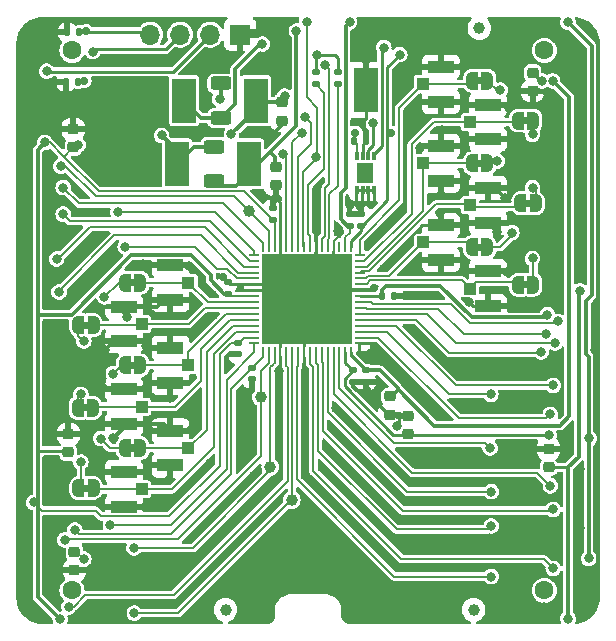
<source format=gbr>
%TF.GenerationSoftware,KiCad,Pcbnew,8.0.7-8.0.7-0~ubuntu22.04.1*%
%TF.CreationDate,2024-12-10T17:00:38-05:00*%
%TF.ProjectId,breakout-tt07-qfn,62726561-6b6f-4757-942d-747430372d71,1.1*%
%TF.SameCoordinates,PX2b64660PY42c1d80*%
%TF.FileFunction,Copper,L1,Top*%
%TF.FilePolarity,Positive*%
%FSLAX46Y46*%
G04 Gerber Fmt 4.6, Leading zero omitted, Abs format (unit mm)*
G04 Created by KiCad (PCBNEW 8.0.7-8.0.7-0~ubuntu22.04.1) date 2024-12-10 17:00:38*
%MOMM*%
%LPD*%
G01*
G04 APERTURE LIST*
G04 Aperture macros list*
%AMRoundRect*
0 Rectangle with rounded corners*
0 $1 Rounding radius*
0 $2 $3 $4 $5 $6 $7 $8 $9 X,Y pos of 4 corners*
0 Add a 4 corners polygon primitive as box body*
4,1,4,$2,$3,$4,$5,$6,$7,$8,$9,$2,$3,0*
0 Add four circle primitives for the rounded corners*
1,1,$1+$1,$2,$3*
1,1,$1+$1,$4,$5*
1,1,$1+$1,$6,$7*
1,1,$1+$1,$8,$9*
0 Add four rect primitives between the rounded corners*
20,1,$1+$1,$2,$3,$4,$5,0*
20,1,$1+$1,$4,$5,$6,$7,0*
20,1,$1+$1,$6,$7,$8,$9,0*
20,1,$1+$1,$8,$9,$2,$3,0*%
%AMFreePoly0*
4,1,19,0.500000,-0.750000,0.000000,-0.750000,0.000000,-0.744911,-0.071157,-0.744911,-0.207708,-0.704816,-0.327430,-0.627875,-0.420627,-0.520320,-0.479746,-0.390866,-0.500000,-0.250000,-0.500000,0.250000,-0.479746,0.390866,-0.420627,0.520320,-0.327430,0.627875,-0.207708,0.704816,-0.071157,0.744911,0.000000,0.744911,0.000000,0.750000,0.500000,0.750000,0.500000,-0.750000,0.500000,-0.750000,
$1*%
%AMFreePoly1*
4,1,19,0.000000,0.744911,0.071157,0.744911,0.207708,0.704816,0.327430,0.627875,0.420627,0.520320,0.479746,0.390866,0.500000,0.250000,0.500000,-0.250000,0.479746,-0.390866,0.420627,-0.520320,0.327430,-0.627875,0.207708,-0.704816,0.071157,-0.744911,0.000000,-0.744911,0.000000,-0.750000,-0.500000,-0.750000,-0.500000,0.750000,0.000000,0.750000,0.000000,0.744911,0.000000,0.744911,
$1*%
G04 Aperture macros list end*
%TA.AperFunction,EtchedComponent*%
%ADD10C,0.000000*%
%TD*%
%TA.AperFunction,SMDPad,CuDef*%
%ADD11RoundRect,0.140000X0.170000X-0.140000X0.170000X0.140000X-0.170000X0.140000X-0.170000X-0.140000X0*%
%TD*%
%TA.AperFunction,SMDPad,CuDef*%
%ADD12RoundRect,0.140000X0.140000X0.170000X-0.140000X0.170000X-0.140000X-0.170000X0.140000X-0.170000X0*%
%TD*%
%TA.AperFunction,ComponentPad*%
%ADD13C,0.820000*%
%TD*%
%TA.AperFunction,ComponentPad*%
%ADD14C,0.630000*%
%TD*%
%TA.AperFunction,SMDPad,CuDef*%
%ADD15R,2.000000X3.800000*%
%TD*%
%TA.AperFunction,SMDPad,CuDef*%
%ADD16R,1.050000X1.000000*%
%TD*%
%TA.AperFunction,SMDPad,CuDef*%
%ADD17R,2.200000X1.050000*%
%TD*%
%TA.AperFunction,SMDPad,CuDef*%
%ADD18RoundRect,0.225000X-0.250000X0.225000X-0.250000X-0.225000X0.250000X-0.225000X0.250000X0.225000X0*%
%TD*%
%TA.AperFunction,SMDPad,CuDef*%
%ADD19RoundRect,0.140000X-0.170000X0.140000X-0.170000X-0.140000X0.170000X-0.140000X0.170000X0.140000X0*%
%TD*%
%TA.AperFunction,SMDPad,CuDef*%
%ADD20C,1.000000*%
%TD*%
%TA.AperFunction,SMDPad,CuDef*%
%ADD21RoundRect,0.135000X0.135000X0.185000X-0.135000X0.185000X-0.135000X-0.185000X0.135000X-0.185000X0*%
%TD*%
%TA.AperFunction,SMDPad,CuDef*%
%ADD22FreePoly0,0.000000*%
%TD*%
%TA.AperFunction,SMDPad,CuDef*%
%ADD23FreePoly1,0.000000*%
%TD*%
%TA.AperFunction,SMDPad,CuDef*%
%ADD24RoundRect,0.062500X0.362500X0.062500X-0.362500X0.062500X-0.362500X-0.062500X0.362500X-0.062500X0*%
%TD*%
%TA.AperFunction,SMDPad,CuDef*%
%ADD25RoundRect,0.062500X0.062500X0.362500X-0.062500X0.362500X-0.062500X-0.362500X0.062500X-0.362500X0*%
%TD*%
%TA.AperFunction,HeatsinkPad*%
%ADD26R,7.650000X7.650000*%
%TD*%
%TA.AperFunction,SMDPad,CuDef*%
%ADD27FreePoly0,180.000000*%
%TD*%
%TA.AperFunction,SMDPad,CuDef*%
%ADD28FreePoly1,180.000000*%
%TD*%
%TA.AperFunction,SMDPad,CuDef*%
%ADD29R,0.300000X0.750000*%
%TD*%
%TA.AperFunction,SMDPad,CuDef*%
%ADD30R,1.450000X1.750000*%
%TD*%
%TA.AperFunction,SMDPad,CuDef*%
%ADD31RoundRect,0.250000X-0.625000X0.312500X-0.625000X-0.312500X0.625000X-0.312500X0.625000X0.312500X0*%
%TD*%
%TA.AperFunction,SMDPad,CuDef*%
%ADD32RoundRect,0.225000X0.250000X-0.225000X0.250000X0.225000X-0.250000X0.225000X-0.250000X-0.225000X0*%
%TD*%
%TA.AperFunction,SMDPad,CuDef*%
%ADD33RoundRect,0.250000X0.625000X-0.312500X0.625000X0.312500X-0.625000X0.312500X-0.625000X-0.312500X0*%
%TD*%
%TA.AperFunction,ComponentPad*%
%ADD34R,1.700000X1.700000*%
%TD*%
%TA.AperFunction,ComponentPad*%
%ADD35O,1.700000X1.700000*%
%TD*%
%TA.AperFunction,SMDPad,CuDef*%
%ADD36RoundRect,0.135000X-0.185000X0.135000X-0.185000X-0.135000X0.185000X-0.135000X0.185000X0.135000X0*%
%TD*%
%TA.AperFunction,WasherPad*%
%ADD37C,1.600000*%
%TD*%
%TA.AperFunction,ViaPad*%
%ADD38C,0.800000*%
%TD*%
%TA.AperFunction,ViaPad*%
%ADD39C,0.700000*%
%TD*%
%TA.AperFunction,Conductor*%
%ADD40C,0.254000*%
%TD*%
%TA.AperFunction,Conductor*%
%ADD41C,0.200000*%
%TD*%
%TA.AperFunction,Conductor*%
%ADD42C,0.300000*%
%TD*%
G04 APERTURE END LIST*
D10*
%TA.AperFunction,EtchedComponent*%
%TO.C,JP8*%
G36*
X85275000Y-38100000D02*
G01*
X84775000Y-38100000D01*
X84775000Y-37500000D01*
X85275000Y-37500000D01*
X85275000Y-38100000D01*
G37*
%TD.AperFunction*%
%TA.AperFunction,EtchedComponent*%
%TO.C,JP11*%
G36*
X89175000Y-27375000D02*
G01*
X88675000Y-27375000D01*
X88675000Y-26775000D01*
X89175000Y-26775000D01*
X89175000Y-27375000D01*
G37*
%TD.AperFunction*%
%TA.AperFunction,EtchedComponent*%
%TO.C,JP4*%
G36*
X51887500Y-51700000D02*
G01*
X51387500Y-51700000D01*
X51387500Y-51100000D01*
X51887500Y-51100000D01*
X51887500Y-51700000D01*
G37*
%TD.AperFunction*%
%TA.AperFunction,EtchedComponent*%
%TO.C,JP9*%
G36*
X89375000Y-34375000D02*
G01*
X88875000Y-34375000D01*
X88875000Y-33775000D01*
X89375000Y-33775000D01*
X89375000Y-34375000D01*
G37*
%TD.AperFunction*%
%TA.AperFunction,EtchedComponent*%
%TO.C,JP10*%
G36*
X85275000Y-31000000D02*
G01*
X84775000Y-31000000D01*
X84775000Y-30400000D01*
X85275000Y-30400000D01*
X85275000Y-31000000D01*
G37*
%TD.AperFunction*%
%TA.AperFunction,EtchedComponent*%
%TO.C,JP5*%
G36*
X55887500Y-55100000D02*
G01*
X55387500Y-55100000D01*
X55387500Y-54500000D01*
X55887500Y-54500000D01*
X55887500Y-55100000D01*
G37*
%TD.AperFunction*%
%TA.AperFunction,EtchedComponent*%
%TO.C,JP1*%
G36*
X55887500Y-41100000D02*
G01*
X55387500Y-41100000D01*
X55387500Y-40500000D01*
X55887500Y-40500000D01*
X55887500Y-41100000D01*
G37*
%TD.AperFunction*%
%TA.AperFunction,EtchedComponent*%
%TO.C,JP2*%
G36*
X51937500Y-44700000D02*
G01*
X51437500Y-44700000D01*
X51437500Y-44100000D01*
X51937500Y-44100000D01*
X51937500Y-44700000D01*
G37*
%TD.AperFunction*%
%TA.AperFunction,EtchedComponent*%
%TO.C,JP6*%
G36*
X51937500Y-58500000D02*
G01*
X51437500Y-58500000D01*
X51437500Y-57900000D01*
X51937500Y-57900000D01*
X51937500Y-58500000D01*
G37*
%TD.AperFunction*%
%TA.AperFunction,EtchedComponent*%
%TO.C,JP12*%
G36*
X85275000Y-24000000D02*
G01*
X84775000Y-24000000D01*
X84775000Y-23400000D01*
X85275000Y-23400000D01*
X85275000Y-24000000D01*
G37*
%TD.AperFunction*%
%TA.AperFunction,EtchedComponent*%
%TO.C,JP7*%
G36*
X89175000Y-41275000D02*
G01*
X88675000Y-41275000D01*
X88675000Y-40675000D01*
X89175000Y-40675000D01*
X89175000Y-41275000D01*
G37*
%TD.AperFunction*%
%TA.AperFunction,EtchedComponent*%
%TO.C,JP3*%
G36*
X55887500Y-48100000D02*
G01*
X55387500Y-48100000D01*
X55387500Y-47500000D01*
X55887500Y-47500000D01*
X55887500Y-48100000D01*
G37*
%TD.AperFunction*%
%TD*%
D11*
%TO.P,C5,1*%
%TO.N,GND*%
X74300000Y-49180000D03*
%TO.P,C5,2*%
%TO.N,vccd_all*%
X74300000Y-48220000D03*
%TD*%
%TO.P,C4,1*%
%TO.N,GND*%
X65750000Y-48980000D03*
%TO.P,C4,2*%
%TO.N,vccd_all*%
X65750000Y-48020000D03*
%TD*%
%TO.P,C8,1*%
%TO.N,GND*%
X75400000Y-49180000D03*
%TO.P,C8,2*%
%TO.N,vddio*%
X75400000Y-48220000D03*
%TD*%
%TO.P,C6,1*%
%TO.N,vccd_all*%
X74000000Y-35980000D03*
%TO.P,C6,2*%
%TO.N,GND*%
X74000000Y-35020000D03*
%TD*%
%TO.P,C10,1*%
%TO.N,vdda_all*%
X67500000Y-35480000D03*
%TO.P,C10,2*%
%TO.N,GND*%
X67500000Y-34520000D03*
%TD*%
D12*
%TO.P,C13,1*%
%TO.N,GND*%
X77730000Y-41900000D03*
%TO.P,C13,2*%
%TO.N,vdda_all*%
X76770000Y-41900000D03*
%TD*%
D13*
%TO.P,STITCHB1,1*%
%TO.N,GND*%
X74100000Y-65600000D03*
%TD*%
D14*
%TO.P,STITCHM1,1*%
%TO.N,GND*%
X62400000Y-41800000D03*
%TD*%
D13*
%TO.P,STITCHB1,1*%
%TO.N,GND*%
X61650000Y-23200000D03*
%TD*%
%TO.P,STITCHB1,1*%
%TO.N,GND*%
X46800000Y-64300000D03*
%TD*%
%TO.P,STITCHB1,1*%
%TO.N,GND*%
X74100000Y-69100000D03*
%TD*%
D15*
%TO.P,TP3,1,1*%
%TO.N,vdda_in*%
X60000000Y-25400000D03*
%TD*%
D13*
%TO.P,STITCHB1,1*%
%TO.N,GND*%
X91200000Y-47100000D03*
%TD*%
D15*
%TO.P,TP2,1,1*%
%TO.N,vccd_all*%
X65500000Y-30750000D03*
%TD*%
D14*
%TO.P,STITCHM1,1*%
%TO.N,GND*%
X62500000Y-43600000D03*
%TD*%
D13*
%TO.P,STITCHB1,1*%
%TO.N,GND*%
X90500000Y-61700000D03*
%TD*%
%TO.P,STITCHB1,1*%
%TO.N,GND*%
X90600000Y-36600000D03*
%TD*%
D16*
%TO.P,J3,1*%
%TO.N,/chip_an1*%
X56412500Y-44300000D03*
D17*
%TO.P,J3,G1*%
%TO.N,GND*%
X54887500Y-45775000D03*
%TO.P,J3,G2*%
X54887500Y-42825000D03*
%TD*%
D13*
%TO.P,STITCHB1,1*%
%TO.N,GND*%
X75900000Y-46900000D03*
%TD*%
%TO.P,STITCHB1,1*%
%TO.N,GND*%
X82100000Y-19900000D03*
%TD*%
D14*
%TO.P,STITCHM1,1*%
%TO.N,GND*%
X72800000Y-59600000D03*
%TD*%
%TO.P,STITCHM1,1*%
%TO.N,GND*%
X72800000Y-57500000D03*
%TD*%
D13*
%TO.P,STITCHB1,1*%
%TO.N,GND*%
X85400000Y-66900000D03*
%TD*%
D14*
%TO.P,STITCHM1,1*%
%TO.N,GND*%
X85100000Y-60900000D03*
%TD*%
D13*
%TO.P,STITCHB1,1*%
%TO.N,GND*%
X56800000Y-65100000D03*
%TD*%
%TO.P,STITCHB1,1*%
%TO.N,GND*%
X57400000Y-31300000D03*
%TD*%
%TO.P,STITCHB1,1*%
%TO.N,GND*%
X75150000Y-20000000D03*
%TD*%
D14*
%TO.P,STITCHM1,1*%
%TO.N,GND*%
X69100000Y-43500000D03*
%TD*%
D13*
%TO.P,STITCHB1,1*%
%TO.N,GND*%
X79300000Y-20650000D03*
%TD*%
D18*
%TO.P,C19,1*%
%TO.N,vddio*%
X77400000Y-50425000D03*
%TO.P,C19,2*%
%TO.N,GND*%
X77400000Y-51975000D03*
%TD*%
D19*
%TO.P,C7,1*%
%TO.N,GND*%
X75000000Y-35020000D03*
%TO.P,C7,2*%
%TO.N,vddio*%
X75000000Y-35980000D03*
%TD*%
D14*
%TO.P,STITCHM1,1*%
%TO.N,GND*%
X78200000Y-65000000D03*
%TD*%
D13*
%TO.P,STITCHB1,1*%
%TO.N,GND*%
X48900000Y-61800000D03*
%TD*%
D20*
%TO.P,TP8,1,1*%
%TO.N,/uio1*%
X69100000Y-59200000D03*
%TD*%
D16*
%TO.P,J12,1*%
%TO.N,/chip_an10*%
X84200000Y-27200000D03*
D17*
%TO.P,J12,G1*%
%TO.N,GND*%
X85725000Y-25725000D03*
%TO.P,J12,G2*%
X85725000Y-28675000D03*
%TD*%
D13*
%TO.P,STITCHB1,1*%
%TO.N,GND*%
X93000000Y-21200000D03*
%TD*%
%TO.P,STITCHB1,1*%
%TO.N,GND*%
X52300000Y-31300000D03*
%TD*%
D21*
%TO.P,R1,1*%
%TO.N,/hd_c_rst_n*%
X51010000Y-23800000D03*
%TO.P,R1,2*%
%TO.N,GND*%
X49990000Y-23800000D03*
%TD*%
D20*
%TO.P,FID2,*%
%TO.N,*%
X85000000Y-19250000D03*
%TD*%
D13*
%TO.P,STITCHB1,1*%
%TO.N,GND*%
X50550000Y-38850000D03*
%TD*%
D22*
%TO.P,JP8,1,A*%
%TO.N,/chip_an7*%
X84375000Y-37800000D03*
D23*
%TO.P,JP8,2,B*%
%TO.N,/hd_an7*%
X85675000Y-37800000D03*
%TD*%
D14*
%TO.P,STITCHM1,1*%
%TO.N,GND*%
X61200000Y-50400000D03*
%TD*%
D16*
%TO.P,J13,1*%
%TO.N,/chip_an11*%
X80200000Y-24000000D03*
D17*
%TO.P,J13,G1*%
%TO.N,GND*%
X81725000Y-22525000D03*
%TO.P,J13,G2*%
X81725000Y-25475000D03*
%TD*%
D14*
%TO.P,STITCHM1,1*%
%TO.N,GND*%
X72800000Y-51400000D03*
%TD*%
D18*
%TO.P,C14,1*%
%TO.N,vccd_all*%
X50700000Y-63575000D03*
%TO.P,C14,2*%
%TO.N,GND*%
X50700000Y-65125000D03*
%TD*%
D13*
%TO.P,STITCHB1,1*%
%TO.N,GND*%
X50500000Y-46600000D03*
%TD*%
D18*
%TO.P,C2,1*%
%TO.N,vccd_all*%
X67750000Y-30975000D03*
%TO.P,C2,2*%
%TO.N,GND*%
X67750000Y-32525000D03*
%TD*%
D14*
%TO.P,STITCHM1,1*%
%TO.N,GND*%
X69100000Y-40950000D03*
%TD*%
D24*
%TO.P,U1,1,vssa2*%
%TO.N,GND*%
X74850000Y-45950000D03*
%TO.P,U1,2,uo_out[1]*%
%TO.N,/uout1*%
X74850000Y-45450000D03*
%TO.P,U1,3,uo_out[2]*%
%TO.N,/uout2*%
X74850000Y-44950000D03*
%TO.P,U1,4,uo_out[3]*%
%TO.N,/uout3*%
X74850000Y-44450000D03*
%TO.P,U1,5,uo_out[4]*%
%TO.N,/uout4*%
X74850000Y-43950000D03*
%TO.P,U1,6,uo_out[5]*%
%TO.N,/uout5*%
X74850000Y-43450000D03*
%TO.P,U1,7,uo_out[6]*%
%TO.N,/uout6*%
X74850000Y-42950000D03*
%TO.P,U1,8,uo_out[7]*%
%TO.N,/uout7*%
X74850000Y-42450000D03*
%TO.P,U1,9,vdda2*%
%TO.N,vdda_all*%
X74850000Y-41950000D03*
%TO.P,U1,10,vssd2*%
%TO.N,GND*%
X74850000Y-41450000D03*
%TO.P,U1,11,analog[6]*%
%TO.N,/chip_an6*%
X74850000Y-40950000D03*
%TO.P,U1,12,analog[7]*%
%TO.N,/chip_an7*%
X74850000Y-40450000D03*
%TO.P,U1,13,analog[8]*%
%TO.N,/chip_an8*%
X74850000Y-39950000D03*
%TO.P,U1,14,analog[9]*%
%TO.N,/chip_an9*%
X74850000Y-39450000D03*
%TO.P,U1,15,analog[10]*%
%TO.N,/chip_an10*%
X74850000Y-38950000D03*
%TO.P,U1,16,analog[11]*%
%TO.N,/chip_an11*%
X74850000Y-38450000D03*
D25*
%TO.P,U1,17,vddio*%
%TO.N,vddio*%
X74150000Y-37750000D03*
%TO.P,U1,18,vccd*%
%TO.N,vccd_all*%
X73650000Y-37750000D03*
%TO.P,U1,19,NC*%
%TO.N,unconnected-(U1-NC-Pad19)*%
X73150000Y-37750000D03*
%TO.P,U1,20,vssa*%
%TO.N,GND*%
X72650000Y-37750000D03*
%TO.P,U1,21,resetb*%
%TO.N,/reset_b*%
X72150000Y-37750000D03*
%TO.P,U1,22,ctrl_ena*%
%TO.N,/c_ena*%
X71650000Y-37750000D03*
%TO.P,U1,23,vssd*%
%TO.N,GND*%
X71150000Y-37750000D03*
%TO.P,U1,24,ctrl_sel_inc*%
%TO.N,/c_rst_n*%
X70650000Y-37750000D03*
%TO.P,U1,25,ctrl_sel_rst_n*%
%TO.N,/c_sel_inc*%
X70150000Y-37750000D03*
%TO.P,U1,26,reserved*%
%TO.N,/RES1*%
X69650000Y-37750000D03*
%TO.P,U1,27,reserved*%
%TO.N,/RES2*%
X69150000Y-37750000D03*
%TO.P,U1,28,reserved*%
%TO.N,/RES3*%
X68650000Y-37750000D03*
%TO.P,U1,29,vssio*%
%TO.N,GND*%
X68150000Y-37750000D03*
%TO.P,U1,30,vdda*%
%TO.N,vdda_all*%
X67650000Y-37750000D03*
%TO.P,U1,31,ui_in[0]*%
%TO.N,/uin0*%
X67150000Y-37750000D03*
%TO.P,U1,32,ui_in[1]*%
%TO.N,/uin1*%
X66650000Y-37750000D03*
D24*
%TO.P,U1,33,ui_in[2]*%
%TO.N,/uin2*%
X65950000Y-38450000D03*
%TO.P,U1,34,ui_in[3]*%
%TO.N,/uin3*%
X65950000Y-38950000D03*
%TO.P,U1,35,ui_in[4]*%
%TO.N,/uin4*%
X65950000Y-39450000D03*
%TO.P,U1,36,ui_in[5]*%
%TO.N,/uin5*%
X65950000Y-39950000D03*
%TO.P,U1,37,ui_in[6]*%
%TO.N,/uin6*%
X65950000Y-40450000D03*
%TO.P,U1,38,vssa1*%
%TO.N,GND*%
X65950000Y-40950000D03*
%TO.P,U1,39,vssd1*%
X65950000Y-41450000D03*
%TO.P,U1,40,vdda1*%
%TO.N,vdda_all*%
X65950000Y-41950000D03*
%TO.P,U1,41,analog[0]*%
%TO.N,/chip_an0*%
X65950000Y-42450000D03*
%TO.P,U1,42,analog[1]*%
%TO.N,/chip_an1*%
X65950000Y-42950000D03*
%TO.P,U1,43,analog[2]*%
%TO.N,/chip_an2*%
X65950000Y-43450000D03*
%TO.P,U1,44,analog[3]*%
%TO.N,/chip_an3*%
X65950000Y-43950000D03*
%TO.P,U1,45,analog[4]*%
%TO.N,/chip_an4*%
X65950000Y-44450000D03*
%TO.P,U1,46,analog[5]*%
%TO.N,/chip_an5*%
X65950000Y-44950000D03*
%TO.P,U1,47,vdda1*%
%TO.N,vdda_all*%
X65950000Y-45450000D03*
%TO.P,U1,48,ui_in[7]*%
%TO.N,/uin7*%
X65950000Y-45950000D03*
D25*
%TO.P,U1,49,vccd1*%
%TO.N,vccd_all*%
X66650000Y-46650000D03*
%TO.P,U1,50,clk*%
%TO.N,/p_clk*%
X67150000Y-46650000D03*
%TO.P,U1,51,rst_n*%
%TO.N,/p_rst*%
X67650000Y-46650000D03*
%TO.P,U1,52,vssa1*%
%TO.N,GND*%
X68150000Y-46650000D03*
%TO.P,U1,53,uio[0]*%
%TO.N,/uio0*%
X68650000Y-46650000D03*
%TO.P,U1,54,uio[1]*%
%TO.N,/uio1*%
X69150000Y-46650000D03*
%TO.P,U1,55,uio[2]*%
%TO.N,/uio2*%
X69650000Y-46650000D03*
%TO.P,U1,56,vssio*%
%TO.N,GND*%
X70150000Y-46650000D03*
%TO.P,U1,57,uio[3]*%
%TO.N,/uio3*%
X70650000Y-46650000D03*
%TO.P,U1,58,uio[4]*%
%TO.N,/uio4*%
X71150000Y-46650000D03*
%TO.P,U1,59,uio[5]*%
%TO.N,/uio5*%
X71650000Y-46650000D03*
%TO.P,U1,60,uio[6]*%
%TO.N,/uio6*%
X72150000Y-46650000D03*
%TO.P,U1,61,uio[7]*%
%TO.N,/uio7*%
X72650000Y-46650000D03*
%TO.P,U1,62,uo_out[0]*%
%TO.N,/uout0*%
X73150000Y-46650000D03*
%TO.P,U1,63,vccd2*%
%TO.N,vccd_all*%
X73650000Y-46650000D03*
%TO.P,U1,64,vddio*%
%TO.N,vddio*%
X74150000Y-46650000D03*
D26*
%TO.P,U1,65,ThermalPad*%
%TO.N,GND*%
X70400000Y-42200000D03*
%TD*%
D14*
%TO.P,STITCHM1,1*%
%TO.N,GND*%
X64700000Y-56100000D03*
%TD*%
D16*
%TO.P,J4,1*%
%TO.N,/chip_an2*%
X60362500Y-47800000D03*
D17*
%TO.P,J4,G1*%
%TO.N,GND*%
X58837500Y-49275000D03*
%TO.P,J4,G2*%
X58837500Y-46325000D03*
%TD*%
D14*
%TO.P,STITCHM1,1*%
%TO.N,GND*%
X68000000Y-54800000D03*
%TD*%
D13*
%TO.P,STITCHB1,1*%
%TO.N,GND*%
X90300000Y-59100000D03*
%TD*%
D14*
%TO.P,STITCHM1,1*%
%TO.N,GND*%
X75350000Y-31550000D03*
%TD*%
D13*
%TO.P,STITCHB1,1*%
%TO.N,GND*%
X50500000Y-36500000D03*
%TD*%
D14*
%TO.P,STITCHM1,1*%
%TO.N,GND*%
X55200000Y-21850000D03*
%TD*%
D16*
%TO.P,J8,1*%
%TO.N,/chip_an6*%
X84200000Y-41300000D03*
D17*
%TO.P,J8,G1*%
%TO.N,GND*%
X85725000Y-39825000D03*
%TO.P,J8,G2*%
X85725000Y-42775000D03*
%TD*%
D22*
%TO.P,JP11,1,A*%
%TO.N,/chip_an10*%
X88275000Y-27075000D03*
D23*
%TO.P,JP11,2,B*%
%TO.N,/hd_an10*%
X89575000Y-27075000D03*
%TD*%
D13*
%TO.P,STITCHB1,1*%
%TO.N,GND*%
X57400000Y-26100000D03*
%TD*%
D20*
%TO.P,TP7,1,1*%
%TO.N,/p_rst*%
X67300000Y-56400000D03*
%TD*%
D13*
%TO.P,STITCHB1,1*%
%TO.N,GND*%
X90400000Y-50800000D03*
%TD*%
D27*
%TO.P,JP4,1,A*%
%TO.N,/chip_an3*%
X52287500Y-51400000D03*
D28*
%TO.P,JP4,2,B*%
%TO.N,/hd_an3*%
X50987500Y-51400000D03*
%TD*%
D13*
%TO.P,STITCHB1,1*%
%TO.N,GND*%
X81900000Y-52100000D03*
%TD*%
%TO.P,STITCHB1,1*%
%TO.N,GND*%
X93800000Y-66900000D03*
%TD*%
D29*
%TO.P,U2,1,A0*%
%TO.N,GND*%
X74600000Y-33000000D03*
%TO.P,U2,2,A1*%
X75100000Y-33000000D03*
%TO.P,U2,3,A2*%
X75600000Y-33000000D03*
%TO.P,U2,4,GND*%
X76100000Y-33000000D03*
%TO.P,U2,5,SDA*%
%TO.N,/hd_c_rst_n*%
X76100000Y-30100000D03*
%TO.P,U2,6,SCL*%
%TO.N,/c_sel_inc*%
X75600000Y-30100000D03*
%TO.P,U2,7,WP*%
%TO.N,GND*%
X75100000Y-30100000D03*
%TO.P,U2,8,VCC*%
%TO.N,vddio*%
X74600000Y-30100000D03*
D30*
%TO.P,U2,9*%
%TO.N,N/C*%
X75350000Y-31550000D03*
%TD*%
D20*
%TO.P,FID1,*%
%TO.N,*%
X63500000Y-68500000D03*
%TD*%
D31*
%TO.P,R3,1*%
%TO.N,vdda_all*%
X63100000Y-23937500D03*
%TO.P,R3,2*%
%TO.N,vdda_in*%
X63100000Y-26862500D03*
%TD*%
D14*
%TO.P,STITCHM1,1*%
%TO.N,GND*%
X72800000Y-55400000D03*
%TD*%
D13*
%TO.P,STITCHB1,1*%
%TO.N,GND*%
X50500000Y-41500000D03*
%TD*%
D11*
%TO.P,C11,1*%
%TO.N,vdda_all*%
X63700000Y-41730000D03*
%TO.P,C11,2*%
%TO.N,GND*%
X63700000Y-40770000D03*
%TD*%
D22*
%TO.P,JP9,1,A*%
%TO.N,/chip_an8*%
X88475000Y-34075000D03*
D23*
%TO.P,JP9,2,B*%
%TO.N,/hd_an8*%
X89775000Y-34075000D03*
%TD*%
D22*
%TO.P,JP10,1,A*%
%TO.N,/chip_an9*%
X84375000Y-30700000D03*
D23*
%TO.P,JP10,2,B*%
%TO.N,/hd_an9*%
X85675000Y-30700000D03*
%TD*%
D32*
%TO.P,C17,1*%
%TO.N,vdda_all*%
X50200000Y-55175000D03*
%TO.P,C17,2*%
%TO.N,GND*%
X50200000Y-53625000D03*
%TD*%
D13*
%TO.P,STITCHB1,1*%
%TO.N,GND*%
X85100000Y-63000000D03*
%TD*%
%TO.P,STITCHB1,1*%
%TO.N,GND*%
X74100000Y-63300000D03*
%TD*%
D19*
%TO.P,C12,1*%
%TO.N,vdda_all*%
X64600000Y-45920000D03*
%TO.P,C12,2*%
%TO.N,GND*%
X64600000Y-46880000D03*
%TD*%
D13*
%TO.P,STITCHB1,1*%
%TO.N,GND*%
X85100000Y-55700000D03*
%TD*%
%TO.P,STITCHB1,1*%
%TO.N,GND*%
X91000000Y-40400000D03*
%TD*%
%TO.P,STITCHB1,1*%
%TO.N,GND*%
X49700000Y-33900000D03*
%TD*%
D18*
%TO.P,C3,1*%
%TO.N,vdda_all*%
X68300000Y-25525000D03*
%TO.P,C3,2*%
%TO.N,GND*%
X68300000Y-27075000D03*
%TD*%
D13*
%TO.P,STITCHB1,1*%
%TO.N,GND*%
X89450000Y-54450000D03*
%TD*%
D32*
%TO.P,C16,1*%
%TO.N,vdda_all*%
X90850000Y-56425000D03*
%TO.P,C16,2*%
%TO.N,GND*%
X90850000Y-54875000D03*
%TD*%
D27*
%TO.P,JP5,1,A*%
%TO.N,/chip_an4*%
X56287500Y-54800000D03*
D28*
%TO.P,JP5,2,B*%
%TO.N,/hd_an4*%
X54987500Y-54800000D03*
%TD*%
D14*
%TO.P,STITCHM1,1*%
%TO.N,GND*%
X76800000Y-39600000D03*
%TD*%
%TO.P,STITCHM1,1*%
%TO.N,GND*%
X51000000Y-68800000D03*
%TD*%
%TO.P,STITCHM1,1*%
%TO.N,GND*%
X60400000Y-62600000D03*
%TD*%
D13*
%TO.P,STITCHB1,1*%
%TO.N,GND*%
X68400000Y-19400000D03*
%TD*%
D14*
%TO.P,STITCHM1,1*%
%TO.N,GND*%
X72800000Y-53400000D03*
%TD*%
D16*
%TO.P,J9,1*%
%TO.N,/chip_an7*%
X80200000Y-37400000D03*
D17*
%TO.P,J9,G1*%
%TO.N,GND*%
X81725000Y-35925000D03*
%TO.P,J9,G2*%
X81725000Y-38875000D03*
%TD*%
D20*
%TO.P,TP6,1,1*%
%TO.N,/p_clk*%
X66500000Y-50500000D03*
%TD*%
D13*
%TO.P,STITCHB1,1*%
%TO.N,GND*%
X85100000Y-51100000D03*
%TD*%
D15*
%TO.P,TP4,1,1*%
%TO.N,vccd_in*%
X59400000Y-30750000D03*
%TD*%
D33*
%TO.P,R4,1*%
%TO.N,vccd_all*%
X62500000Y-32212500D03*
%TO.P,R4,2*%
%TO.N,vccd_in*%
X62500000Y-29287500D03*
%TD*%
D13*
%TO.P,STITCHB1,1*%
%TO.N,GND*%
X46800000Y-28800000D03*
%TD*%
%TO.P,STITCHB1,1*%
%TO.N,GND*%
X90600000Y-30000000D03*
%TD*%
D14*
%TO.P,STITCHM1,1*%
%TO.N,GND*%
X65800000Y-57100000D03*
%TD*%
D20*
%TO.P,TP5,1,1*%
%TO.N,/uin0*%
X65500000Y-34750000D03*
%TD*%
D13*
%TO.P,STITCHB1,1*%
%TO.N,GND*%
X46800000Y-23700000D03*
%TD*%
D20*
%TO.P,FID3,*%
%TO.N,*%
X84500000Y-68500000D03*
%TD*%
D14*
%TO.P,STITCHM1,1*%
%TO.N,GND*%
X48300000Y-69300000D03*
%TD*%
D34*
%TO.P,J1,1,Pin_1*%
%TO.N,GND*%
X64750000Y-19800000D03*
D35*
%TO.P,J1,2,Pin_2*%
%TO.N,/c_sel_inc*%
X62210000Y-19800000D03*
%TO.P,J1,3,Pin_3*%
%TO.N,/hd_c_rst_n*%
X59670000Y-19800000D03*
%TO.P,J1,4,Pin_4*%
%TO.N,/c_ena*%
X57130000Y-19800000D03*
%TD*%
D27*
%TO.P,JP1,1,A*%
%TO.N,/chip_an0*%
X56287500Y-40800000D03*
D28*
%TO.P,JP1,2,B*%
%TO.N,/hd_an0*%
X54987500Y-40800000D03*
%TD*%
D18*
%TO.P,C1,1*%
%TO.N,vddio*%
X89500000Y-23025000D03*
%TO.P,C1,2*%
%TO.N,GND*%
X89500000Y-24575000D03*
%TD*%
D27*
%TO.P,JP2,1,A*%
%TO.N,/chip_an1*%
X52337500Y-44400000D03*
D28*
%TO.P,JP2,2,B*%
%TO.N,/hd_an1*%
X51037500Y-44400000D03*
%TD*%
D27*
%TO.P,JP6,1,A*%
%TO.N,/chip_an5*%
X52337500Y-58200000D03*
D28*
%TO.P,JP6,2,B*%
%TO.N,/hd_an5*%
X51037500Y-58200000D03*
%TD*%
D13*
%TO.P,STITCHB1,1*%
%TO.N,GND*%
X61000000Y-69100000D03*
%TD*%
D14*
%TO.P,STITCHM1,1*%
%TO.N,GND*%
X81500000Y-41900000D03*
%TD*%
D13*
%TO.P,STITCHB1,1*%
%TO.N,GND*%
X46800000Y-33800000D03*
%TD*%
%TO.P,STITCHB1,1*%
%TO.N,GND*%
X48550000Y-54200000D03*
%TD*%
%TO.P,STITCHB1,1*%
%TO.N,GND*%
X78000000Y-52900000D03*
%TD*%
D14*
%TO.P,STITCHM1,1*%
%TO.N,GND*%
X60950000Y-18700000D03*
%TD*%
D22*
%TO.P,JP12,1,A*%
%TO.N,/chip_an11*%
X84375000Y-23700000D03*
D23*
%TO.P,JP12,2,B*%
%TO.N,/hd_an11*%
X85675000Y-23700000D03*
%TD*%
D13*
%TO.P,STITCHB1,1*%
%TO.N,GND*%
X66900000Y-63300000D03*
%TD*%
%TO.P,STITCHB1,1*%
%TO.N,GND*%
X51700000Y-54200000D03*
%TD*%
D16*
%TO.P,J7,1*%
%TO.N,/chip_an5*%
X56412500Y-58300000D03*
D17*
%TO.P,J7,G1*%
%TO.N,GND*%
X54887500Y-59775000D03*
%TO.P,J7,G2*%
X54887500Y-56825000D03*
%TD*%
D13*
%TO.P,STITCHB1,1*%
%TO.N,GND*%
X49000000Y-59200000D03*
%TD*%
D21*
%TO.P,R2,1*%
%TO.N,/c_ena*%
X51110000Y-19600000D03*
%TO.P,R2,2*%
%TO.N,GND*%
X50090000Y-19600000D03*
%TD*%
D13*
%TO.P,STITCHB1,1*%
%TO.N,GND*%
X85100000Y-59300000D03*
%TD*%
D14*
%TO.P,STITCHM1,1*%
%TO.N,GND*%
X71700000Y-40950000D03*
%TD*%
D13*
%TO.P,STITCHB1,1*%
%TO.N,GND*%
X46800000Y-49000000D03*
%TD*%
D14*
%TO.P,STITCHM1,1*%
%TO.N,GND*%
X75900000Y-37400000D03*
%TD*%
D13*
%TO.P,STITCHB1,1*%
%TO.N,GND*%
X46800000Y-41500000D03*
%TD*%
D36*
%TO.P,R7,1*%
%TO.N,/hd_c_rst_n*%
X73000000Y-22990000D03*
%TO.P,R7,2*%
%TO.N,/reset_b*%
X73000000Y-24010000D03*
%TD*%
%TO.P,R6,1*%
%TO.N,/hd_c_rst_n*%
X71150000Y-22980000D03*
%TO.P,R6,2*%
%TO.N,/c_rst_n*%
X71150000Y-24000000D03*
%TD*%
D13*
%TO.P,STITCHB1,1*%
%TO.N,GND*%
X66900000Y-69100000D03*
%TD*%
%TO.P,STITCHB1,1*%
%TO.N,GND*%
X66900000Y-65600000D03*
%TD*%
D14*
%TO.P,STITCHM1,1*%
%TO.N,GND*%
X79300000Y-44600000D03*
%TD*%
%TO.P,STITCHM1,1*%
%TO.N,GND*%
X85100000Y-57700000D03*
%TD*%
D22*
%TO.P,JP7,1,A*%
%TO.N,/chip_an6*%
X88275000Y-40975000D03*
D23*
%TO.P,JP7,2,B*%
%TO.N,/hd_an6*%
X89575000Y-40975000D03*
%TD*%
D16*
%TO.P,J2,1*%
%TO.N,/chip_an0*%
X60362500Y-40800000D03*
D17*
%TO.P,J2,G1*%
%TO.N,GND*%
X58837500Y-42275000D03*
%TO.P,J2,G2*%
X58837500Y-39325000D03*
%TD*%
D27*
%TO.P,JP3,1,A*%
%TO.N,/chip_an2*%
X56287500Y-47800000D03*
D28*
%TO.P,JP3,2,B*%
%TO.N,/hd_an2*%
X54987500Y-47800000D03*
%TD*%
D16*
%TO.P,J6,1*%
%TO.N,/chip_an4*%
X60362500Y-54800000D03*
D17*
%TO.P,J6,G1*%
%TO.N,GND*%
X58837500Y-56275000D03*
%TO.P,J6,G2*%
X58837500Y-53325000D03*
%TD*%
D15*
%TO.P,TP9,1,1*%
%TO.N,GND*%
X75400000Y-24500000D03*
%TD*%
D13*
%TO.P,STITCHB1,1*%
%TO.N,GND*%
X56800000Y-68000000D03*
%TD*%
D16*
%TO.P,J11,1*%
%TO.N,/chip_an9*%
X80200000Y-30700000D03*
D17*
%TO.P,J11,G1*%
%TO.N,GND*%
X81725000Y-29225000D03*
%TO.P,J11,G2*%
X81725000Y-32175000D03*
%TD*%
D32*
%TO.P,C15,1*%
%TO.N,vdda_all*%
X50600000Y-29350000D03*
%TO.P,C15,2*%
%TO.N,GND*%
X50600000Y-27800000D03*
%TD*%
D12*
%TO.P,C9,1*%
%TO.N,GND*%
X75380000Y-28800000D03*
%TO.P,C9,2*%
%TO.N,vddio*%
X74420000Y-28800000D03*
%TD*%
D13*
%TO.P,STITCHB1,1*%
%TO.N,GND*%
X78700000Y-55200000D03*
%TD*%
%TO.P,STITCHB1,1*%
%TO.N,GND*%
X46800000Y-56700000D03*
%TD*%
%TO.P,STITCHB1,1*%
%TO.N,GND*%
X61750000Y-26000000D03*
%TD*%
D15*
%TO.P,TP1,1,1*%
%TO.N,vdda_all*%
X66100000Y-25400000D03*
%TD*%
D16*
%TO.P,J10,1*%
%TO.N,/chip_an8*%
X84200000Y-34250000D03*
D17*
%TO.P,J10,G1*%
%TO.N,GND*%
X85725000Y-32775000D03*
%TO.P,J10,G2*%
X85725000Y-35725000D03*
%TD*%
D14*
%TO.P,STITCHM1,1*%
%TO.N,GND*%
X71700000Y-43500000D03*
%TD*%
D16*
%TO.P,J5,1*%
%TO.N,/chip_an3*%
X56412500Y-51300000D03*
D17*
%TO.P,J5,G1*%
%TO.N,GND*%
X54887500Y-52775000D03*
%TO.P,J5,G2*%
X54887500Y-49825000D03*
%TD*%
D14*
%TO.P,STITCHM1,1*%
%TO.N,GND*%
X50100000Y-18700000D03*
%TD*%
D32*
%TO.P,C18,1*%
%TO.N,vccd_all*%
X78950000Y-53625000D03*
%TO.P,C18,2*%
%TO.N,GND*%
X78950000Y-52075000D03*
%TD*%
D14*
%TO.P,STITCHM1,1*%
%TO.N,GND*%
X71300000Y-32700000D03*
%TD*%
D37*
%TO.P,CON2,*%
%TO.N,*%
X90500000Y-66860000D03*
X90500000Y-21140000D03*
%TD*%
%TO.P,CON1,*%
%TO.N,*%
X50500000Y-66860000D03*
X50500000Y-21140000D03*
%TD*%
D38*
%TO.N,GND*%
X52900000Y-56900000D03*
X85700000Y-41500004D03*
X79000000Y-37500000D03*
D39*
X70250000Y-48250000D03*
D38*
X76700000Y-49500000D03*
D39*
X78750002Y-41900003D03*
D38*
X87300000Y-39900000D03*
X90500000Y-68260003D03*
X93500000Y-56600000D03*
X87600000Y-28600000D03*
X58700000Y-57500000D03*
X83800000Y-25600000D03*
X53300000Y-46500000D03*
X81700000Y-34900000D03*
X75500000Y-50000000D03*
X93600000Y-39000000D03*
X60700000Y-42300000D03*
X81712754Y-33400000D03*
X83800000Y-39100000D03*
X84100000Y-42400000D03*
X83700000Y-36000000D03*
X94800000Y-46500000D03*
X80000000Y-29400000D03*
X83600000Y-22500000D03*
X93700000Y-35100000D03*
X93500000Y-61610002D03*
X58800000Y-45100000D03*
X88000000Y-21200000D03*
X79800000Y-22500000D03*
D39*
X65300000Y-50200000D03*
D38*
X87484415Y-26050000D03*
X60600000Y-53300000D03*
X79900000Y-38900000D03*
X54000000Y-53990002D03*
X60400000Y-39400000D03*
X79900000Y-25500000D03*
X87200000Y-33670002D03*
X56800000Y-49700000D03*
X86500000Y-36549998D03*
X56700000Y-59800000D03*
X62200000Y-56100000D03*
X53000000Y-49249998D03*
X81800000Y-27900000D03*
X67500000Y-28250000D03*
X83800000Y-29300000D03*
X74000000Y-34250000D03*
X58800000Y-50600000D03*
X56900000Y-53100000D03*
X50600000Y-26650000D03*
X55200000Y-43700000D03*
D39*
X71200000Y-36400000D03*
D38*
X56800000Y-46200000D03*
X68043309Y-48304755D03*
D39*
X63250004Y-40308092D03*
X63673909Y-47939336D03*
D38*
X73025000Y-36425000D03*
X52900000Y-59409998D03*
X93600000Y-27600000D03*
D39*
X76043906Y-41272142D03*
D38*
X83800000Y-32700000D03*
X56800000Y-56825000D03*
X56500000Y-39200000D03*
X90700000Y-24700000D03*
X75400000Y-21950000D03*
X74900000Y-34300010D03*
X67750000Y-33600000D03*
X56900000Y-42200000D03*
X52150000Y-65050000D03*
X85700000Y-47800000D03*
D39*
%TO.N,vddio*%
X77500000Y-28100000D03*
D38*
X91200000Y-23716107D03*
X90283055Y-23716107D03*
D39*
X74500000Y-28100000D03*
D38*
X78249996Y-21500000D03*
%TO.N,vdda_all*%
X90750000Y-43500000D03*
X92500000Y-69250000D03*
X48200000Y-28929998D03*
X68500000Y-25000000D03*
X51026892Y-29127096D03*
X93499998Y-41500000D03*
X64000000Y-28250000D03*
X63000000Y-25250000D03*
X49500000Y-69300000D03*
X47250000Y-59409998D03*
%TO.N,vdda_in*%
X66631492Y-20600000D03*
%TO.N,vccd_in*%
X58090000Y-28340000D03*
%TO.N,/RES3*%
X68400000Y-29914164D03*
%TO.N,/RES2*%
X69970281Y-28090381D03*
%TO.N,/uin1*%
X49750000Y-32750000D03*
%TO.N,/uio1*%
X55780331Y-68780331D03*
%TO.N,/uin0*%
X49559313Y-30940687D03*
%TO.N,/uio4*%
X86000000Y-61400000D03*
%TO.N,/p_clk*%
X49876345Y-62582437D03*
%TO.N,/hd_an2*%
X54000000Y-48500000D03*
%TO.N,/uio3*%
X91250000Y-65000000D03*
%TO.N,/hd_an0*%
X53250000Y-42000000D03*
%TO.N,/uio7*%
X91000000Y-58000000D03*
%TO.N,/uin5*%
X49400000Y-41600000D03*
%TO.N,/c_sel_inc*%
X48350000Y-22900000D03*
X71200000Y-30200000D03*
X76000000Y-27323000D03*
X70370711Y-18700000D03*
%TO.N,/hd_an3*%
X51250000Y-50250000D03*
%TO.N,/hd_an5*%
X51250000Y-56000000D03*
D39*
%TO.N,/c_ena*%
X51700000Y-19500000D03*
D38*
X71901080Y-22348919D03*
%TO.N,/uin4*%
X49200000Y-38800000D03*
%TO.N,/uin3*%
X49750000Y-35000000D03*
%TO.N,/uin2*%
X54394485Y-34850000D03*
%TO.N,/uio0*%
X50250000Y-68250000D03*
%TO.N,/uio2*%
X86000000Y-65688478D03*
%TO.N,/uin6*%
X55000000Y-37750000D03*
%TO.N,/hd_an4*%
X52950091Y-54003998D03*
%TO.N,/p_rst*%
X55750000Y-63250000D03*
%TO.N,/uio6*%
X86000000Y-58500000D03*
%TO.N,/uio5*%
X91250000Y-60000000D03*
%TO.N,/hd_an1*%
X51500000Y-45750000D03*
%TO.N,/hd_an10*%
X89500000Y-28250000D03*
%TO.N,/hd_an11*%
X86750000Y-24500000D03*
%TO.N,/uout2*%
X85969669Y-50250000D03*
%TO.N,/uout7*%
X91623656Y-44082436D03*
%TO.N,/uout0*%
X85894525Y-54798773D03*
%TO.N,/hd_an9*%
X86500000Y-30500000D03*
%TO.N,/uout4*%
X90224724Y-46656914D03*
%TO.N,/hd_an6*%
X89500000Y-38750000D03*
%TO.N,/uout3*%
X91250000Y-49500000D03*
%TO.N,/uout1*%
X91000000Y-51950000D03*
%TO.N,/hd_an8*%
X89500000Y-32750000D03*
%TO.N,/uout6*%
X90654658Y-45166458D03*
%TO.N,/hd_an7*%
X87750000Y-36569998D03*
%TO.N,/uout5*%
X91404516Y-45901453D03*
%TO.N,/RES1*%
X70250000Y-26750000D03*
%TO.N,/hd_c_rst_n*%
X52250000Y-21250000D03*
X71250000Y-21550000D03*
X76900000Y-20900000D03*
D39*
X51550000Y-23700000D03*
D38*
%TO.N,/uin7*%
X53750000Y-61350000D03*
%TO.N,vccd_all*%
X50750000Y-61750000D03*
X90900000Y-53700000D03*
X74000000Y-18750000D03*
X94250000Y-64150002D03*
X94300000Y-53990002D03*
X92500000Y-18750000D03*
X51500000Y-64200000D03*
X69499994Y-19500000D03*
%TD*%
D40*
%TO.N,GND*%
X79925000Y-38875000D02*
X79900000Y-38900000D01*
D41*
X70150000Y-42450000D02*
X70400000Y-42200000D01*
D40*
X83725000Y-29225000D02*
X83800000Y-29300000D01*
D42*
X54887500Y-45775000D02*
X54025000Y-45775000D01*
D40*
X89500000Y-24575000D02*
X90575000Y-24575000D01*
X58837500Y-39325000D02*
X56625000Y-39325000D01*
X81725000Y-38875000D02*
X83575000Y-38875000D01*
D42*
X75400000Y-49180000D02*
X76380000Y-49180000D01*
X58812500Y-56300000D02*
X58837500Y-56275000D01*
D40*
X75400000Y-20250000D02*
X75150000Y-20000000D01*
D41*
X68150000Y-48198064D02*
X68043309Y-48304755D01*
D42*
X58837500Y-42275000D02*
X56975000Y-42275000D01*
D41*
X75200010Y-34000000D02*
X74900000Y-34300010D01*
D40*
X64800000Y-40950000D02*
X63880000Y-40950000D01*
D42*
X57675000Y-42825000D02*
X58225000Y-42275000D01*
X56700000Y-52775000D02*
X58287500Y-52775000D01*
D40*
X81725000Y-25475000D02*
X79925000Y-25475000D01*
X65950000Y-40950000D02*
X64800000Y-40950000D01*
D42*
X58837500Y-45137500D02*
X58800000Y-45100000D01*
D40*
X64800000Y-41250000D02*
X64800000Y-40950000D01*
X90575000Y-24575000D02*
X90700000Y-24700000D01*
X85725000Y-42775000D02*
X85725000Y-41525004D01*
D42*
X74850000Y-41450000D02*
X75866048Y-41450000D01*
D41*
X76100000Y-33000000D02*
X76100000Y-33900000D01*
D42*
X54887500Y-42825000D02*
X57675000Y-42825000D01*
X54025000Y-45775000D02*
X53300000Y-46500000D01*
D40*
X63880000Y-40950000D02*
X63700000Y-40770000D01*
X75100000Y-30100000D02*
X75100000Y-29080000D01*
X78200000Y-52700000D02*
X78200000Y-51975000D01*
X85725000Y-41525004D02*
X85700000Y-41500004D01*
X75500000Y-50125000D02*
X75500000Y-50000000D01*
X83575000Y-38875000D02*
X83800000Y-39100000D01*
D41*
X70150000Y-46650000D02*
X70150000Y-42450000D01*
D40*
X78200000Y-51975000D02*
X77400000Y-51975000D01*
D42*
X54912500Y-45800000D02*
X56400000Y-45800000D01*
D40*
X54887500Y-49825000D02*
X53575002Y-49825000D01*
X58837500Y-50562500D02*
X58800000Y-50600000D01*
X75400000Y-21950000D02*
X75400000Y-20250000D01*
X65950000Y-40950000D02*
X69150000Y-40950000D01*
X83575000Y-22525000D02*
X83600000Y-22500000D01*
X75100000Y-29080000D02*
X75380000Y-28800000D01*
X56675000Y-59775000D02*
X56700000Y-59800000D01*
D41*
X74000000Y-35020000D02*
X74000000Y-34250000D01*
X65700000Y-49030000D02*
X65700000Y-49800000D01*
D40*
X81725000Y-22525000D02*
X83575000Y-22525000D01*
X81725000Y-35925000D02*
X81725000Y-34925000D01*
X84475000Y-42775000D02*
X84100000Y-42400000D01*
X65950000Y-41450000D02*
X65000000Y-41450000D01*
D41*
X63700000Y-40770000D02*
X63700000Y-40758088D01*
D40*
X65950000Y-41450000D02*
X69650000Y-41450000D01*
D41*
X76000000Y-34000000D02*
X75200010Y-34000000D01*
D40*
X81725000Y-29225000D02*
X83725000Y-29225000D01*
X79825000Y-22525000D02*
X79800000Y-22500000D01*
D41*
X63673909Y-47026091D02*
X63673909Y-47939336D01*
D40*
X80175000Y-35925000D02*
X79000000Y-37100000D01*
D41*
X64600000Y-46880000D02*
X63820000Y-46880000D01*
D40*
X81725000Y-29225000D02*
X80175000Y-29225000D01*
X80175000Y-29225000D02*
X80000000Y-29400000D01*
D42*
X74700000Y-50000000D02*
X75500000Y-50000000D01*
D40*
X68150000Y-37750000D02*
X68150000Y-34000000D01*
D42*
X58837500Y-46325000D02*
X58837500Y-45137500D01*
X74300000Y-49600000D02*
X74700000Y-50000000D01*
X60675000Y-42275000D02*
X60700000Y-42300000D01*
D40*
X77400000Y-51975000D02*
X77350000Y-51975000D01*
X78850000Y-51975000D02*
X77400000Y-51975000D01*
X77350000Y-51975000D02*
X75500000Y-50125000D01*
X85725000Y-39825000D02*
X87225000Y-39825000D01*
D41*
X63820000Y-46880000D02*
X63673909Y-47026091D01*
D42*
X56975000Y-42275000D02*
X56900000Y-42200000D01*
D40*
X71150000Y-36450000D02*
X71200000Y-36400000D01*
X85725000Y-35725000D02*
X85725000Y-35774998D01*
X57225000Y-49275000D02*
X56800000Y-49700000D01*
X68150000Y-34000000D02*
X67750000Y-33600000D01*
D42*
X74850000Y-41450000D02*
X71150000Y-41450000D01*
D40*
X79000000Y-37100000D02*
X79000000Y-37500000D01*
X78000000Y-52900000D02*
X78200000Y-52700000D01*
D41*
X72650000Y-37750000D02*
X72650000Y-39950000D01*
D42*
X58837500Y-42275000D02*
X60675000Y-42275000D01*
D40*
X54887500Y-59775000D02*
X56675000Y-59775000D01*
D42*
X54887500Y-52775000D02*
X56700000Y-52775000D01*
D40*
X58837500Y-49275000D02*
X58837500Y-50562500D01*
D42*
X78749999Y-41900000D02*
X78750002Y-41900003D01*
X75866048Y-41450000D02*
X76043906Y-41272142D01*
D40*
X81725000Y-38875000D02*
X79925000Y-38875000D01*
D42*
X56700000Y-52775000D02*
X56700000Y-52900000D01*
D40*
X71150000Y-41450000D02*
X70400000Y-42200000D01*
D42*
X56700000Y-46100000D02*
X56800000Y-46200000D01*
X56800000Y-56825000D02*
X56800000Y-56500000D01*
D40*
X81725000Y-29225000D02*
X81725000Y-27975000D01*
X85725000Y-25725000D02*
X87159415Y-25725000D01*
D41*
X74900000Y-34920000D02*
X74900000Y-34300010D01*
D40*
X65000000Y-41450000D02*
X64800000Y-41250000D01*
D42*
X68300000Y-27075000D02*
X68300000Y-27450000D01*
D40*
X83675000Y-25475000D02*
X83800000Y-25600000D01*
D42*
X58837500Y-57362500D02*
X58700000Y-57500000D01*
D40*
X81725000Y-34925000D02*
X81700000Y-34900000D01*
D41*
X72650000Y-37310614D02*
X73025000Y-36935614D01*
D42*
X74300000Y-49180000D02*
X74300000Y-49600000D01*
D40*
X52075000Y-65125000D02*
X52150000Y-65050000D01*
X86304998Y-32775000D02*
X87200000Y-33670002D01*
X68150000Y-37750000D02*
X68150000Y-39950000D01*
X83625000Y-35925000D02*
X83700000Y-36000000D01*
D42*
X65050000Y-19500000D02*
X68300000Y-19500000D01*
D40*
X83275000Y-32175000D02*
X83800000Y-32700000D01*
D42*
X58837500Y-56275000D02*
X58837500Y-57362500D01*
D40*
X53575002Y-49825000D02*
X53000000Y-49249998D01*
X79925000Y-25475000D02*
X79900000Y-25500000D01*
X50600000Y-27800000D02*
X50600000Y-26650000D01*
X75380000Y-28800000D02*
X75380000Y-28785682D01*
D42*
X54887500Y-45775000D02*
X54912500Y-45800000D01*
D40*
X78950000Y-52075000D02*
X78850000Y-51975000D01*
X69150000Y-40950000D02*
X70400000Y-42200000D01*
X67750000Y-32525000D02*
X67750000Y-33600000D01*
D41*
X65700000Y-49800000D02*
X65300000Y-50200000D01*
D40*
X81725000Y-32175000D02*
X83275000Y-32175000D01*
D42*
X76380000Y-49180000D02*
X76700000Y-49500000D01*
X54887500Y-56825000D02*
X52975000Y-56825000D01*
D40*
X58837500Y-49275000D02*
X57225000Y-49275000D01*
D41*
X63700000Y-40758088D02*
X63250004Y-40308092D01*
X68150000Y-46650000D02*
X68150000Y-48198064D01*
D42*
X57000000Y-56300000D02*
X58812500Y-56300000D01*
D40*
X85725000Y-28675000D02*
X87525000Y-28675000D01*
D41*
X65750000Y-48980000D02*
X65700000Y-49030000D01*
D42*
X54887500Y-43387500D02*
X55200000Y-43700000D01*
D41*
X73025000Y-36935614D02*
X73025000Y-36425000D01*
D40*
X73025000Y-36425000D02*
X72827000Y-36623000D01*
X87159415Y-25725000D02*
X87484415Y-26050000D01*
X81725000Y-27975000D02*
X81800000Y-27900000D01*
D41*
X70150000Y-46650000D02*
X70150000Y-48150000D01*
D42*
X58837500Y-53325000D02*
X60575000Y-53325000D01*
D40*
X60325000Y-39325000D02*
X60400000Y-39400000D01*
X71150000Y-37750000D02*
X71150000Y-41450000D01*
D42*
X56925000Y-46325000D02*
X58837500Y-46325000D01*
D40*
X75200000Y-27100000D02*
X75400000Y-26900000D01*
X81725000Y-22525000D02*
X79825000Y-22525000D01*
X81725000Y-25475000D02*
X83675000Y-25475000D01*
D42*
X54887500Y-42825000D02*
X54887500Y-43387500D01*
X54887500Y-56825000D02*
X56800000Y-56825000D01*
D40*
X58837500Y-39325000D02*
X60325000Y-39325000D01*
X85725000Y-35774998D02*
X86500000Y-36549998D01*
D41*
X68150000Y-46650000D02*
X68150000Y-44450000D01*
D40*
X81725000Y-35925000D02*
X83625000Y-35925000D01*
D41*
X76100000Y-33900000D02*
X76000000Y-34000000D01*
D40*
X53265002Y-59775000D02*
X54887500Y-59775000D01*
X71150000Y-37750000D02*
X71150000Y-36450000D01*
X81725000Y-32175000D02*
X81725000Y-33387754D01*
X75400000Y-26900000D02*
X75400000Y-24500000D01*
X69650000Y-41450000D02*
X70400000Y-42200000D01*
D42*
X56800000Y-56500000D02*
X57000000Y-56300000D01*
D40*
X68150000Y-39950000D02*
X70400000Y-42200000D01*
X87225000Y-39825000D02*
X87300000Y-39900000D01*
D42*
X56400000Y-45800000D02*
X56700000Y-46100000D01*
X54887500Y-52775000D02*
X54887500Y-53102502D01*
D40*
X75380000Y-28785682D02*
X75200000Y-28605682D01*
D41*
X68150000Y-44450000D02*
X70400000Y-42200000D01*
D42*
X64750000Y-19800000D02*
X65050000Y-19500000D01*
D40*
X87525000Y-28675000D02*
X87600000Y-28600000D01*
D42*
X77730000Y-41900000D02*
X78749999Y-41900000D01*
X68300000Y-27450000D02*
X67500000Y-28250000D01*
D41*
X67500000Y-33850000D02*
X67750000Y-33600000D01*
X72650000Y-37750000D02*
X72650000Y-37310614D01*
D40*
X85725000Y-42775000D02*
X84475000Y-42775000D01*
D42*
X58225000Y-42275000D02*
X58837500Y-42275000D01*
X56700000Y-52900000D02*
X56900000Y-53100000D01*
D40*
X75200000Y-28605682D02*
X75200000Y-27100000D01*
D42*
X60575000Y-53325000D02*
X60600000Y-53300000D01*
D40*
X85725000Y-32775000D02*
X86304998Y-32775000D01*
X56625000Y-39325000D02*
X56500000Y-39200000D01*
D41*
X70150000Y-48150000D02*
X70250000Y-48250000D01*
D40*
X81725000Y-35925000D02*
X80175000Y-35925000D01*
D42*
X54887500Y-53102502D02*
X54000000Y-53990002D01*
X68300000Y-19500000D02*
X68400000Y-19400000D01*
D40*
X52900000Y-59409998D02*
X53265002Y-59775000D01*
D42*
X56700000Y-46100000D02*
X56925000Y-46325000D01*
D40*
X75400000Y-24500000D02*
X75400000Y-21950000D01*
X50700000Y-65125000D02*
X52075000Y-65125000D01*
D42*
X58287500Y-52775000D02*
X58837500Y-53325000D01*
D41*
X72650000Y-39950000D02*
X70400000Y-42200000D01*
X67500000Y-34520000D02*
X67500000Y-33850000D01*
X75000000Y-35020000D02*
X74900000Y-34920000D01*
D40*
X81725000Y-33387754D02*
X81712754Y-33400000D01*
D42*
X52975000Y-56825000D02*
X52900000Y-56900000D01*
D40*
%TO.N,vddio*%
X77500000Y-28100000D02*
X77281000Y-28100000D01*
X77181000Y-22568996D02*
X78249996Y-21500000D01*
X77181000Y-33819000D02*
X77181000Y-28000000D01*
X74420000Y-28800000D02*
X74420000Y-28180000D01*
D42*
X92600000Y-52100000D02*
X92600000Y-25116107D01*
D41*
X74600000Y-28980000D02*
X74420000Y-28800000D01*
D40*
X74150000Y-46970000D02*
X75400000Y-48220000D01*
X77475000Y-50425000D02*
X78075000Y-49825000D01*
D42*
X91800000Y-52900000D02*
X92600000Y-52100000D01*
X75400000Y-48220000D02*
X76551371Y-48220000D01*
X92600000Y-25116107D02*
X91200000Y-23716107D01*
D40*
X90283055Y-23716107D02*
X90191107Y-23716107D01*
X74150000Y-37250000D02*
X75000000Y-36400000D01*
D42*
X81150000Y-52900000D02*
X91800000Y-52900000D01*
D40*
X75020000Y-35980000D02*
X77181000Y-33819000D01*
X75000000Y-35980000D02*
X75020000Y-35980000D01*
D41*
X74600000Y-30100000D02*
X74600000Y-28980000D01*
D40*
X74150000Y-46650000D02*
X74150000Y-46970000D01*
X74150000Y-37750000D02*
X74150000Y-37250000D01*
X75000000Y-36400000D02*
X75000000Y-35980000D01*
D42*
X78075000Y-49743629D02*
X78075000Y-49825000D01*
D40*
X77181000Y-28000000D02*
X77181000Y-22568996D01*
X90191107Y-23716107D02*
X89500000Y-23025000D01*
D42*
X76551371Y-48220000D02*
X78075000Y-49743629D01*
D40*
X77400000Y-50425000D02*
X77475000Y-50425000D01*
X77281000Y-28100000D02*
X77181000Y-28000000D01*
X74420000Y-28180000D02*
X74500000Y-28100000D01*
D42*
X78075000Y-49825000D02*
X81150000Y-52900000D01*
D41*
%TO.N,vdda_all*%
X50803988Y-29350000D02*
X51026892Y-29127096D01*
X58700000Y-60600000D02*
X53000000Y-60600000D01*
X67500000Y-35480000D02*
X67650000Y-35630000D01*
D42*
X92500000Y-69250000D02*
X92500000Y-56450000D01*
D40*
X50200000Y-55175000D02*
X50075000Y-55050000D01*
D42*
X68500000Y-25325000D02*
X68300000Y-25525000D01*
D41*
X50600000Y-29350000D02*
X50803988Y-29350000D01*
D42*
X68500000Y-25000000D02*
X68500000Y-25325000D01*
X63100000Y-23937500D02*
X63100000Y-25150000D01*
D41*
X48609286Y-28929998D02*
X49814644Y-30135356D01*
X63920000Y-41950000D02*
X63700000Y-41730000D01*
X63000000Y-56300000D02*
X58700000Y-60600000D01*
X47940002Y-60100000D02*
X47250000Y-59409998D01*
D40*
X76720000Y-41950000D02*
X76770000Y-41900000D01*
D42*
X63361247Y-41730000D02*
X63700000Y-41730000D01*
D41*
X52500000Y-60100000D02*
X47940002Y-60100000D01*
X64600000Y-45920000D02*
X63955733Y-45920000D01*
D42*
X47600000Y-29529998D02*
X47600000Y-55050000D01*
D41*
X65950000Y-45450000D02*
X65070000Y-45450000D01*
D42*
X47600000Y-55050000D02*
X47600000Y-67400000D01*
D40*
X74850000Y-41950000D02*
X76720000Y-41950000D01*
D42*
X92500000Y-56450000D02*
X93400000Y-55550000D01*
X68300000Y-25525000D02*
X66225000Y-25525000D01*
X66225000Y-25525000D02*
X66100000Y-25400000D01*
D41*
X52754288Y-33075000D02*
X65095000Y-33075000D01*
D42*
X47700000Y-43500000D02*
X50472911Y-43500000D01*
X64000000Y-28250000D02*
X66100000Y-26150000D01*
X93400000Y-55550000D02*
X93400000Y-41599998D01*
X63100000Y-25150000D02*
X63000000Y-25250000D01*
D41*
X64600000Y-45920000D02*
X64379997Y-45920000D01*
D42*
X81690000Y-41065000D02*
X84375000Y-43750000D01*
D40*
X92475000Y-56425000D02*
X92500000Y-56450000D01*
D41*
X63000000Y-46875733D02*
X63000000Y-56300000D01*
X65070000Y-45450000D02*
X64600000Y-45920000D01*
D42*
X90500000Y-43750000D02*
X90750000Y-43500000D01*
X77108154Y-41065000D02*
X81690000Y-41065000D01*
X66100000Y-26150000D02*
X66100000Y-25400000D01*
X62250000Y-40618753D02*
X63361247Y-41730000D01*
D41*
X63955733Y-45920000D02*
X63000000Y-46875733D01*
D42*
X62250000Y-40118629D02*
X62250000Y-40618753D01*
D40*
X50075000Y-55050000D02*
X47600000Y-55050000D01*
D42*
X76770000Y-41403154D02*
X77108154Y-41065000D01*
D41*
X48200000Y-28929998D02*
X48609286Y-28929998D01*
X50600000Y-29350000D02*
X49814644Y-30135356D01*
D42*
X93400000Y-41599998D02*
X93499998Y-41500000D01*
X47600000Y-67400000D02*
X49500000Y-69300000D01*
D41*
X65095000Y-33075000D02*
X67500000Y-35480000D01*
D40*
X90850000Y-56425000D02*
X92475000Y-56425000D01*
D42*
X76770000Y-41900000D02*
X76770000Y-41403154D01*
D41*
X65950000Y-41950000D02*
X63920000Y-41950000D01*
X49814644Y-30135356D02*
X52754288Y-33075000D01*
D42*
X50472911Y-43500000D02*
X55522911Y-38450000D01*
X55522911Y-38450000D02*
X60581371Y-38450000D01*
D41*
X67650000Y-35630000D02*
X67650000Y-37750000D01*
X53000000Y-60600000D02*
X52500000Y-60100000D01*
D42*
X60581371Y-38450000D02*
X62250000Y-40118629D01*
X84375000Y-43750000D02*
X90500000Y-43750000D01*
X48200000Y-28929998D02*
X47600000Y-29529998D01*
%TO.N,vdda_in*%
X66429420Y-20600000D02*
X66631492Y-20600000D01*
X64325000Y-22704420D02*
X66429420Y-20600000D01*
X63100000Y-26862500D02*
X64325000Y-25637500D01*
X61462500Y-26862500D02*
X63100000Y-26862500D01*
X64325000Y-25637500D02*
X64325000Y-22704420D01*
X60000000Y-25400000D02*
X61462500Y-26862500D01*
%TO.N,vccd_in*%
X59400000Y-30750000D02*
X59400000Y-29650000D01*
X59400000Y-29650000D02*
X58090000Y-28340000D01*
X59400000Y-30750000D02*
X60862500Y-29287500D01*
X60862500Y-29287500D02*
X62500000Y-29287500D01*
D41*
%TO.N,/RES3*%
X68650000Y-30164164D02*
X68400000Y-29914164D01*
X68650000Y-37750000D02*
X68650000Y-30164164D01*
%TO.N,/RES2*%
X69150000Y-28910662D02*
X69150000Y-37750000D01*
X69970281Y-28090381D02*
X69150000Y-28910662D01*
%TO.N,/chip_an0*%
X60362500Y-40800000D02*
X56287500Y-40800000D01*
X62012500Y-42450000D02*
X65950000Y-42450000D01*
X60362500Y-40800000D02*
X62012500Y-42450000D01*
%TO.N,/chip_an1*%
X56412500Y-44300000D02*
X56312500Y-44400000D01*
X65950000Y-42950000D02*
X61750000Y-42950000D01*
X56312500Y-44400000D02*
X52337500Y-44400000D01*
X61750000Y-42950000D02*
X60400000Y-44300000D01*
X60400000Y-44300000D02*
X56412500Y-44300000D01*
%TO.N,/chip_an2*%
X60362500Y-46637500D02*
X60362500Y-47800000D01*
X65950000Y-43450000D02*
X63550000Y-43450000D01*
X60362500Y-47800000D02*
X56287500Y-47800000D01*
X63550000Y-43450000D02*
X60362500Y-46637500D01*
%TO.N,/chip_an3*%
X61400000Y-49100000D02*
X59200000Y-51300000D01*
X63850000Y-43950000D02*
X61400000Y-46400000D01*
X61400000Y-46400000D02*
X61400000Y-49100000D01*
X52387500Y-51300000D02*
X52287500Y-51400000D01*
X59200000Y-51300000D02*
X56412500Y-51300000D01*
X65950000Y-43950000D02*
X63850000Y-43950000D01*
X56412500Y-51300000D02*
X52387500Y-51300000D01*
%TO.N,/chip_an4*%
X61900000Y-53262500D02*
X60362500Y-54800000D01*
X65950000Y-44450000D02*
X64150000Y-44450000D01*
X61900000Y-46700000D02*
X61900000Y-53262500D01*
X60362500Y-54800000D02*
X56287500Y-54800000D01*
X64150000Y-44450000D02*
X61900000Y-46700000D01*
%TO.N,/chip_an5*%
X58950000Y-58300000D02*
X56412500Y-58300000D01*
X62500000Y-46810047D02*
X62500000Y-54750000D01*
X52437500Y-58300000D02*
X52337500Y-58200000D01*
X64360047Y-44950000D02*
X62500000Y-46810047D01*
X65950000Y-44950000D02*
X64360047Y-44950000D01*
X62500000Y-54750000D02*
X58950000Y-58300000D01*
X56412500Y-58300000D02*
X52437500Y-58300000D01*
%TO.N,/chip_an6*%
X75773990Y-40615000D02*
X83515000Y-40615000D01*
X88050000Y-40750000D02*
X88275000Y-40975000D01*
X84750000Y-40750000D02*
X88050000Y-40750000D01*
X84200000Y-41300000D02*
X84750000Y-40750000D01*
X74850000Y-40950000D02*
X75438990Y-40950000D01*
X83515000Y-40615000D02*
X84200000Y-41300000D01*
X75438990Y-40950000D02*
X75773990Y-40615000D01*
%TO.N,/chip_an7*%
X77365000Y-40235000D02*
X80200000Y-37400000D01*
X75373305Y-40450000D02*
X75588305Y-40235000D01*
X80200000Y-37400000D02*
X83975000Y-37400000D01*
X74850000Y-40450000D02*
X75373305Y-40450000D01*
X83975000Y-37400000D02*
X84375000Y-37800000D01*
X75588305Y-40235000D02*
X77365000Y-40235000D01*
%TO.N,/chip_an8*%
X81346130Y-34150000D02*
X84100000Y-34150000D01*
X84200000Y-34250000D02*
X84370002Y-34420002D01*
X75641130Y-39855000D02*
X81346130Y-34150000D01*
X74850000Y-39950000D02*
X74945000Y-39855000D01*
X88129998Y-34420002D02*
X88475000Y-34075000D01*
X74945000Y-39855000D02*
X75641130Y-39855000D01*
X84100000Y-34150000D02*
X84200000Y-34250000D01*
X84370002Y-34420002D02*
X88129998Y-34420002D01*
%TO.N,/chip_an9*%
X80200000Y-34700000D02*
X80200000Y-30700000D01*
X75450000Y-39450000D02*
X80200000Y-34700000D01*
X74850000Y-39450000D02*
X75450000Y-39450000D01*
X80200000Y-30700000D02*
X84375000Y-30700000D01*
%TO.N,/chip_an10*%
X74850000Y-38950000D02*
X75261100Y-38950000D01*
X79250000Y-29089339D02*
X81139339Y-27200000D01*
X88150000Y-27200000D02*
X88275000Y-27075000D01*
X75261100Y-38950000D02*
X79250000Y-34961100D01*
X84200000Y-27200000D02*
X88150000Y-27200000D01*
X79250000Y-34961100D02*
X79250000Y-29089339D01*
X81139339Y-27200000D02*
X84200000Y-27200000D01*
%TO.N,/chip_an11*%
X84075000Y-24000000D02*
X84375000Y-23700000D01*
X74850000Y-37153870D02*
X78200000Y-33803870D01*
X78200000Y-33803870D02*
X78200000Y-26000000D01*
X80200000Y-24000000D02*
X84075000Y-24000000D01*
X78200000Y-26000000D02*
X80200000Y-24000000D01*
X74850000Y-38450000D02*
X74850000Y-37153870D01*
%TO.N,/uin1*%
X66650000Y-37450000D02*
X63300000Y-34100000D01*
X51100000Y-34100000D02*
X49750000Y-32750000D01*
X63300000Y-34100000D02*
X51100000Y-34100000D01*
X66650000Y-37750000D02*
X66650000Y-37450000D01*
%TO.N,/c_rst_n*%
X70650000Y-36839950D02*
X70500000Y-36689950D01*
X70650000Y-37750000D02*
X70650000Y-36839950D01*
X70500000Y-36689950D02*
X70500000Y-32550000D01*
X70500000Y-32550000D02*
X71880000Y-31170000D01*
X71880000Y-31170000D02*
X71880000Y-24730000D01*
X71880000Y-24730000D02*
X71150000Y-24000000D01*
%TO.N,/uio1*%
X69150000Y-59150000D02*
X69100000Y-59200000D01*
X69150000Y-52750000D02*
X69150000Y-53550000D01*
X69150000Y-57350000D02*
X69150000Y-59150000D01*
X69150000Y-59150000D02*
X59519669Y-68780331D01*
X69150000Y-46650000D02*
X69150000Y-52750000D01*
X69150000Y-52750000D02*
X69150000Y-57350000D01*
X59519669Y-68780331D02*
X55780331Y-68780331D01*
%TO.N,/uin0*%
X49940687Y-30940687D02*
X49559313Y-30940687D01*
X52500000Y-33500000D02*
X49940687Y-30940687D01*
X64250000Y-33500000D02*
X52500000Y-33500000D01*
X67150000Y-36400000D02*
X65500000Y-34750000D01*
X67150000Y-37750000D02*
X67150000Y-36400000D01*
X65500000Y-34750000D02*
X64250000Y-33500000D01*
%TO.N,/uio4*%
X71350000Y-55050000D02*
X78000000Y-61700000D01*
X85700000Y-61700000D02*
X86000000Y-61400000D01*
X71350000Y-47794364D02*
X71350000Y-55050000D01*
X78000000Y-61700000D02*
X85700000Y-61700000D01*
X71150000Y-46650000D02*
X71150000Y-47594364D01*
X71150000Y-47594364D02*
X71350000Y-47794364D01*
%TO.N,/p_clk*%
X67150000Y-47600000D02*
X66500000Y-48250000D01*
X49958782Y-62500000D02*
X49876345Y-62582437D01*
X66500000Y-50500000D02*
X66500000Y-55500000D01*
X66500000Y-55500000D02*
X59500000Y-62500000D01*
X67150000Y-46650000D02*
X67150000Y-47600000D01*
X66500000Y-48250000D02*
X66500000Y-50500000D01*
X59500000Y-62500000D02*
X49958782Y-62500000D01*
%TO.N,/hd_an2*%
X54987500Y-47800000D02*
X54700000Y-47800000D01*
X54700000Y-47800000D02*
X54000000Y-48500000D01*
%TO.N,/uio3*%
X90450000Y-64200000D02*
X91250000Y-65000000D01*
X70650000Y-46650000D02*
X70650000Y-47660050D01*
X78400000Y-64200000D02*
X90450000Y-64200000D01*
X70950000Y-47960050D02*
X70950000Y-56750000D01*
X70650000Y-47660050D02*
X70950000Y-47960050D01*
X70950000Y-56750000D02*
X78400000Y-64200000D01*
%TO.N,/hd_an0*%
X54450000Y-40800000D02*
X53250000Y-42000000D01*
X54987500Y-40800000D02*
X54450000Y-40800000D01*
%TO.N,/uio7*%
X72650000Y-46650000D02*
X72650000Y-50250000D01*
X79300000Y-56900000D02*
X89900000Y-56900000D01*
X72650000Y-50250000D02*
X79300000Y-56900000D01*
X89900000Y-56900000D02*
X91000000Y-58000000D01*
%TO.N,/uin5*%
X64550000Y-39950000D02*
X61400000Y-36800000D01*
X49400000Y-41500000D02*
X49400000Y-41600000D01*
X65950000Y-39950000D02*
X64550000Y-39950000D01*
X54100000Y-36800000D02*
X49400000Y-41500000D01*
X61400000Y-36800000D02*
X54100000Y-36800000D01*
%TO.N,/c_sel_inc*%
X71250000Y-26000000D02*
X70370713Y-25120713D01*
D40*
X48400000Y-22950000D02*
X48350000Y-22900000D01*
D41*
X70150000Y-37750000D02*
X70100000Y-37700000D01*
X70100000Y-31400000D02*
X71250000Y-30250000D01*
D40*
X62210000Y-19800000D02*
X59060000Y-22950000D01*
D41*
X71250000Y-30250000D02*
X71250000Y-26000000D01*
X70370713Y-25120713D02*
X70370713Y-18700000D01*
D40*
X75600000Y-30100000D02*
X75600000Y-29554318D01*
X59060000Y-22950000D02*
X48400000Y-22950000D01*
D41*
X70100000Y-37700000D02*
X70100000Y-31400000D01*
D40*
X70370711Y-18700000D02*
X70370713Y-18700000D01*
X76000000Y-29154318D02*
X76000000Y-27323000D01*
X75600000Y-29554318D02*
X76000000Y-29154318D01*
D41*
%TO.N,/hd_an3*%
X50987500Y-50512500D02*
X51250000Y-50250000D01*
X50987500Y-51400000D02*
X50987500Y-50512500D01*
%TO.N,/hd_an5*%
X51250000Y-57987500D02*
X51250000Y-56000000D01*
X51037500Y-58200000D02*
X51250000Y-57987500D01*
D40*
%TO.N,/c_ena*%
X56880000Y-19550000D02*
X51160000Y-19550000D01*
X51110000Y-19600000D02*
X51600000Y-19600000D01*
D41*
X71915000Y-32785000D02*
X72260000Y-32440000D01*
X72260000Y-22707839D02*
X71901080Y-22348919D01*
X72260000Y-32440000D02*
X72260000Y-22707839D01*
X71900000Y-36852877D02*
X71900000Y-32969742D01*
D40*
X51600000Y-19600000D02*
X51700000Y-19500000D01*
D41*
X71650000Y-37750000D02*
X71650000Y-37102877D01*
X71900000Y-32969742D02*
X71915000Y-32954742D01*
D40*
X51160000Y-19550000D02*
X51110000Y-19600000D01*
D41*
X71915000Y-32954742D02*
X71915000Y-32785000D01*
D40*
X57130000Y-19800000D02*
X56880000Y-19550000D01*
D41*
X71650000Y-37102877D02*
X71900000Y-36852877D01*
%TO.N,/uin4*%
X52000000Y-36100000D02*
X49300000Y-38800000D01*
X65075000Y-39450000D02*
X61725000Y-36100000D01*
X65950000Y-39450000D02*
X65075000Y-39450000D01*
X49300000Y-38800000D02*
X49200000Y-38800000D01*
X61725000Y-36100000D02*
X52000000Y-36100000D01*
%TO.N,/uin3*%
X62188900Y-35600000D02*
X50350000Y-35600000D01*
X65538900Y-38950000D02*
X62188900Y-35600000D01*
X65950000Y-38950000D02*
X65538900Y-38950000D01*
X50350000Y-35600000D02*
X49750000Y-35000000D01*
%TO.N,/uin2*%
X54444485Y-34800000D02*
X54394485Y-34850000D01*
X65950000Y-38150000D02*
X62600000Y-34800000D01*
X65950000Y-38450000D02*
X65950000Y-38150000D01*
X62600000Y-34800000D02*
X54444485Y-34800000D01*
%TO.N,/uio0*%
X68650000Y-46650000D02*
X68650000Y-47839339D01*
X68750000Y-47939339D02*
X68750000Y-57610661D01*
X68650000Y-47839339D02*
X68750000Y-47939339D01*
X50637351Y-68250000D02*
X50250000Y-68250000D01*
X59110661Y-67250000D02*
X51637351Y-67250000D01*
X68750000Y-57610661D02*
X59110661Y-67250000D01*
X51637351Y-67250000D02*
X50637351Y-68250000D01*
%TO.N,/uio2*%
X77788478Y-65688478D02*
X86000000Y-65688478D01*
X69530000Y-47980050D02*
X69530000Y-57430000D01*
X69530000Y-57430000D02*
X77788478Y-65688478D01*
X69650000Y-46650000D02*
X69650000Y-47860050D01*
X69650000Y-47860050D02*
X69530000Y-47980050D01*
%TO.N,/uin6*%
X62808092Y-39608092D02*
X60950000Y-37750000D01*
X64450000Y-40450000D02*
X63608092Y-39608092D01*
X65950000Y-40450000D02*
X64450000Y-40450000D01*
X63608092Y-39608092D02*
X62808092Y-39608092D01*
X60950000Y-37750000D02*
X55000000Y-37750000D01*
%TO.N,/hd_an4*%
X53746093Y-54800000D02*
X52950091Y-54003998D01*
X54987500Y-54800000D02*
X53746093Y-54800000D01*
%TO.N,/p_rst*%
X67307401Y-47980000D02*
X67300000Y-47987401D01*
X60750000Y-63250000D02*
X55750000Y-63250000D01*
X67300000Y-56700000D02*
X60750000Y-63250000D01*
X67300000Y-56400000D02*
X67300000Y-56700000D01*
X67530000Y-47730050D02*
X67530000Y-47757402D01*
X67650000Y-47610050D02*
X67530000Y-47730050D01*
X67300000Y-47987401D02*
X67300000Y-56400000D01*
X67650000Y-46650000D02*
X67650000Y-47610050D01*
X67530000Y-47757402D02*
X67307401Y-47980000D01*
%TO.N,/uio6*%
X72150000Y-51750000D02*
X78900000Y-58500000D01*
X72150000Y-46650000D02*
X72150000Y-51750000D01*
X78900000Y-58500000D02*
X86000000Y-58500000D01*
%TO.N,/uio5*%
X71650000Y-47528678D02*
X71750000Y-47628678D01*
X71650000Y-46650000D02*
X71650000Y-47528678D01*
X71750000Y-53350000D02*
X78500000Y-60100000D01*
X91150000Y-60100000D02*
X91250000Y-60000000D01*
X78500000Y-60100000D02*
X91150000Y-60100000D01*
X71750000Y-47628678D02*
X71750000Y-53350000D01*
%TO.N,/hd_an1*%
X51037500Y-45287500D02*
X51500000Y-45750000D01*
X51037500Y-44400000D02*
X51037500Y-45287500D01*
%TO.N,/hd_an10*%
X89575000Y-27075000D02*
X89575000Y-28175000D01*
X89575000Y-28175000D02*
X89500000Y-28250000D01*
%TO.N,/hd_an11*%
X86475000Y-24500000D02*
X86750000Y-24500000D01*
X85675000Y-23700000D02*
X86475000Y-24500000D01*
%TO.N,/uout2*%
X77150000Y-44950000D02*
X82450000Y-50250000D01*
X74850000Y-44950000D02*
X77150000Y-44950000D01*
X82450000Y-50250000D02*
X85969669Y-50250000D01*
%TO.N,/uout7*%
X84238604Y-44250000D02*
X91456092Y-44250000D01*
X74850000Y-42450000D02*
X75800000Y-42450000D01*
X75950001Y-42600001D02*
X82588605Y-42600001D01*
X82588605Y-42600001D02*
X84238604Y-44250000D01*
X75800000Y-42450000D02*
X75950001Y-42600001D01*
X91456092Y-44250000D02*
X91623656Y-44082436D01*
%TO.N,/uout0*%
X73150000Y-49753870D02*
X73150000Y-46650000D01*
X85894525Y-54798773D02*
X85495752Y-54400000D01*
X77796130Y-54400000D02*
X73150000Y-49753870D01*
X85495752Y-54400000D02*
X77796130Y-54400000D01*
%TO.N,/hd_an9*%
X86300000Y-30700000D02*
X86500000Y-30500000D01*
X85675000Y-30700000D02*
X86300000Y-30700000D01*
%TO.N,/uout4*%
X90131638Y-46750000D02*
X90224724Y-46656914D01*
X74850000Y-43950000D02*
X79650000Y-43950000D01*
X79650000Y-43950000D02*
X82450000Y-46750000D01*
X82450000Y-46750000D02*
X90131638Y-46750000D01*
%TO.N,/hd_an6*%
X89575000Y-40975000D02*
X89575000Y-38825000D01*
X89575000Y-38825000D02*
X89500000Y-38750000D01*
%TO.N,/uout3*%
X77950000Y-44450000D02*
X83000000Y-49500000D01*
X74850000Y-44450000D02*
X77950000Y-44450000D01*
X83000000Y-49500000D02*
X91250000Y-49500000D01*
%TO.N,/uout1*%
X83300000Y-52300000D02*
X90650000Y-52300000D01*
X76450000Y-45450000D02*
X83300000Y-52300000D01*
X74850000Y-45450000D02*
X76450000Y-45450000D01*
X90650000Y-52300000D02*
X91000000Y-51950000D01*
%TO.N,/hd_an8*%
X89775000Y-34075000D02*
X89775000Y-33025000D01*
X89775000Y-33025000D02*
X89500000Y-32750000D01*
%TO.N,/uout6*%
X75450000Y-42950000D02*
X75500000Y-43000000D01*
X81500000Y-43000000D02*
X83666458Y-45166458D01*
X75500000Y-43000000D02*
X81500000Y-43000000D01*
X74850000Y-42950000D02*
X75450000Y-42950000D01*
X83666458Y-45166458D02*
X90654658Y-45166458D01*
%TO.N,/hd_an7*%
X86700000Y-37800000D02*
X87750000Y-36750000D01*
X85675000Y-37800000D02*
X86700000Y-37800000D01*
X87750000Y-36750000D02*
X87750000Y-36569998D01*
%TO.N,/uout5*%
X74850000Y-43450000D02*
X80550000Y-43450000D01*
X83001453Y-45901453D02*
X91404516Y-45901453D01*
X80550000Y-43450000D02*
X83001453Y-45901453D01*
%TO.N,/RES1*%
X69650000Y-37750000D02*
X69650000Y-30200000D01*
X70750000Y-29100000D02*
X70750000Y-27250000D01*
X69650000Y-30200000D02*
X70750000Y-29100000D01*
X70750000Y-27250000D02*
X70250000Y-26750000D01*
%TO.N,/reset_b*%
X72300000Y-37018563D02*
X72300000Y-33300000D01*
X72150000Y-37750000D02*
X72150000Y-37168563D01*
X72300000Y-33300000D02*
X73000000Y-32600000D01*
X73000000Y-32600000D02*
X73000000Y-24010000D01*
X72150000Y-37168563D02*
X72300000Y-37018563D01*
D40*
%TO.N,/hd_c_rst_n*%
X76100000Y-29900000D02*
X76727000Y-29273000D01*
X59670000Y-19800000D02*
X58420000Y-21050000D01*
X76727000Y-29273000D02*
X76727000Y-21073000D01*
X71150000Y-21650000D02*
X71250000Y-21550000D01*
X52450000Y-21050000D02*
X52250000Y-21250000D01*
X73000000Y-21750000D02*
X72800000Y-21550000D01*
X72800000Y-21550000D02*
X71250000Y-21550000D01*
D41*
X51110000Y-23700000D02*
X51550000Y-23700000D01*
D40*
X71150000Y-22980000D02*
X71150000Y-21650000D01*
D41*
X51010000Y-23800000D02*
X51110000Y-23700000D01*
D40*
X76100000Y-30100000D02*
X76100000Y-29900000D01*
X76727000Y-21073000D02*
X76900000Y-20900000D01*
X73000000Y-22990000D02*
X73000000Y-21750000D01*
X58420000Y-21050000D02*
X52450000Y-21050000D01*
D41*
%TO.N,/uin7*%
X65950000Y-46653195D02*
X63600000Y-49003195D01*
X63600000Y-56600000D02*
X58850000Y-61350000D01*
X58850000Y-61350000D02*
X53750000Y-61350000D01*
X65950000Y-45950000D02*
X65950000Y-46653195D01*
X63600000Y-49003195D02*
X63600000Y-56600000D01*
D42*
%TO.N,vccd_all*%
X62887500Y-32600000D02*
X64400000Y-32600000D01*
D41*
X65750000Y-48020000D02*
X64000000Y-49770000D01*
D42*
X67700000Y-30925000D02*
X67700000Y-30200000D01*
X94250000Y-47081371D02*
X94000000Y-46831371D01*
X73250000Y-33250000D02*
X73250000Y-35401372D01*
X64400000Y-32600000D02*
X65500000Y-31500000D01*
X94000000Y-42381371D02*
X94500000Y-41881371D01*
D41*
X50700000Y-63575000D02*
X50875000Y-63575000D01*
D40*
X74285682Y-48220000D02*
X73577000Y-48928682D01*
D42*
X73670000Y-19080000D02*
X73670000Y-32830000D01*
X67250000Y-29750000D02*
X69500004Y-27499996D01*
X94250000Y-64150002D02*
X94250000Y-47081371D01*
D40*
X77700000Y-53700000D02*
X90900000Y-53700000D01*
D42*
X67700000Y-30200000D02*
X67250000Y-29750000D01*
X94500000Y-41881371D02*
X94500000Y-20750000D01*
X73250000Y-35401372D02*
X73828628Y-35980000D01*
D40*
X73577000Y-48928682D02*
X73577000Y-49577000D01*
D41*
X58900000Y-62100000D02*
X51100000Y-62100000D01*
X51100000Y-62100000D02*
X50750000Y-61750000D01*
D42*
X69500004Y-19500010D02*
X69499994Y-19500000D01*
D41*
X66650000Y-46650000D02*
X66650000Y-47120000D01*
D42*
X73670000Y-32830000D02*
X73250000Y-33250000D01*
X69500004Y-27499996D02*
X69500004Y-19500010D01*
D41*
X73650000Y-37750000D02*
X73650000Y-36950000D01*
D42*
X94000000Y-46831371D02*
X94000000Y-42381371D01*
D41*
X66650000Y-47120000D02*
X65750000Y-48020000D01*
D42*
X94500000Y-20750000D02*
X92500000Y-18750000D01*
D41*
X50875000Y-63575000D02*
X51500000Y-64200000D01*
D40*
X73650000Y-47570000D02*
X74300000Y-48220000D01*
D42*
X66100000Y-30900000D02*
X67250000Y-29750000D01*
D40*
X73650000Y-46650000D02*
X73650000Y-47570000D01*
D42*
X74000000Y-18750000D02*
X73670000Y-19080000D01*
D41*
X73650000Y-36950000D02*
X74000000Y-36600000D01*
X64000000Y-57000000D02*
X58900000Y-62100000D01*
X74000000Y-36600000D02*
X74000000Y-35980000D01*
D42*
X62500000Y-32212500D02*
X62887500Y-32600000D01*
X67750000Y-30975000D02*
X67700000Y-30925000D01*
D41*
X64000000Y-49770000D02*
X64000000Y-57000000D01*
D42*
X73828628Y-35980000D02*
X74000000Y-35980000D01*
D40*
X73577000Y-49577000D02*
X77700000Y-53700000D01*
X74300000Y-48220000D02*
X74285682Y-48220000D01*
D42*
X65500000Y-31500000D02*
X65500000Y-30750000D01*
%TD*%
%TA.AperFunction,Conductor*%
%TO.N,GND*%
G36*
X63627770Y-18320185D02*
G01*
X63673525Y-18372989D01*
X63683469Y-18442147D01*
X63654444Y-18505703D01*
X63635042Y-18523766D01*
X63542812Y-18592809D01*
X63542809Y-18592812D01*
X63456649Y-18707906D01*
X63456645Y-18707913D01*
X63406403Y-18842620D01*
X63406401Y-18842627D01*
X63400000Y-18902155D01*
X63400000Y-19184715D01*
X63380315Y-19251754D01*
X63327511Y-19297509D01*
X63258353Y-19307453D01*
X63194797Y-19278428D01*
X63165000Y-19239988D01*
X63153088Y-19216065D01*
X63111402Y-19160863D01*
X63029730Y-19052712D01*
X62878462Y-18914814D01*
X62878460Y-18914812D01*
X62704430Y-18807057D01*
X62704424Y-18807054D01*
X62553993Y-18748777D01*
X62513556Y-18733112D01*
X62312347Y-18695500D01*
X62107653Y-18695500D01*
X61906444Y-18733112D01*
X61906441Y-18733112D01*
X61906441Y-18733113D01*
X61715575Y-18807054D01*
X61715569Y-18807057D01*
X61541539Y-18914812D01*
X61541537Y-18914814D01*
X61390269Y-19052712D01*
X61266912Y-19216064D01*
X61175673Y-19399295D01*
X61119654Y-19596183D01*
X61100768Y-19799999D01*
X61100768Y-19800000D01*
X61119654Y-20003816D01*
X61119654Y-20003818D01*
X61119655Y-20003821D01*
X61144113Y-20089782D01*
X61176574Y-20203872D01*
X61175986Y-20273740D01*
X61144988Y-20325487D01*
X58938296Y-22532181D01*
X58876973Y-22565666D01*
X58850615Y-22568500D01*
X48981538Y-22568500D01*
X48914499Y-22548815D01*
X48879488Y-22514940D01*
X48874680Y-22507975D01*
X48862124Y-22489783D01*
X48843499Y-22462800D01*
X48843493Y-22462794D01*
X48724530Y-22357401D01*
X48583791Y-22283536D01*
X48429472Y-22245500D01*
X48429471Y-22245500D01*
X48270529Y-22245500D01*
X48270528Y-22245500D01*
X48116208Y-22283536D01*
X47975469Y-22357401D01*
X47856506Y-22462794D01*
X47856500Y-22462801D01*
X47766214Y-22593602D01*
X47709850Y-22742218D01*
X47690693Y-22899999D01*
X47690693Y-22900000D01*
X47709850Y-23057781D01*
X47748416Y-23159468D01*
X47753740Y-23173508D01*
X47766214Y-23206397D01*
X47816260Y-23278901D01*
X47856502Y-23337201D01*
X47856504Y-23337203D01*
X47856506Y-23337205D01*
X47975469Y-23442598D01*
X47975471Y-23442599D01*
X48116207Y-23516463D01*
X48193368Y-23535481D01*
X48270528Y-23554500D01*
X48270529Y-23554500D01*
X48429472Y-23554500D01*
X48488247Y-23540013D01*
X48583793Y-23516463D01*
X48724529Y-23442599D01*
X48814733Y-23362684D01*
X48877965Y-23332963D01*
X48896960Y-23331500D01*
X49110956Y-23331500D01*
X49177995Y-23351185D01*
X49223750Y-23403989D01*
X49233694Y-23473147D01*
X49230033Y-23490095D01*
X49222832Y-23514878D01*
X49220069Y-23550000D01*
X50116000Y-23550000D01*
X50183039Y-23569685D01*
X50228794Y-23622489D01*
X50240000Y-23674000D01*
X50240000Y-24612843D01*
X50379194Y-24572404D01*
X50517285Y-24490738D01*
X50517290Y-24490734D01*
X50620030Y-24387994D01*
X50681353Y-24354509D01*
X50746036Y-24357746D01*
X50753136Y-24360053D01*
X50753138Y-24360054D01*
X50753139Y-24360054D01*
X50753142Y-24360055D01*
X50844341Y-24374499D01*
X50844347Y-24374500D01*
X51175652Y-24374499D01*
X51266862Y-24360054D01*
X51266864Y-24360053D01*
X51266869Y-24360051D01*
X51369201Y-24307910D01*
X51437870Y-24295013D01*
X51441659Y-24295452D01*
X51520914Y-24305886D01*
X51549999Y-24309716D01*
X51550000Y-24309716D01*
X51550001Y-24309716D01*
X51566446Y-24307550D01*
X51707806Y-24288940D01*
X51854858Y-24228030D01*
X51981134Y-24131134D01*
X52078030Y-24004858D01*
X52138940Y-23857806D01*
X52159716Y-23700000D01*
X52138940Y-23542194D01*
X52130368Y-23521500D01*
X52122686Y-23502952D01*
X52115217Y-23433482D01*
X52146493Y-23371003D01*
X52206582Y-23335352D01*
X52237247Y-23331500D01*
X58622936Y-23331500D01*
X58689975Y-23351185D01*
X58735730Y-23403989D01*
X58745044Y-23468766D01*
X58746097Y-23468870D01*
X58745500Y-23474931D01*
X58745500Y-27325063D01*
X58760266Y-27399301D01*
X58816515Y-27483484D01*
X58847581Y-27504241D01*
X58900699Y-27539734D01*
X58900702Y-27539734D01*
X58900703Y-27539735D01*
X58925666Y-27544700D01*
X58974933Y-27554500D01*
X61025066Y-27554499D01*
X61099301Y-27539734D01*
X61183484Y-27483484D01*
X61239734Y-27399301D01*
X61247467Y-27360420D01*
X61279852Y-27298511D01*
X61340567Y-27263936D01*
X61401178Y-27264837D01*
X61409247Y-27267000D01*
X61884771Y-27267000D01*
X61951810Y-27286685D01*
X61997565Y-27339489D01*
X62000941Y-27347639D01*
X62027658Y-27419267D01*
X62033741Y-27427393D01*
X62114595Y-27535404D01*
X62143890Y-27557333D01*
X62230733Y-27622342D01*
X62366658Y-27673040D01*
X62426745Y-27679500D01*
X63362249Y-27679499D01*
X63429288Y-27699183D01*
X63475043Y-27751987D01*
X63484987Y-27821146D01*
X63464300Y-27873938D01*
X63418885Y-27939734D01*
X63416213Y-27943605D01*
X63405250Y-27972511D01*
X63359850Y-28092218D01*
X63340693Y-28249999D01*
X63340693Y-28250001D01*
X63351224Y-28336739D01*
X63339763Y-28405662D01*
X63292859Y-28457448D01*
X63225403Y-28475654D01*
X63214874Y-28474974D01*
X63173256Y-28470500D01*
X61826748Y-28470500D01*
X61826742Y-28470501D01*
X61766655Y-28476960D01*
X61630738Y-28527655D01*
X61630730Y-28527660D01*
X61514595Y-28614595D01*
X61427975Y-28730309D01*
X61427658Y-28730733D01*
X61400950Y-28802336D01*
X61359081Y-28858267D01*
X61293617Y-28882684D01*
X61284771Y-28883000D01*
X60809242Y-28883000D01*
X60801172Y-28885163D01*
X60731322Y-28883497D01*
X60673462Y-28844332D01*
X60647466Y-28789576D01*
X60645481Y-28779594D01*
X60639734Y-28750699D01*
X60599106Y-28689895D01*
X60583484Y-28666515D01*
X60519256Y-28623600D01*
X60499301Y-28610266D01*
X60499299Y-28610265D01*
X60499296Y-28610264D01*
X60425071Y-28595500D01*
X60425067Y-28595500D01*
X58968911Y-28595500D01*
X58901872Y-28575815D01*
X58881230Y-28559181D01*
X58782551Y-28460502D01*
X58749066Y-28399179D01*
X58747136Y-28357877D01*
X58749307Y-28340000D01*
X58730149Y-28182218D01*
X58673787Y-28033605D01*
X58583498Y-27902799D01*
X58583495Y-27902796D01*
X58583493Y-27902794D01*
X58464530Y-27797401D01*
X58326706Y-27725066D01*
X58323793Y-27723537D01*
X58323792Y-27723536D01*
X58323791Y-27723536D01*
X58169472Y-27685500D01*
X58169471Y-27685500D01*
X58010529Y-27685500D01*
X58010528Y-27685500D01*
X57856208Y-27723536D01*
X57715469Y-27797401D01*
X57596506Y-27902794D01*
X57596500Y-27902801D01*
X57506214Y-28033602D01*
X57449850Y-28182218D01*
X57430693Y-28339999D01*
X57430693Y-28340000D01*
X57449850Y-28497781D01*
X57506214Y-28646397D01*
X57543093Y-28699825D01*
X57596502Y-28777201D01*
X57596504Y-28777203D01*
X57596506Y-28777205D01*
X57715469Y-28882598D01*
X57715471Y-28882599D01*
X57856207Y-28956463D01*
X57933368Y-28975481D01*
X58010528Y-28994500D01*
X58010529Y-28994500D01*
X58021500Y-28994500D01*
X58088539Y-29014185D01*
X58134294Y-29066989D01*
X58145500Y-29118500D01*
X58145501Y-32596500D01*
X58125816Y-32663539D01*
X58073012Y-32709294D01*
X58021501Y-32720500D01*
X52952488Y-32720500D01*
X52885449Y-32700815D01*
X52864807Y-32684181D01*
X50446807Y-30266181D01*
X50413322Y-30204858D01*
X50418306Y-30135166D01*
X50460178Y-30079233D01*
X50525642Y-30054816D01*
X50534488Y-30054500D01*
X50895854Y-30054500D01*
X50895864Y-30054500D01*
X50952973Y-30048360D01*
X51082163Y-30000175D01*
X51192544Y-29917544D01*
X51275175Y-29807163D01*
X51291627Y-29763049D01*
X51333495Y-29707117D01*
X51350171Y-29696592D01*
X51401421Y-29669695D01*
X51520390Y-29564297D01*
X51610679Y-29433491D01*
X51667041Y-29284878D01*
X51686199Y-29127096D01*
X51667041Y-28969314D01*
X51610679Y-28820701D01*
X51520390Y-28689895D01*
X51520387Y-28689892D01*
X51520385Y-28689890D01*
X51450573Y-28628042D01*
X51413446Y-28568853D01*
X51414214Y-28498987D01*
X51427262Y-28470129D01*
X51511544Y-28333488D01*
X51511547Y-28333481D01*
X51564855Y-28172606D01*
X51574999Y-28073322D01*
X51575000Y-28073309D01*
X51575000Y-28050000D01*
X49625001Y-28050000D01*
X49625001Y-28073322D01*
X49635144Y-28172607D01*
X49688452Y-28333481D01*
X49688457Y-28333492D01*
X49777424Y-28477728D01*
X49777427Y-28477732D01*
X49897267Y-28597572D01*
X49897271Y-28597575D01*
X49951851Y-28631241D01*
X49998576Y-28683189D01*
X50009797Y-28752151D01*
X49986021Y-28811090D01*
X49924824Y-28892837D01*
X49924823Y-28892839D01*
X49876641Y-29022021D01*
X49876640Y-29022025D01*
X49876640Y-29022027D01*
X49870500Y-29079136D01*
X49870500Y-29079144D01*
X49870500Y-29390511D01*
X49850815Y-29457550D01*
X49798011Y-29503305D01*
X49728853Y-29513249D01*
X49665297Y-29484224D01*
X49658819Y-29478192D01*
X48826955Y-28646328D01*
X48826954Y-28646327D01*
X48805449Y-28633911D01*
X48765399Y-28596964D01*
X48693498Y-28492797D01*
X48693495Y-28492794D01*
X48693493Y-28492792D01*
X48574530Y-28387399D01*
X48433791Y-28313534D01*
X48279472Y-28275498D01*
X48279471Y-28275498D01*
X48120529Y-28275498D01*
X48120528Y-28275498D01*
X47966208Y-28313534D01*
X47825469Y-28387399D01*
X47706506Y-28492792D01*
X47706500Y-28492799D01*
X47616214Y-28623600D01*
X47559850Y-28772216D01*
X47540693Y-28929997D01*
X47540693Y-28929999D01*
X47542863Y-28947873D01*
X47531402Y-29016797D01*
X47507448Y-29050499D01*
X47351631Y-29206318D01*
X47276322Y-29281626D01*
X47276320Y-29281629D01*
X47223066Y-29373866D01*
X47195500Y-29476745D01*
X47195500Y-58652195D01*
X47175815Y-58719234D01*
X47123011Y-58764989D01*
X47101175Y-58772592D01*
X47016209Y-58793534D01*
X46875469Y-58867399D01*
X46756506Y-58972792D01*
X46756500Y-58972799D01*
X46666214Y-59103600D01*
X46609850Y-59252216D01*
X46590693Y-59409997D01*
X46590693Y-59409998D01*
X46609850Y-59567779D01*
X46636541Y-59638155D01*
X46662665Y-59707039D01*
X46666214Y-59716395D01*
X46679698Y-59735930D01*
X46756502Y-59847199D01*
X46756504Y-59847201D01*
X46756506Y-59847203D01*
X46875469Y-59952596D01*
X46875471Y-59952597D01*
X47016207Y-60026461D01*
X47101175Y-60047403D01*
X47161555Y-60082559D01*
X47193344Y-60144778D01*
X47195500Y-60167800D01*
X47195500Y-67346747D01*
X47195500Y-67453253D01*
X47223066Y-67556131D01*
X47276320Y-67648369D01*
X47276322Y-67648371D01*
X48807448Y-69179497D01*
X48840933Y-69240820D01*
X48842863Y-69282121D01*
X48840693Y-69299996D01*
X48840693Y-69300000D01*
X48859850Y-69457781D01*
X48870241Y-69485179D01*
X48887820Y-69531529D01*
X48893187Y-69601191D01*
X48860040Y-69662698D01*
X48798902Y-69696519D01*
X48771878Y-69699500D01*
X48003751Y-69699500D01*
X47996264Y-69699274D01*
X47742364Y-69683915D01*
X47727500Y-69682110D01*
X47481001Y-69636938D01*
X47466461Y-69633354D01*
X47227211Y-69558800D01*
X47213211Y-69553491D01*
X46984680Y-69450638D01*
X46971421Y-69443679D01*
X46787365Y-69332413D01*
X46756958Y-69314031D01*
X46744637Y-69305527D01*
X46737582Y-69300000D01*
X46547363Y-69150972D01*
X46536155Y-69141042D01*
X46358957Y-68963844D01*
X46349027Y-68952636D01*
X46295828Y-68884733D01*
X46194468Y-68755356D01*
X46185970Y-68743045D01*
X46083412Y-68573394D01*
X46056320Y-68528578D01*
X46049361Y-68515319D01*
X45946508Y-68286788D01*
X45941199Y-68272788D01*
X45928586Y-68232313D01*
X45866644Y-68033536D01*
X45863061Y-68018998D01*
X45849245Y-67943605D01*
X45817888Y-67772495D01*
X45816084Y-67757635D01*
X45815315Y-67744928D01*
X45800726Y-67503736D01*
X45800500Y-67496249D01*
X45800500Y-27526677D01*
X49625000Y-27526677D01*
X49625000Y-27550000D01*
X50350000Y-27550000D01*
X50850000Y-27550000D01*
X51574999Y-27550000D01*
X51574999Y-27526692D01*
X51574998Y-27526677D01*
X51564855Y-27427392D01*
X51511547Y-27266518D01*
X51511542Y-27266507D01*
X51422575Y-27122271D01*
X51422572Y-27122267D01*
X51302732Y-27002427D01*
X51302728Y-27002424D01*
X51158492Y-26913457D01*
X51158481Y-26913452D01*
X50997606Y-26860144D01*
X50898322Y-26850000D01*
X50850000Y-26850000D01*
X50850000Y-27550000D01*
X50350000Y-27550000D01*
X50350000Y-26850000D01*
X50349999Y-26849999D01*
X50301693Y-26850000D01*
X50301675Y-26850001D01*
X50202392Y-26860144D01*
X50041518Y-26913452D01*
X50041507Y-26913457D01*
X49897271Y-27002424D01*
X49897267Y-27002427D01*
X49777427Y-27122267D01*
X49777424Y-27122271D01*
X49688457Y-27266507D01*
X49688452Y-27266518D01*
X49635144Y-27427393D01*
X49625000Y-27526677D01*
X45800500Y-27526677D01*
X45800500Y-24050000D01*
X49220069Y-24050000D01*
X49222832Y-24085122D01*
X49222833Y-24085128D01*
X49267592Y-24239188D01*
X49267593Y-24239191D01*
X49349261Y-24377285D01*
X49349268Y-24377294D01*
X49462705Y-24490731D01*
X49462714Y-24490738D01*
X49600805Y-24572404D01*
X49740000Y-24612844D01*
X49740000Y-24050000D01*
X49220069Y-24050000D01*
X45800500Y-24050000D01*
X45800500Y-20503750D01*
X45800726Y-20496263D01*
X45802750Y-20462799D01*
X45816084Y-20242359D01*
X45817889Y-20227500D01*
X45822789Y-20200766D01*
X45863062Y-19980995D01*
X45866645Y-19966461D01*
X45902936Y-19850000D01*
X49320069Y-19850000D01*
X49322832Y-19885122D01*
X49322833Y-19885128D01*
X49367592Y-20039188D01*
X49367593Y-20039191D01*
X49449261Y-20177285D01*
X49449268Y-20177294D01*
X49562705Y-20290731D01*
X49562713Y-20290737D01*
X49620092Y-20324671D01*
X49667775Y-20375740D01*
X49680279Y-20444482D01*
X49653634Y-20509071D01*
X49652825Y-20510067D01*
X49618973Y-20551315D01*
X49618969Y-20551322D01*
X49521056Y-20734503D01*
X49460757Y-20933283D01*
X49440398Y-21140000D01*
X49460757Y-21346716D01*
X49521056Y-21545496D01*
X49618969Y-21728677D01*
X49618974Y-21728684D01*
X49750747Y-21889252D01*
X49856451Y-21976000D01*
X49911317Y-22021027D01*
X49911320Y-22021028D01*
X49911322Y-22021030D01*
X50094503Y-22118943D01*
X50094505Y-22118943D01*
X50094508Y-22118945D01*
X50293282Y-22179242D01*
X50500000Y-22199602D01*
X50706718Y-22179242D01*
X50905492Y-22118945D01*
X50910136Y-22116463D01*
X50978768Y-22079777D01*
X51088683Y-22021027D01*
X51249252Y-21889252D01*
X51381027Y-21728683D01*
X51461516Y-21578098D01*
X51510476Y-21528258D01*
X51578613Y-21512797D01*
X51644293Y-21536628D01*
X51672922Y-21566115D01*
X51756502Y-21687201D01*
X51756504Y-21687203D01*
X51756506Y-21687205D01*
X51875469Y-21792598D01*
X51875471Y-21792599D01*
X52016207Y-21866463D01*
X52058637Y-21876921D01*
X52170528Y-21904500D01*
X52170529Y-21904500D01*
X52329472Y-21904500D01*
X52391334Y-21889252D01*
X52483793Y-21866463D01*
X52624529Y-21792599D01*
X52743498Y-21687201D01*
X52833787Y-21556395D01*
X52850803Y-21511527D01*
X52892982Y-21455826D01*
X52958579Y-21431769D01*
X52966745Y-21431500D01*
X58470222Y-21431500D01*
X58470225Y-21431500D01*
X58567254Y-21405501D01*
X58654247Y-21355276D01*
X58725276Y-21284247D01*
X59147996Y-20861525D01*
X59209317Y-20828042D01*
X59279008Y-20833026D01*
X59280443Y-20833571D01*
X59366444Y-20866888D01*
X59567653Y-20904500D01*
X59567656Y-20904500D01*
X59772344Y-20904500D01*
X59772347Y-20904500D01*
X59973556Y-20866888D01*
X60164427Y-20792944D01*
X60338462Y-20685186D01*
X60489732Y-20547285D01*
X60613088Y-20383935D01*
X60704328Y-20200701D01*
X60760345Y-20003821D01*
X60779232Y-19800000D01*
X60760345Y-19596179D01*
X60704328Y-19399299D01*
X60613088Y-19216065D01*
X60553533Y-19137201D01*
X60489730Y-19052712D01*
X60338462Y-18914814D01*
X60338460Y-18914812D01*
X60164430Y-18807057D01*
X60164424Y-18807054D01*
X60013993Y-18748777D01*
X59973556Y-18733112D01*
X59772347Y-18695500D01*
X59567653Y-18695500D01*
X59366444Y-18733112D01*
X59366441Y-18733112D01*
X59366441Y-18733113D01*
X59175575Y-18807054D01*
X59175569Y-18807057D01*
X59001539Y-18914812D01*
X59001537Y-18914814D01*
X58850269Y-19052712D01*
X58726912Y-19216064D01*
X58635673Y-19399295D01*
X58579654Y-19596183D01*
X58560768Y-19799999D01*
X58560768Y-19800000D01*
X58579654Y-20003816D01*
X58579654Y-20003818D01*
X58579655Y-20003821D01*
X58604113Y-20089782D01*
X58636574Y-20203872D01*
X58635986Y-20273740D01*
X58604988Y-20325487D01*
X58298294Y-20632182D01*
X58236973Y-20665666D01*
X58210615Y-20668500D01*
X58107220Y-20668500D01*
X58040181Y-20648815D01*
X57994426Y-20596011D01*
X57984482Y-20526853D01*
X58008266Y-20469773D01*
X58013531Y-20462801D01*
X58073088Y-20383935D01*
X58164328Y-20200701D01*
X58220345Y-20003821D01*
X58239232Y-19800000D01*
X58220345Y-19596179D01*
X58164328Y-19399299D01*
X58073088Y-19216065D01*
X58013533Y-19137201D01*
X57949730Y-19052712D01*
X57798462Y-18914814D01*
X57798460Y-18914812D01*
X57624430Y-18807057D01*
X57624424Y-18807054D01*
X57473993Y-18748777D01*
X57433556Y-18733112D01*
X57232347Y-18695500D01*
X57027653Y-18695500D01*
X56826444Y-18733112D01*
X56826441Y-18733112D01*
X56826441Y-18733113D01*
X56635575Y-18807054D01*
X56635569Y-18807057D01*
X56461539Y-18914812D01*
X56461537Y-18914814D01*
X56310269Y-19052713D01*
X56260040Y-19119227D01*
X56203931Y-19160863D01*
X56161086Y-19168500D01*
X52268736Y-19168500D01*
X52201697Y-19148815D01*
X52170360Y-19119986D01*
X52131135Y-19068866D01*
X52004859Y-18971970D01*
X52004856Y-18971969D01*
X51857809Y-18911061D01*
X51857807Y-18911060D01*
X51857806Y-18911060D01*
X51778903Y-18900672D01*
X51700001Y-18890284D01*
X51699999Y-18890284D01*
X51542194Y-18911060D01*
X51542190Y-18911061D01*
X51395142Y-18971969D01*
X51358515Y-19000074D01*
X51293346Y-19025267D01*
X51280524Y-19025298D01*
X51280524Y-19025500D01*
X50944348Y-19025500D01*
X50853135Y-19039946D01*
X50846025Y-19042257D01*
X50776184Y-19044249D01*
X50720031Y-19012005D01*
X50617294Y-18909268D01*
X50617285Y-18909261D01*
X50479191Y-18827593D01*
X50479188Y-18827591D01*
X50340001Y-18787153D01*
X50340000Y-18787154D01*
X50340000Y-19726000D01*
X50320315Y-19793039D01*
X50267511Y-19838794D01*
X50216000Y-19850000D01*
X49320069Y-19850000D01*
X45902936Y-19850000D01*
X45941202Y-19727202D01*
X45946504Y-19713219D01*
X46049361Y-19484679D01*
X46056320Y-19471421D01*
X46097132Y-19403910D01*
X46129722Y-19350000D01*
X49320069Y-19350000D01*
X49840000Y-19350000D01*
X49840000Y-18787154D01*
X49839998Y-18787153D01*
X49700811Y-18827591D01*
X49700808Y-18827593D01*
X49562714Y-18909261D01*
X49562705Y-18909268D01*
X49449268Y-19022705D01*
X49449261Y-19022714D01*
X49367593Y-19160808D01*
X49367592Y-19160811D01*
X49322833Y-19314871D01*
X49322832Y-19314877D01*
X49320069Y-19350000D01*
X46129722Y-19350000D01*
X46185975Y-19256946D01*
X46194462Y-19244650D01*
X46349034Y-19047354D01*
X46358949Y-19036163D01*
X46536163Y-18858949D01*
X46547354Y-18849034D01*
X46744650Y-18694462D01*
X46756946Y-18685975D01*
X46971421Y-18556319D01*
X46984680Y-18549361D01*
X47000551Y-18542218D01*
X47213219Y-18446504D01*
X47227202Y-18441202D01*
X47466467Y-18366643D01*
X47480995Y-18363062D01*
X47727506Y-18317888D01*
X47742359Y-18316084D01*
X47996264Y-18300726D01*
X48003751Y-18300500D01*
X48047595Y-18300500D01*
X63560731Y-18300500D01*
X63627770Y-18320185D01*
G37*
%TD.AperFunction*%
%TA.AperFunction,Conductor*%
G36*
X70242740Y-47002042D02*
G01*
X70272519Y-47065248D01*
X70272939Y-47068170D01*
X70273939Y-47075766D01*
X70275000Y-47091951D01*
X70275000Y-47586834D01*
X70290682Y-47611556D01*
X70295500Y-47645786D01*
X70295500Y-47706721D01*
X70312633Y-47770661D01*
X70319659Y-47796882D01*
X70366328Y-47877716D01*
X70366330Y-47877719D01*
X70559181Y-48070570D01*
X70592666Y-48131893D01*
X70595500Y-48158251D01*
X70595500Y-56703329D01*
X70595500Y-56796671D01*
X70619659Y-56886832D01*
X70666329Y-56967668D01*
X78182332Y-64483671D01*
X78263168Y-64530341D01*
X78353329Y-64554500D01*
X78446671Y-64554500D01*
X90251799Y-64554500D01*
X90318838Y-64574185D01*
X90339480Y-64590819D01*
X90565104Y-64816443D01*
X90598589Y-64877766D01*
X90600519Y-64919069D01*
X90590693Y-64999999D01*
X90590693Y-65000000D01*
X90609850Y-65157781D01*
X90666214Y-65306397D01*
X90678646Y-65324408D01*
X90756502Y-65437201D01*
X90756504Y-65437203D01*
X90756506Y-65437205D01*
X90875469Y-65542598D01*
X90875471Y-65542599D01*
X91016207Y-65616463D01*
X91093368Y-65635481D01*
X91170528Y-65654500D01*
X91170529Y-65654500D01*
X91329472Y-65654500D01*
X91380911Y-65641821D01*
X91483793Y-65616463D01*
X91624529Y-65542599D01*
X91743498Y-65437201D01*
X91833787Y-65306395D01*
X91855558Y-65248987D01*
X91897736Y-65193286D01*
X91963334Y-65169229D01*
X92031524Y-65184456D01*
X92080657Y-65234132D01*
X92095500Y-65292960D01*
X92095500Y-68678145D01*
X92075815Y-68745184D01*
X92053728Y-68770960D01*
X92006502Y-68812798D01*
X92006500Y-68812801D01*
X91916214Y-68943602D01*
X91859850Y-69092218D01*
X91840693Y-69249999D01*
X91840693Y-69250000D01*
X91859850Y-69407781D01*
X91867826Y-69428811D01*
X91906783Y-69531530D01*
X91912150Y-69601191D01*
X91879003Y-69662698D01*
X91817865Y-69696519D01*
X91790841Y-69699500D01*
X84828335Y-69699500D01*
X84761296Y-69679815D01*
X84715541Y-69627011D01*
X84705597Y-69557853D01*
X84734622Y-69494297D01*
X84792336Y-69456840D01*
X84884727Y-69428814D01*
X85058538Y-69335910D01*
X85210883Y-69210883D01*
X85335910Y-69058538D01*
X85428814Y-68884727D01*
X85486024Y-68696132D01*
X85505341Y-68500000D01*
X85486024Y-68303868D01*
X85428814Y-68115273D01*
X85428811Y-68115269D01*
X85428811Y-68115266D01*
X85335913Y-67941467D01*
X85335909Y-67941460D01*
X85210883Y-67789116D01*
X85058539Y-67664090D01*
X85058532Y-67664086D01*
X84884733Y-67571188D01*
X84884727Y-67571186D01*
X84696132Y-67513976D01*
X84696129Y-67513975D01*
X84500000Y-67494659D01*
X84303870Y-67513975D01*
X84115266Y-67571188D01*
X83941467Y-67664086D01*
X83941460Y-67664090D01*
X83789116Y-67789116D01*
X83664090Y-67941460D01*
X83664086Y-67941467D01*
X83571188Y-68115266D01*
X83513975Y-68303870D01*
X83494659Y-68500000D01*
X83513975Y-68696129D01*
X83513976Y-68696132D01*
X83558390Y-68842546D01*
X83571188Y-68884733D01*
X83664086Y-69058532D01*
X83664090Y-69058539D01*
X83789116Y-69210883D01*
X83941460Y-69335909D01*
X83941467Y-69335913D01*
X84115266Y-69428811D01*
X84115269Y-69428811D01*
X84115273Y-69428814D01*
X84207663Y-69456840D01*
X84266099Y-69495137D01*
X84294555Y-69558949D01*
X84283995Y-69628016D01*
X84237771Y-69680410D01*
X84171665Y-69699500D01*
X74006093Y-69699500D01*
X73993939Y-69698903D01*
X73943081Y-69693893D01*
X73875688Y-69687256D01*
X73851848Y-69682514D01*
X73743997Y-69649798D01*
X73721541Y-69640496D01*
X73648007Y-69601191D01*
X73622150Y-69587370D01*
X73601940Y-69573866D01*
X73514820Y-69502369D01*
X73497630Y-69485179D01*
X73426133Y-69398059D01*
X73412629Y-69377849D01*
X73407923Y-69369044D01*
X73359501Y-69278453D01*
X73350201Y-69256002D01*
X73317483Y-69148145D01*
X73312744Y-69124317D01*
X73301097Y-69006061D01*
X73300500Y-68993907D01*
X73300500Y-68397648D01*
X73268477Y-68195465D01*
X73205218Y-68000776D01*
X73153483Y-67899242D01*
X73112287Y-67818390D01*
X73091019Y-67789117D01*
X72991971Y-67652786D01*
X72847213Y-67508028D01*
X72681613Y-67387715D01*
X72681612Y-67387714D01*
X72681610Y-67387713D01*
X72601210Y-67346747D01*
X72499223Y-67294781D01*
X72304534Y-67231522D01*
X72129995Y-67203878D01*
X72102352Y-67199500D01*
X72039562Y-67199500D01*
X69047595Y-67199500D01*
X69000000Y-67199500D01*
X68897648Y-67199500D01*
X68873329Y-67203351D01*
X68695465Y-67231522D01*
X68500776Y-67294781D01*
X68318386Y-67387715D01*
X68152786Y-67508028D01*
X68008028Y-67652786D01*
X67887715Y-67818386D01*
X67794781Y-68000776D01*
X67731522Y-68195465D01*
X67699500Y-68397648D01*
X67699500Y-68993907D01*
X67698903Y-69006062D01*
X67687256Y-69124311D01*
X67682514Y-69148151D01*
X67649798Y-69256002D01*
X67640495Y-69278461D01*
X67587370Y-69377849D01*
X67573866Y-69398059D01*
X67502369Y-69485179D01*
X67485179Y-69502369D01*
X67398059Y-69573866D01*
X67377849Y-69587370D01*
X67278461Y-69640495D01*
X67256002Y-69649798D01*
X67148151Y-69682514D01*
X67124311Y-69687256D01*
X67037215Y-69695834D01*
X67006060Y-69698903D01*
X66993907Y-69699500D01*
X63828335Y-69699500D01*
X63761296Y-69679815D01*
X63715541Y-69627011D01*
X63705597Y-69557853D01*
X63734622Y-69494297D01*
X63792336Y-69456840D01*
X63884727Y-69428814D01*
X64058538Y-69335910D01*
X64210883Y-69210883D01*
X64335910Y-69058538D01*
X64428814Y-68884727D01*
X64486024Y-68696132D01*
X64505341Y-68500000D01*
X64486024Y-68303868D01*
X64428814Y-68115273D01*
X64428811Y-68115269D01*
X64428811Y-68115266D01*
X64335913Y-67941467D01*
X64335909Y-67941460D01*
X64210883Y-67789116D01*
X64058539Y-67664090D01*
X64058532Y-67664086D01*
X63884733Y-67571188D01*
X63884727Y-67571186D01*
X63696132Y-67513976D01*
X63696129Y-67513975D01*
X63500000Y-67494659D01*
X63303870Y-67513975D01*
X63115266Y-67571188D01*
X62941467Y-67664086D01*
X62941460Y-67664090D01*
X62789116Y-67789116D01*
X62664090Y-67941460D01*
X62664086Y-67941467D01*
X62571188Y-68115266D01*
X62513975Y-68303870D01*
X62494659Y-68500000D01*
X62513975Y-68696129D01*
X62513976Y-68696132D01*
X62558390Y-68842546D01*
X62571188Y-68884733D01*
X62664086Y-69058532D01*
X62664090Y-69058539D01*
X62789116Y-69210883D01*
X62941460Y-69335909D01*
X62941467Y-69335913D01*
X63115266Y-69428811D01*
X63115269Y-69428811D01*
X63115273Y-69428814D01*
X63207663Y-69456840D01*
X63266099Y-69495137D01*
X63294555Y-69558949D01*
X63283995Y-69628016D01*
X63237771Y-69680410D01*
X63171665Y-69699500D01*
X50228122Y-69699500D01*
X50161083Y-69679815D01*
X50115328Y-69627011D01*
X50105384Y-69557853D01*
X50112178Y-69531532D01*
X50140149Y-69457782D01*
X50159307Y-69300000D01*
X50145755Y-69188392D01*
X50140149Y-69142218D01*
X50139703Y-69141042D01*
X50113696Y-69072470D01*
X50108330Y-69002809D01*
X50141477Y-68941302D01*
X50202615Y-68907481D01*
X50229639Y-68904500D01*
X50329472Y-68904500D01*
X50380911Y-68891821D01*
X50483793Y-68866463D01*
X50624529Y-68792599D01*
X50743498Y-68687201D01*
X50832142Y-68558777D01*
X50849928Y-68540075D01*
X50849272Y-68539419D01*
X51747871Y-67640819D01*
X51809194Y-67607334D01*
X51835552Y-67604500D01*
X59157330Y-67604500D01*
X59157332Y-67604500D01*
X59247493Y-67580341D01*
X59328329Y-67533671D01*
X68583819Y-58278181D01*
X68645142Y-58244696D01*
X68714834Y-58249680D01*
X68770767Y-58291552D01*
X68795184Y-58357016D01*
X68795500Y-58365862D01*
X68795500Y-58431716D01*
X68775815Y-58498755D01*
X68737472Y-58536709D01*
X68626605Y-58606371D01*
X68626599Y-58606376D01*
X68506376Y-58726599D01*
X68415919Y-58870560D01*
X68359761Y-59031048D01*
X68340726Y-59199997D01*
X68340726Y-59200002D01*
X68360159Y-59372474D01*
X68348105Y-59441296D01*
X68324620Y-59474039D01*
X59409149Y-68389512D01*
X59347826Y-68422997D01*
X59321468Y-68425831D01*
X56395993Y-68425831D01*
X56328954Y-68406146D01*
X56293944Y-68372272D01*
X56273829Y-68343130D01*
X56273825Y-68343126D01*
X56273824Y-68343125D01*
X56154861Y-68237732D01*
X56014122Y-68163867D01*
X55859803Y-68125831D01*
X55859802Y-68125831D01*
X55700860Y-68125831D01*
X55700859Y-68125831D01*
X55546539Y-68163867D01*
X55405800Y-68237732D01*
X55286837Y-68343125D01*
X55286831Y-68343132D01*
X55196545Y-68473933D01*
X55140181Y-68622549D01*
X55121024Y-68780330D01*
X55121024Y-68780331D01*
X55140181Y-68938112D01*
X55196545Y-69086728D01*
X55234847Y-69142218D01*
X55286833Y-69217532D01*
X55286835Y-69217534D01*
X55286837Y-69217536D01*
X55405800Y-69322929D01*
X55405802Y-69322930D01*
X55546538Y-69396794D01*
X55591114Y-69407781D01*
X55700859Y-69434831D01*
X55700860Y-69434831D01*
X55859803Y-69434831D01*
X55911242Y-69422152D01*
X56014124Y-69396794D01*
X56154860Y-69322930D01*
X56273829Y-69217532D01*
X56293943Y-69188390D01*
X56348225Y-69144401D01*
X56395993Y-69134831D01*
X59566338Y-69134831D01*
X59566340Y-69134831D01*
X59656501Y-69110672D01*
X59737337Y-69064002D01*
X61941339Y-66860000D01*
X89440398Y-66860000D01*
X89460757Y-67066716D01*
X89521056Y-67265496D01*
X89618969Y-67448677D01*
X89618972Y-67448681D01*
X89618973Y-67448683D01*
X89639011Y-67473099D01*
X89750747Y-67609252D01*
X89830965Y-67675084D01*
X89911317Y-67741027D01*
X89911320Y-67741028D01*
X89911322Y-67741030D01*
X90094503Y-67838943D01*
X90094505Y-67838943D01*
X90094508Y-67838945D01*
X90293282Y-67899242D01*
X90500000Y-67919602D01*
X90706718Y-67899242D01*
X90905492Y-67838945D01*
X91088683Y-67741027D01*
X91249252Y-67609252D01*
X91381027Y-67448683D01*
X91478945Y-67265492D01*
X91539242Y-67066718D01*
X91559602Y-66860000D01*
X91539242Y-66653282D01*
X91478945Y-66454508D01*
X91478943Y-66454505D01*
X91478943Y-66454503D01*
X91381030Y-66271322D01*
X91381028Y-66271320D01*
X91381027Y-66271317D01*
X91261505Y-66125678D01*
X91249252Y-66110747D01*
X91088684Y-65978974D01*
X91088677Y-65978969D01*
X90905496Y-65881056D01*
X90706716Y-65820757D01*
X90500000Y-65800398D01*
X90293283Y-65820757D01*
X90094503Y-65881056D01*
X89911322Y-65978969D01*
X89911315Y-65978974D01*
X89750747Y-66110747D01*
X89618974Y-66271315D01*
X89618969Y-66271322D01*
X89521056Y-66454503D01*
X89460757Y-66653283D01*
X89440398Y-66860000D01*
X61941339Y-66860000D01*
X68825960Y-59975377D01*
X68887281Y-59941894D01*
X68927523Y-59939840D01*
X69099998Y-59959274D01*
X69100000Y-59959274D01*
X69100003Y-59959274D01*
X69268951Y-59940238D01*
X69268954Y-59940237D01*
X69429437Y-59884082D01*
X69573400Y-59793624D01*
X69693624Y-59673400D01*
X69784082Y-59529437D01*
X69840237Y-59368954D01*
X69840237Y-59368953D01*
X69840238Y-59368951D01*
X69859274Y-59200002D01*
X69859274Y-59199997D01*
X69840238Y-59031048D01*
X69823594Y-58983484D01*
X69784082Y-58870563D01*
X69693624Y-58726600D01*
X69573400Y-58606376D01*
X69573396Y-58606372D01*
X69562527Y-58599543D01*
X69516236Y-58547208D01*
X69504500Y-58494550D01*
X69504500Y-58205201D01*
X69524185Y-58138162D01*
X69576989Y-58092407D01*
X69646147Y-58082463D01*
X69709703Y-58111488D01*
X69716181Y-58117520D01*
X77504807Y-65906146D01*
X77570810Y-65972149D01*
X77651646Y-66018819D01*
X77741807Y-66042978D01*
X77835149Y-66042978D01*
X85384338Y-66042978D01*
X85451377Y-66062663D01*
X85486386Y-66096536D01*
X85506502Y-66125679D01*
X85506504Y-66125681D01*
X85506506Y-66125683D01*
X85625469Y-66231076D01*
X85625471Y-66231077D01*
X85766207Y-66304941D01*
X85843368Y-66323959D01*
X85920528Y-66342978D01*
X85920529Y-66342978D01*
X86079472Y-66342978D01*
X86130911Y-66330299D01*
X86233793Y-66304941D01*
X86374529Y-66231077D01*
X86493498Y-66125679D01*
X86583787Y-65994873D01*
X86640149Y-65846260D01*
X86659307Y-65688478D01*
X86640149Y-65530696D01*
X86583787Y-65382083D01*
X86493498Y-65251277D01*
X86493495Y-65251274D01*
X86493493Y-65251272D01*
X86374530Y-65145879D01*
X86233791Y-65072014D01*
X86079472Y-65033978D01*
X86079471Y-65033978D01*
X85920529Y-65033978D01*
X85920528Y-65033978D01*
X85766208Y-65072014D01*
X85625469Y-65145879D01*
X85506506Y-65251272D01*
X85506502Y-65251277D01*
X85486387Y-65280418D01*
X85432106Y-65324408D01*
X85384338Y-65333978D01*
X77986679Y-65333978D01*
X77919640Y-65314293D01*
X77898998Y-65297659D01*
X69920819Y-57319480D01*
X69887334Y-57258157D01*
X69884500Y-57231799D01*
X69884500Y-48178251D01*
X69904185Y-48111212D01*
X69920816Y-48090572D01*
X69933671Y-48077718D01*
X69942284Y-48062799D01*
X69980341Y-47996882D01*
X70004500Y-47906721D01*
X70004500Y-47645786D01*
X70024185Y-47578747D01*
X70025000Y-47577800D01*
X70025000Y-47091951D01*
X70026061Y-47075766D01*
X70027061Y-47068170D01*
X70055327Y-47004274D01*
X70113651Y-46965802D01*
X70183516Y-46964970D01*
X70242740Y-47002042D01*
G37*
%TD.AperFunction*%
%TA.AperFunction,Conductor*%
G36*
X93257638Y-18316084D02*
G01*
X93272495Y-18317888D01*
X93519000Y-18363061D01*
X93533536Y-18366644D01*
X93772791Y-18441200D01*
X93786788Y-18446508D01*
X94015319Y-18549361D01*
X94028578Y-18556320D01*
X94135808Y-18621143D01*
X94243045Y-18685970D01*
X94255356Y-18694468D01*
X94452636Y-18849027D01*
X94463844Y-18858957D01*
X94641042Y-19036155D01*
X94650972Y-19047363D01*
X94703986Y-19115030D01*
X94801884Y-19239988D01*
X94805527Y-19244637D01*
X94814033Y-19256960D01*
X94943679Y-19471421D01*
X94950638Y-19484680D01*
X95053491Y-19713211D01*
X95058800Y-19727211D01*
X95133354Y-19966461D01*
X95136938Y-19981001D01*
X95182110Y-20227500D01*
X95183915Y-20242364D01*
X95199274Y-20496263D01*
X95199500Y-20503750D01*
X95199500Y-53918203D01*
X95179815Y-53985242D01*
X95173347Y-53990846D01*
X95197821Y-54041461D01*
X95199500Y-54061800D01*
X95199500Y-67496249D01*
X95199274Y-67503736D01*
X95183915Y-67757635D01*
X95182110Y-67772499D01*
X95136938Y-68018998D01*
X95133354Y-68033538D01*
X95058800Y-68272788D01*
X95053491Y-68286788D01*
X94950638Y-68515319D01*
X94943679Y-68528578D01*
X94814033Y-68743039D01*
X94805527Y-68755362D01*
X94650972Y-68952636D01*
X94641042Y-68963844D01*
X94463844Y-69141042D01*
X94452636Y-69150972D01*
X94255362Y-69305527D01*
X94243039Y-69314033D01*
X94028578Y-69443679D01*
X94015319Y-69450638D01*
X93786788Y-69553491D01*
X93772788Y-69558800D01*
X93533538Y-69633354D01*
X93518998Y-69636938D01*
X93272499Y-69682110D01*
X93257635Y-69683915D01*
X93221645Y-69686092D01*
X93153539Y-69670491D01*
X93104680Y-69620546D01*
X93090579Y-69552114D01*
X93098214Y-69518353D01*
X93140149Y-69407782D01*
X93159307Y-69250000D01*
X93150746Y-69179497D01*
X93140149Y-69092218D01*
X93107474Y-69006062D01*
X93083787Y-68943605D01*
X93079995Y-68938112D01*
X93056795Y-68904500D01*
X92993498Y-68812799D01*
X92946272Y-68770960D01*
X92909146Y-68711770D01*
X92904500Y-68678145D01*
X92904500Y-56668911D01*
X92924185Y-56601872D01*
X92940819Y-56581230D01*
X93633819Y-55888230D01*
X93695142Y-55854745D01*
X93764834Y-55859729D01*
X93820767Y-55901601D01*
X93845184Y-55967065D01*
X93845500Y-55975911D01*
X93845500Y-63578147D01*
X93825815Y-63645186D01*
X93803728Y-63670962D01*
X93756502Y-63712800D01*
X93756500Y-63712803D01*
X93666214Y-63843604D01*
X93609850Y-63992220D01*
X93590693Y-64150001D01*
X93590693Y-64150002D01*
X93609850Y-64307783D01*
X93650427Y-64414775D01*
X93662750Y-64447267D01*
X93666214Y-64456399D01*
X93717252Y-64530340D01*
X93756502Y-64587203D01*
X93756504Y-64587205D01*
X93756506Y-64587207D01*
X93875469Y-64692600D01*
X93875471Y-64692601D01*
X94016207Y-64766465D01*
X94093368Y-64785483D01*
X94170528Y-64804502D01*
X94170529Y-64804502D01*
X94329472Y-64804502D01*
X94380911Y-64791823D01*
X94483793Y-64766465D01*
X94624529Y-64692601D01*
X94743498Y-64587203D01*
X94833787Y-64456397D01*
X94890149Y-64307784D01*
X94909307Y-64150002D01*
X94908401Y-64142544D01*
X94890149Y-63992220D01*
X94861367Y-63916329D01*
X94833787Y-63843607D01*
X94743498Y-63712801D01*
X94714598Y-63687198D01*
X94696272Y-63670962D01*
X94659146Y-63611772D01*
X94654500Y-63578147D01*
X94654500Y-54606152D01*
X94674185Y-54539113D01*
X94696273Y-54513337D01*
X94704373Y-54506161D01*
X94793498Y-54427203D01*
X94883787Y-54296397D01*
X94940149Y-54147784D01*
X94952404Y-54046854D01*
X94978212Y-53986888D01*
X94956523Y-53953138D01*
X94952404Y-53933149D01*
X94940149Y-53832220D01*
X94927851Y-53799793D01*
X94883787Y-53683607D01*
X94793498Y-53552801D01*
X94786015Y-53546172D01*
X94696272Y-53466666D01*
X94659146Y-53407476D01*
X94654500Y-53373851D01*
X94654500Y-47028120D01*
X94654500Y-47028118D01*
X94626934Y-46925240D01*
X94626934Y-46925239D01*
X94573680Y-46833002D01*
X94440819Y-46700141D01*
X94407334Y-46638818D01*
X94404500Y-46612460D01*
X94404500Y-42600282D01*
X94424185Y-42533243D01*
X94440819Y-42512601D01*
X94603075Y-42350345D01*
X94823680Y-42129740D01*
X94876934Y-42037502D01*
X94904500Y-41934624D01*
X94904500Y-41828118D01*
X94904500Y-20696747D01*
X94876934Y-20593869D01*
X94823680Y-20501631D01*
X94748369Y-20426320D01*
X93192551Y-18870502D01*
X93159066Y-18809179D01*
X93157136Y-18767877D01*
X93159307Y-18750000D01*
X93140149Y-18592218D01*
X93098215Y-18481650D01*
X93092849Y-18411990D01*
X93125996Y-18350483D01*
X93187134Y-18316662D01*
X93221643Y-18313907D01*
X93257638Y-18316084D01*
G37*
%TD.AperFunction*%
%TA.AperFunction,Conductor*%
G36*
X68242740Y-47002042D02*
G01*
X68272519Y-47065248D01*
X68272939Y-47068170D01*
X68273939Y-47075766D01*
X68275000Y-47091951D01*
X68275000Y-47586834D01*
X68290682Y-47611556D01*
X68295500Y-47645786D01*
X68295500Y-47792668D01*
X68295500Y-47886010D01*
X68304349Y-47919033D01*
X68319659Y-47976171D01*
X68366325Y-48057001D01*
X68366327Y-48057003D01*
X68366329Y-48057007D01*
X68366331Y-48057009D01*
X68369870Y-48061620D01*
X68395069Y-48126788D01*
X68395500Y-48137115D01*
X68395500Y-57412460D01*
X68375815Y-57479499D01*
X68359181Y-57500141D01*
X59000141Y-66859181D01*
X58938818Y-66892666D01*
X58912460Y-66895500D01*
X51691634Y-66895500D01*
X51691618Y-66895499D01*
X51684022Y-66895499D01*
X51675485Y-66895499D01*
X51608446Y-66875814D01*
X51562691Y-66823010D01*
X51552082Y-66783653D01*
X51539242Y-66653283D01*
X51478943Y-66454503D01*
X51381030Y-66271322D01*
X51381028Y-66271320D01*
X51381027Y-66271317D01*
X51288333Y-66158368D01*
X51261020Y-66094058D01*
X51272811Y-66025190D01*
X51319089Y-65974164D01*
X51402733Y-65922571D01*
X51522572Y-65802732D01*
X51522575Y-65802728D01*
X51611542Y-65658492D01*
X51611547Y-65658481D01*
X51664855Y-65497606D01*
X51674999Y-65398322D01*
X51675000Y-65398309D01*
X51675000Y-65375000D01*
X49725001Y-65375000D01*
X49725001Y-65398322D01*
X49735144Y-65497607D01*
X49788452Y-65658481D01*
X49788457Y-65658492D01*
X49877424Y-65802728D01*
X49877427Y-65802732D01*
X49892761Y-65818066D01*
X49926246Y-65879389D01*
X49921262Y-65949081D01*
X49883745Y-66001600D01*
X49750747Y-66110747D01*
X49618974Y-66271315D01*
X49618969Y-66271322D01*
X49521056Y-66454503D01*
X49460757Y-66653283D01*
X49440398Y-66860000D01*
X49460757Y-67066716D01*
X49521056Y-67265496D01*
X49618969Y-67448677D01*
X49618972Y-67448681D01*
X49618973Y-67448683D01*
X49727022Y-67580341D01*
X49750749Y-67609253D01*
X49760601Y-67617339D01*
X49799937Y-67675084D01*
X49801808Y-67744928D01*
X49765622Y-67804697D01*
X49764172Y-67806002D01*
X49756508Y-67812792D01*
X49756500Y-67812801D01*
X49666214Y-67943602D01*
X49609850Y-68092218D01*
X49590693Y-68249999D01*
X49590693Y-68250000D01*
X49609850Y-68407781D01*
X49615621Y-68422997D01*
X49636303Y-68477529D01*
X49641670Y-68547191D01*
X49608523Y-68608698D01*
X49547385Y-68642519D01*
X49520361Y-68645500D01*
X49468911Y-68645500D01*
X49401872Y-68625815D01*
X49381230Y-68609181D01*
X48040819Y-67268770D01*
X48007334Y-67207447D01*
X48004500Y-67181089D01*
X48004500Y-60578500D01*
X48024185Y-60511461D01*
X48076989Y-60465706D01*
X48128500Y-60454500D01*
X52301799Y-60454500D01*
X52368838Y-60474185D01*
X52389480Y-60490819D01*
X52716329Y-60817668D01*
X52782332Y-60883671D01*
X52863168Y-60930341D01*
X52953329Y-60954500D01*
X53020361Y-60954500D01*
X53087400Y-60974185D01*
X53133155Y-61026989D01*
X53143099Y-61096147D01*
X53136304Y-61122467D01*
X53132106Y-61133537D01*
X53109850Y-61192218D01*
X53090693Y-61349999D01*
X53090693Y-61350000D01*
X53109850Y-61507781D01*
X53123462Y-61543671D01*
X53136303Y-61577529D01*
X53141670Y-61647191D01*
X53108523Y-61708698D01*
X53047385Y-61742519D01*
X53020361Y-61745500D01*
X51518616Y-61745500D01*
X51451577Y-61725815D01*
X51405822Y-61673011D01*
X51395520Y-61636448D01*
X51390149Y-61592219D01*
X51390149Y-61592218D01*
X51333787Y-61443605D01*
X51243498Y-61312799D01*
X51243495Y-61312796D01*
X51243493Y-61312794D01*
X51124530Y-61207401D01*
X50983791Y-61133536D01*
X50829472Y-61095500D01*
X50829471Y-61095500D01*
X50670529Y-61095500D01*
X50670528Y-61095500D01*
X50516208Y-61133536D01*
X50375469Y-61207401D01*
X50256506Y-61312794D01*
X50256500Y-61312801D01*
X50166214Y-61443602D01*
X50109850Y-61592218D01*
X50090693Y-61749999D01*
X50090693Y-61750000D01*
X50095562Y-61790101D01*
X50084101Y-61859024D01*
X50037197Y-61910810D01*
X49969742Y-61929017D01*
X49957531Y-61928144D01*
X49955825Y-61927937D01*
X49955816Y-61927937D01*
X49796874Y-61927937D01*
X49796873Y-61927937D01*
X49642553Y-61965973D01*
X49501814Y-62039838D01*
X49382851Y-62145231D01*
X49382845Y-62145238D01*
X49292559Y-62276039D01*
X49236195Y-62424655D01*
X49217038Y-62582436D01*
X49217038Y-62582437D01*
X49236195Y-62740218D01*
X49252675Y-62783671D01*
X49279537Y-62854500D01*
X49292559Y-62888834D01*
X49317402Y-62924825D01*
X49382847Y-63019638D01*
X49382849Y-63019640D01*
X49382851Y-63019642D01*
X49501814Y-63125035D01*
X49501816Y-63125036D01*
X49642552Y-63198900D01*
X49719713Y-63217918D01*
X49796873Y-63236937D01*
X49846500Y-63236937D01*
X49913539Y-63256622D01*
X49959294Y-63309426D01*
X49970500Y-63360937D01*
X49970500Y-63845864D01*
X49975633Y-63893605D01*
X49976641Y-63902978D01*
X50024823Y-64032160D01*
X50024824Y-64032161D01*
X50024825Y-64032163D01*
X50086020Y-64113909D01*
X50110437Y-64179373D01*
X50095586Y-64247646D01*
X50051852Y-64293757D01*
X49997271Y-64327424D01*
X49997267Y-64327427D01*
X49877427Y-64447267D01*
X49877424Y-64447271D01*
X49788457Y-64591507D01*
X49788452Y-64591518D01*
X49735144Y-64752393D01*
X49725000Y-64851677D01*
X49725000Y-64875000D01*
X51674999Y-64875000D01*
X51694653Y-64855345D01*
X51694684Y-64855241D01*
X51695562Y-64854436D01*
X51711318Y-64838681D01*
X51712010Y-64839373D01*
X51741370Y-64812485D01*
X51874529Y-64742599D01*
X51993498Y-64637201D01*
X52083787Y-64506395D01*
X52140149Y-64357782D01*
X52159307Y-64200000D01*
X52156802Y-64179373D01*
X52140149Y-64042218D01*
X52121187Y-63992220D01*
X52083787Y-63893605D01*
X51993498Y-63762799D01*
X51993495Y-63762796D01*
X51993493Y-63762794D01*
X51874530Y-63657401D01*
X51733791Y-63583536D01*
X51579472Y-63545500D01*
X51579471Y-63545500D01*
X51553500Y-63545500D01*
X51486461Y-63525815D01*
X51440706Y-63473011D01*
X51429500Y-63421500D01*
X51429500Y-63304146D01*
X51429500Y-63304136D01*
X51423360Y-63247027D01*
X51419597Y-63236937D01*
X51375176Y-63117839D01*
X51375172Y-63117832D01*
X51326497Y-63052811D01*
X51302079Y-62987347D01*
X51316930Y-62919074D01*
X51366335Y-62869668D01*
X51425763Y-62854500D01*
X55020361Y-62854500D01*
X55087400Y-62874185D01*
X55133155Y-62926989D01*
X55143099Y-62996147D01*
X55136304Y-63022467D01*
X55126533Y-63048230D01*
X55109850Y-63092218D01*
X55090693Y-63249999D01*
X55090693Y-63250000D01*
X55109850Y-63407781D01*
X55166214Y-63556397D01*
X55236388Y-63658061D01*
X55256502Y-63687201D01*
X55256504Y-63687203D01*
X55256506Y-63687205D01*
X55375469Y-63792598D01*
X55375471Y-63792599D01*
X55516207Y-63866463D01*
X55529174Y-63869659D01*
X55670528Y-63904500D01*
X55670529Y-63904500D01*
X55829472Y-63904500D01*
X55880911Y-63891821D01*
X55983793Y-63866463D01*
X56124529Y-63792599D01*
X56243498Y-63687201D01*
X56263612Y-63658059D01*
X56317894Y-63614070D01*
X56365662Y-63604500D01*
X60796669Y-63604500D01*
X60796671Y-63604500D01*
X60886832Y-63580341D01*
X60967668Y-63533671D01*
X67316726Y-57184611D01*
X67378047Y-57151128D01*
X67390523Y-57149074D01*
X67468950Y-57140238D01*
X67468952Y-57140237D01*
X67468954Y-57140237D01*
X67629437Y-57084082D01*
X67773400Y-56993624D01*
X67893624Y-56873400D01*
X67984082Y-56729437D01*
X68040237Y-56568954D01*
X68040237Y-56568953D01*
X68040238Y-56568951D01*
X68059274Y-56400002D01*
X68059274Y-56399997D01*
X68040238Y-56231048D01*
X68025693Y-56189480D01*
X67984082Y-56070563D01*
X67893624Y-55926600D01*
X67773400Y-55806376D01*
X67760657Y-55798369D01*
X67712527Y-55768126D01*
X67666236Y-55715791D01*
X67654500Y-55663133D01*
X67654500Y-48185601D01*
X67674185Y-48118562D01*
X67690818Y-48097921D01*
X67711024Y-48077715D01*
X67737457Y-48051282D01*
X67737462Y-48051278D01*
X67747666Y-48041073D01*
X67747668Y-48041073D01*
X67813671Y-47975070D01*
X67842872Y-47924489D01*
X67862576Y-47898812D01*
X67933668Y-47827721D01*
X67933668Y-47827720D01*
X67933671Y-47827718D01*
X67940725Y-47815500D01*
X67980341Y-47746882D01*
X68004500Y-47656721D01*
X68004500Y-47645786D01*
X68024185Y-47578747D01*
X68025000Y-47577800D01*
X68025000Y-47091951D01*
X68026061Y-47075766D01*
X68027061Y-47068170D01*
X68055327Y-47004274D01*
X68113651Y-46965802D01*
X68183516Y-46964970D01*
X68242740Y-47002042D01*
G37*
%TD.AperFunction*%
%TA.AperFunction,Conductor*%
G36*
X71909703Y-54011488D02*
G01*
X71916181Y-54017520D01*
X78282332Y-60383671D01*
X78282334Y-60383672D01*
X78282338Y-60383675D01*
X78363162Y-60430338D01*
X78363169Y-60430342D01*
X78453329Y-60454501D01*
X78453331Y-60454501D01*
X78554267Y-60454501D01*
X78554283Y-60454500D01*
X90729001Y-60454500D01*
X90796040Y-60474185D01*
X90811228Y-60485685D01*
X90875469Y-60542598D01*
X90875471Y-60542599D01*
X91016207Y-60616463D01*
X91093368Y-60635481D01*
X91170528Y-60654500D01*
X91170529Y-60654500D01*
X91329472Y-60654500D01*
X91380911Y-60641821D01*
X91483793Y-60616463D01*
X91624529Y-60542599D01*
X91743498Y-60437201D01*
X91833787Y-60306395D01*
X91855558Y-60248987D01*
X91897736Y-60193286D01*
X91963334Y-60169229D01*
X92031524Y-60184456D01*
X92080657Y-60234132D01*
X92095500Y-60292960D01*
X92095500Y-64707039D01*
X92075815Y-64774078D01*
X92023011Y-64819833D01*
X91953853Y-64829777D01*
X91890297Y-64800752D01*
X91855558Y-64751011D01*
X91852368Y-64742599D01*
X91833787Y-64693605D01*
X91743498Y-64562799D01*
X91743495Y-64562796D01*
X91743493Y-64562794D01*
X91624530Y-64457401D01*
X91483791Y-64383536D01*
X91329472Y-64345500D01*
X91329471Y-64345500D01*
X91170529Y-64345500D01*
X91170527Y-64345500D01*
X91164747Y-64346202D01*
X91095824Y-64334738D01*
X91062125Y-64310786D01*
X90667669Y-63916330D01*
X90667668Y-63916329D01*
X90586832Y-63869659D01*
X90586833Y-63869659D01*
X90556778Y-63861606D01*
X90496671Y-63845500D01*
X90496669Y-63845500D01*
X78598201Y-63845500D01*
X78531162Y-63825815D01*
X78510520Y-63809181D01*
X71340819Y-56639480D01*
X71307334Y-56578157D01*
X71304500Y-56551799D01*
X71304500Y-55805201D01*
X71324185Y-55738162D01*
X71376989Y-55692407D01*
X71446147Y-55682463D01*
X71509703Y-55711488D01*
X71516181Y-55717520D01*
X77716329Y-61917668D01*
X77782332Y-61983671D01*
X77863168Y-62030341D01*
X77953329Y-62054500D01*
X77953331Y-62054500D01*
X85746668Y-62054500D01*
X85746671Y-62054500D01*
X85799167Y-62040432D01*
X85860934Y-62039811D01*
X85920529Y-62054500D01*
X85920530Y-62054500D01*
X86079472Y-62054500D01*
X86138957Y-62039838D01*
X86233793Y-62016463D01*
X86374529Y-61942599D01*
X86493498Y-61837201D01*
X86583787Y-61706395D01*
X86640149Y-61557782D01*
X86659307Y-61400000D01*
X86640149Y-61242218D01*
X86583787Y-61093605D01*
X86493498Y-60962799D01*
X86493495Y-60962796D01*
X86493493Y-60962794D01*
X86374530Y-60857401D01*
X86233791Y-60783536D01*
X86079472Y-60745500D01*
X86079471Y-60745500D01*
X85920529Y-60745500D01*
X85920528Y-60745500D01*
X85766208Y-60783536D01*
X85625469Y-60857401D01*
X85506506Y-60962794D01*
X85506500Y-60962801D01*
X85416214Y-61093602D01*
X85359851Y-61242217D01*
X85358056Y-61249501D01*
X85355227Y-61248803D01*
X85332948Y-61300603D01*
X85275023Y-61339673D01*
X85237456Y-61345500D01*
X78198201Y-61345500D01*
X78131162Y-61325815D01*
X78110520Y-61309181D01*
X71740819Y-54939480D01*
X71707334Y-54878157D01*
X71704500Y-54851799D01*
X71704500Y-54105201D01*
X71724185Y-54038162D01*
X71776989Y-53992407D01*
X71846147Y-53982463D01*
X71909703Y-54011488D01*
G37*
%TD.AperFunction*%
%TA.AperFunction,Conductor*%
G36*
X66476956Y-56126896D02*
G01*
X66532889Y-56168768D01*
X66557306Y-56234232D01*
X66556842Y-56256961D01*
X66540726Y-56399996D01*
X66540726Y-56400002D01*
X66559761Y-56568951D01*
X66615919Y-56729440D01*
X66622463Y-56739854D01*
X66641464Y-56807090D01*
X66621097Y-56873926D01*
X66605151Y-56893508D01*
X60639480Y-62859181D01*
X60578157Y-62892666D01*
X60551799Y-62895500D01*
X59905201Y-62895500D01*
X59838162Y-62875815D01*
X59792407Y-62823011D01*
X59782463Y-62753853D01*
X59811488Y-62690297D01*
X59817520Y-62683819D01*
X63080572Y-59420767D01*
X66345943Y-56155395D01*
X66407264Y-56121912D01*
X66476956Y-56126896D01*
G37*
%TD.AperFunction*%
%TA.AperFunction,Conductor*%
G36*
X62564834Y-55289019D02*
G01*
X62620767Y-55330891D01*
X62645184Y-55396355D01*
X62645500Y-55405201D01*
X62645500Y-56101799D01*
X62625815Y-56168838D01*
X62609181Y-56189480D01*
X58589480Y-60209181D01*
X58528157Y-60242666D01*
X58501799Y-60245500D01*
X56611500Y-60245500D01*
X56544461Y-60225815D01*
X56498706Y-60173011D01*
X56487500Y-60121500D01*
X56487500Y-60025000D01*
X53287500Y-60025000D01*
X53287500Y-60086799D01*
X53267815Y-60153838D01*
X53215011Y-60199593D01*
X53145853Y-60209537D01*
X53082297Y-60180512D01*
X53075819Y-60174480D01*
X52717669Y-59816330D01*
X52717668Y-59816329D01*
X52636832Y-59769659D01*
X52636833Y-59769659D01*
X52606778Y-59761606D01*
X52546671Y-59745500D01*
X52546669Y-59745500D01*
X48138203Y-59745500D01*
X48071164Y-59725815D01*
X48050522Y-59709181D01*
X48040819Y-59699478D01*
X48007334Y-59638155D01*
X48004500Y-59611797D01*
X48004500Y-55555500D01*
X48024185Y-55488461D01*
X48076989Y-55442706D01*
X48128500Y-55431500D01*
X49363887Y-55431500D01*
X49430926Y-55451185D01*
X49476681Y-55503989D01*
X49480069Y-55512167D01*
X49524823Y-55632160D01*
X49524824Y-55632162D01*
X49524825Y-55632163D01*
X49607456Y-55742544D01*
X49691155Y-55805201D01*
X49717837Y-55825175D01*
X49717839Y-55825176D01*
X49847022Y-55873358D01*
X49847021Y-55873358D01*
X49847027Y-55873360D01*
X49904136Y-55879500D01*
X49904146Y-55879500D01*
X50466693Y-55879500D01*
X50533732Y-55899185D01*
X50579487Y-55951989D01*
X50588349Y-55992729D01*
X50589789Y-55992555D01*
X50609850Y-56157781D01*
X50637637Y-56231048D01*
X50666213Y-56306395D01*
X50756502Y-56437201D01*
X50756504Y-56437203D01*
X50756506Y-56437205D01*
X50853727Y-56523335D01*
X50890854Y-56582524D01*
X50895500Y-56616150D01*
X50895500Y-57107305D01*
X50875815Y-57174344D01*
X50823011Y-57220099D01*
X50806434Y-57226282D01*
X50754555Y-57241514D01*
X50754549Y-57241516D01*
X50687364Y-57272198D01*
X50687354Y-57272203D01*
X50566406Y-57349932D01*
X50566398Y-57349938D01*
X50510588Y-57398299D01*
X50510585Y-57398301D01*
X50416438Y-57506953D01*
X50416427Y-57506969D01*
X50376501Y-57569094D01*
X50376495Y-57569105D01*
X50316772Y-57699879D01*
X50295961Y-57770753D01*
X50295959Y-57770758D01*
X50275499Y-57913069D01*
X50275499Y-57986931D01*
X50276738Y-57995547D01*
X50278000Y-58013193D01*
X50278000Y-58386806D01*
X50276738Y-58404451D01*
X50275499Y-58413066D01*
X50275499Y-58413070D01*
X50275499Y-58486931D01*
X50277199Y-58498755D01*
X50295959Y-58629241D01*
X50295961Y-58629246D01*
X50316772Y-58700120D01*
X50376495Y-58830894D01*
X50376501Y-58830905D01*
X50395009Y-58859703D01*
X50416287Y-58892813D01*
X50416427Y-58893030D01*
X50416438Y-58893046D01*
X50510585Y-59001698D01*
X50510588Y-59001700D01*
X50566398Y-59050061D01*
X50566406Y-59050067D01*
X50687354Y-59127796D01*
X50687364Y-59127801D01*
X50754549Y-59158483D01*
X50754555Y-59158485D01*
X50831015Y-59180935D01*
X50892502Y-59198989D01*
X50965611Y-59209500D01*
X50965613Y-59209500D01*
X51537501Y-59209500D01*
X51537502Y-59209499D01*
X51636806Y-59189747D01*
X51636811Y-59189743D01*
X51640044Y-59188405D01*
X51647687Y-59187583D01*
X51648784Y-59187365D01*
X51648803Y-59187463D01*
X51709513Y-59180935D01*
X51734956Y-59188405D01*
X51738189Y-59189744D01*
X51738194Y-59189747D01*
X51738198Y-59189747D01*
X51738199Y-59189748D01*
X51837495Y-59209499D01*
X51837499Y-59209500D01*
X51837500Y-59209500D01*
X52409387Y-59209500D01*
X52409389Y-59209500D01*
X52482498Y-59198989D01*
X52571557Y-59172838D01*
X52620444Y-59158485D01*
X52620450Y-59158483D01*
X52620450Y-59158482D01*
X52620453Y-59158482D01*
X52687640Y-59127799D01*
X52808594Y-59050067D01*
X52864416Y-59001696D01*
X52920297Y-58937205D01*
X52958561Y-58893046D01*
X52958563Y-58893043D01*
X52958570Y-58893035D01*
X52998501Y-58830901D01*
X52998504Y-58830893D01*
X52998507Y-58830889D01*
X53045957Y-58726989D01*
X53091712Y-58674185D01*
X53158751Y-58654500D01*
X53376097Y-58654500D01*
X53443136Y-58674185D01*
X53488891Y-58726989D01*
X53498835Y-58796147D01*
X53469810Y-58859703D01*
X53450408Y-58877767D01*
X53430309Y-58892813D01*
X53344149Y-59007906D01*
X53344145Y-59007913D01*
X53293903Y-59142620D01*
X53293901Y-59142627D01*
X53287500Y-59202155D01*
X53287500Y-59525000D01*
X56487500Y-59525000D01*
X56487500Y-59202172D01*
X56487499Y-59202171D01*
X56486380Y-59191754D01*
X56498786Y-59122994D01*
X56546397Y-59071857D01*
X56609668Y-59054499D01*
X56962566Y-59054499D01*
X57036801Y-59039734D01*
X57120984Y-58983484D01*
X57177234Y-58899301D01*
X57192000Y-58825067D01*
X57192000Y-58778500D01*
X57211685Y-58711461D01*
X57264489Y-58665706D01*
X57316000Y-58654500D01*
X58996669Y-58654500D01*
X58996671Y-58654500D01*
X59086832Y-58630341D01*
X59167668Y-58583671D01*
X62433819Y-55317520D01*
X62495142Y-55284035D01*
X62564834Y-55289019D01*
G37*
%TD.AperFunction*%
%TA.AperFunction,Conductor*%
G36*
X72709703Y-50811488D02*
G01*
X72716181Y-50817520D01*
X79082332Y-57183671D01*
X79163168Y-57230341D01*
X79253329Y-57254500D01*
X79346671Y-57254500D01*
X89701799Y-57254500D01*
X89768838Y-57274185D01*
X89789480Y-57290819D01*
X90315104Y-57816443D01*
X90348589Y-57877766D01*
X90350519Y-57919069D01*
X90340693Y-57999999D01*
X90340693Y-58000000D01*
X90359850Y-58157781D01*
X90392813Y-58244696D01*
X90416213Y-58306395D01*
X90506502Y-58437201D01*
X90506504Y-58437203D01*
X90506506Y-58437205D01*
X90625469Y-58542598D01*
X90625471Y-58542599D01*
X90766207Y-58616463D01*
X90818070Y-58629246D01*
X90920528Y-58654500D01*
X90920529Y-58654500D01*
X91079472Y-58654500D01*
X91130911Y-58641821D01*
X91233793Y-58616463D01*
X91374529Y-58542599D01*
X91493498Y-58437201D01*
X91583787Y-58306395D01*
X91640149Y-58157782D01*
X91659307Y-58000000D01*
X91652345Y-57942666D01*
X91640149Y-57842218D01*
X91613048Y-57770759D01*
X91583787Y-57693605D01*
X91493498Y-57562799D01*
X91493495Y-57562796D01*
X91493493Y-57562794D01*
X91374530Y-57457401D01*
X91233791Y-57383536D01*
X91172859Y-57368518D01*
X91112479Y-57333361D01*
X91080691Y-57271142D01*
X91087587Y-57201613D01*
X91130979Y-57146851D01*
X91189278Y-57124832D01*
X91202973Y-57123360D01*
X91332163Y-57075175D01*
X91442544Y-56992544D01*
X91525175Y-56882163D01*
X91525177Y-56882156D01*
X91529423Y-56874383D01*
X91531875Y-56875722D01*
X91565178Y-56831234D01*
X91630642Y-56806816D01*
X91639490Y-56806500D01*
X91971500Y-56806500D01*
X92038539Y-56826185D01*
X92084294Y-56878989D01*
X92095500Y-56930500D01*
X92095500Y-59707039D01*
X92075815Y-59774078D01*
X92023011Y-59819833D01*
X91953853Y-59829777D01*
X91890297Y-59800752D01*
X91855558Y-59751011D01*
X91853468Y-59745500D01*
X91833787Y-59693605D01*
X91743498Y-59562799D01*
X91743495Y-59562796D01*
X91743493Y-59562794D01*
X91624530Y-59457401D01*
X91483791Y-59383536D01*
X91329472Y-59345500D01*
X91329471Y-59345500D01*
X91170529Y-59345500D01*
X91170528Y-59345500D01*
X91016208Y-59383536D01*
X90875469Y-59457401D01*
X90756506Y-59562794D01*
X90756500Y-59562801D01*
X90667362Y-59691940D01*
X90613079Y-59735930D01*
X90565312Y-59745500D01*
X78698201Y-59745500D01*
X78631162Y-59725815D01*
X78610520Y-59709181D01*
X72140819Y-53239480D01*
X72107334Y-53178157D01*
X72104500Y-53151799D01*
X72104500Y-52505201D01*
X72124185Y-52438162D01*
X72176989Y-52392407D01*
X72246147Y-52382463D01*
X72309703Y-52411488D01*
X72316181Y-52417520D01*
X78682332Y-58783671D01*
X78682334Y-58783672D01*
X78682338Y-58783675D01*
X78754032Y-58825067D01*
X78763169Y-58830342D01*
X78853329Y-58854501D01*
X78853331Y-58854501D01*
X78954267Y-58854501D01*
X78954283Y-58854500D01*
X85384338Y-58854500D01*
X85451377Y-58874185D01*
X85486386Y-58908058D01*
X85506502Y-58937201D01*
X85506504Y-58937203D01*
X85506506Y-58937205D01*
X85625469Y-59042598D01*
X85625471Y-59042599D01*
X85766207Y-59116463D01*
X85812187Y-59127796D01*
X85920528Y-59154500D01*
X85920529Y-59154500D01*
X86079472Y-59154500D01*
X86130911Y-59141821D01*
X86233793Y-59116463D01*
X86374529Y-59042599D01*
X86493498Y-58937201D01*
X86583787Y-58806395D01*
X86640149Y-58657782D01*
X86659307Y-58500000D01*
X86640149Y-58342218D01*
X86583787Y-58193605D01*
X86493498Y-58062799D01*
X86493495Y-58062796D01*
X86493493Y-58062794D01*
X86374530Y-57957401D01*
X86233791Y-57883536D01*
X86079472Y-57845500D01*
X86079471Y-57845500D01*
X85920529Y-57845500D01*
X85920528Y-57845500D01*
X85766208Y-57883536D01*
X85625469Y-57957401D01*
X85506506Y-58062794D01*
X85506502Y-58062799D01*
X85486387Y-58091940D01*
X85432106Y-58135930D01*
X85384338Y-58145500D01*
X79098201Y-58145500D01*
X79031162Y-58125815D01*
X79010520Y-58109181D01*
X72540819Y-51639480D01*
X72507334Y-51578157D01*
X72504500Y-51551799D01*
X72504500Y-50905201D01*
X72524185Y-50838162D01*
X72576989Y-50792407D01*
X72646147Y-50782463D01*
X72709703Y-50811488D01*
G37*
%TD.AperFunction*%
%TA.AperFunction,Conductor*%
G36*
X62961838Y-43324185D02*
G01*
X63007593Y-43376989D01*
X63017537Y-43446147D01*
X62988512Y-43509703D01*
X62982480Y-43516181D01*
X60649181Y-45849480D01*
X60587858Y-45882965D01*
X60518166Y-45877981D01*
X60462233Y-45836109D01*
X60437816Y-45770645D01*
X60437500Y-45761799D01*
X60437500Y-45752172D01*
X60437499Y-45752155D01*
X60431098Y-45692627D01*
X60431096Y-45692620D01*
X60380854Y-45557913D01*
X60380850Y-45557906D01*
X60294690Y-45442812D01*
X60294687Y-45442809D01*
X60179593Y-45356649D01*
X60179586Y-45356645D01*
X60044879Y-45306403D01*
X60044872Y-45306401D01*
X59985344Y-45300000D01*
X59087500Y-45300000D01*
X59087500Y-46451000D01*
X59067815Y-46518039D01*
X59015011Y-46563794D01*
X58963500Y-46575000D01*
X57237500Y-46575000D01*
X57237500Y-46897844D01*
X57243901Y-46957372D01*
X57243903Y-46957379D01*
X57294145Y-47092086D01*
X57294149Y-47092093D01*
X57380309Y-47207186D01*
X57400408Y-47222233D01*
X57442279Y-47278167D01*
X57447263Y-47347859D01*
X57413778Y-47409182D01*
X57352454Y-47442666D01*
X57326097Y-47445500D01*
X57143812Y-47445500D01*
X57076773Y-47425815D01*
X57031018Y-47373011D01*
X57024836Y-47356437D01*
X57008229Y-47299883D01*
X56948504Y-47169105D01*
X56948498Y-47169094D01*
X56937634Y-47152190D01*
X56908570Y-47106965D01*
X56908566Y-47106960D01*
X56908561Y-47106953D01*
X56814414Y-46998301D01*
X56814411Y-46998299D01*
X56758601Y-46949938D01*
X56758593Y-46949932D01*
X56637645Y-46872203D01*
X56637635Y-46872198D01*
X56570450Y-46841516D01*
X56570444Y-46841514D01*
X56443609Y-46804273D01*
X56384830Y-46766499D01*
X56355805Y-46702944D01*
X56365748Y-46633785D01*
X56379277Y-46610984D01*
X56430852Y-46542089D01*
X56430854Y-46542086D01*
X56481096Y-46407379D01*
X56481098Y-46407372D01*
X56487499Y-46347844D01*
X56487500Y-46347827D01*
X56487500Y-46025000D01*
X53287500Y-46025000D01*
X53287500Y-46347844D01*
X53293901Y-46407372D01*
X53293903Y-46407379D01*
X53344145Y-46542086D01*
X53344149Y-46542093D01*
X53430309Y-46657187D01*
X53430312Y-46657190D01*
X53545406Y-46743350D01*
X53545413Y-46743354D01*
X53680120Y-46793596D01*
X53680127Y-46793598D01*
X53739655Y-46799999D01*
X53739672Y-46800000D01*
X54360894Y-46800000D01*
X54427933Y-46819685D01*
X54473688Y-46872489D01*
X54483632Y-46941647D01*
X54454608Y-47005200D01*
X54400046Y-47068170D01*
X54366433Y-47106961D01*
X54366427Y-47106969D01*
X54326501Y-47169094D01*
X54326495Y-47169105D01*
X54266772Y-47299879D01*
X54245961Y-47370753D01*
X54245959Y-47370758D01*
X54225499Y-47513069D01*
X54225499Y-47586931D01*
X54226738Y-47595547D01*
X54228000Y-47613193D01*
X54228000Y-47719299D01*
X54208315Y-47786338D01*
X54191674Y-47806986D01*
X54187863Y-47810798D01*
X54126535Y-47844275D01*
X54085251Y-47846201D01*
X54079476Y-47845500D01*
X54079471Y-47845500D01*
X53920529Y-47845500D01*
X53920528Y-47845500D01*
X53766208Y-47883536D01*
X53625469Y-47957401D01*
X53506506Y-48062794D01*
X53506500Y-48062801D01*
X53416214Y-48193602D01*
X53359850Y-48342218D01*
X53340693Y-48499999D01*
X53340693Y-48500000D01*
X53359850Y-48657782D01*
X53416212Y-48806394D01*
X53421318Y-48813791D01*
X53443201Y-48880145D01*
X53425736Y-48947797D01*
X53418535Y-48958542D01*
X53344146Y-49057911D01*
X53344145Y-49057913D01*
X53293903Y-49192620D01*
X53293901Y-49192627D01*
X53287500Y-49252155D01*
X53287500Y-49575000D01*
X56487500Y-49575000D01*
X56487500Y-49252172D01*
X56487499Y-49252155D01*
X56481098Y-49192627D01*
X56481096Y-49192620D01*
X56430854Y-49057913D01*
X56430852Y-49057910D01*
X56379277Y-48989015D01*
X56354859Y-48923550D01*
X56369710Y-48855277D01*
X56419115Y-48805871D01*
X56443599Y-48795729D01*
X56570453Y-48758482D01*
X56637640Y-48727799D01*
X56758594Y-48650067D01*
X56814416Y-48601696D01*
X56883209Y-48522304D01*
X56908561Y-48493046D01*
X56908563Y-48493043D01*
X56908570Y-48493035D01*
X56948501Y-48430901D01*
X57008229Y-48300116D01*
X57024836Y-48243563D01*
X57062611Y-48184786D01*
X57126167Y-48155762D01*
X57143812Y-48154500D01*
X57326097Y-48154500D01*
X57393136Y-48174185D01*
X57438891Y-48226989D01*
X57448835Y-48296147D01*
X57419810Y-48359703D01*
X57400408Y-48377767D01*
X57380309Y-48392813D01*
X57294149Y-48507906D01*
X57294145Y-48507913D01*
X57243903Y-48642620D01*
X57243901Y-48642627D01*
X57237500Y-48702155D01*
X57237500Y-49025000D01*
X60437500Y-49025000D01*
X60437500Y-48702172D01*
X60437499Y-48702171D01*
X60436380Y-48691754D01*
X60448786Y-48622994D01*
X60496397Y-48571857D01*
X60559668Y-48554499D01*
X60912566Y-48554499D01*
X60918657Y-48554499D01*
X60918657Y-48556581D01*
X60977992Y-48567835D01*
X61028702Y-48615900D01*
X61045500Y-48678219D01*
X61045500Y-48901799D01*
X61025815Y-48968838D01*
X61009181Y-48989480D01*
X60509980Y-49488681D01*
X60448657Y-49522166D01*
X60422299Y-49525000D01*
X59087500Y-49525000D01*
X59087500Y-50300000D01*
X59399299Y-50300000D01*
X59466338Y-50319685D01*
X59512093Y-50372489D01*
X59522037Y-50441647D01*
X59493012Y-50505203D01*
X59486980Y-50511681D01*
X59089480Y-50909181D01*
X59028157Y-50942666D01*
X59001799Y-50945500D01*
X57315999Y-50945500D01*
X57248960Y-50925815D01*
X57203205Y-50873011D01*
X57191999Y-50821500D01*
X57191999Y-50774936D01*
X57191999Y-50774934D01*
X57177234Y-50700699D01*
X57148744Y-50658061D01*
X57120984Y-50616515D01*
X57066845Y-50580341D01*
X57036801Y-50560266D01*
X57036799Y-50560265D01*
X57036796Y-50560264D01*
X56962571Y-50545500D01*
X56609670Y-50545500D01*
X56542631Y-50525815D01*
X56496876Y-50473011D01*
X56486381Y-50408245D01*
X56487498Y-50397846D01*
X56487500Y-50397827D01*
X56487500Y-50075000D01*
X53287500Y-50075000D01*
X53287500Y-50397844D01*
X53293901Y-50457372D01*
X53293903Y-50457379D01*
X53344145Y-50592086D01*
X53344149Y-50592093D01*
X53430309Y-50707186D01*
X53450408Y-50722233D01*
X53492279Y-50778167D01*
X53497263Y-50847859D01*
X53463778Y-50909182D01*
X53402454Y-50942666D01*
X53376097Y-50945500D01*
X53108751Y-50945500D01*
X53041712Y-50925815D01*
X52995957Y-50873011D01*
X52948507Y-50769110D01*
X52948498Y-50769094D01*
X52937634Y-50752190D01*
X52908570Y-50706965D01*
X52908566Y-50706960D01*
X52908561Y-50706953D01*
X52814414Y-50598301D01*
X52814411Y-50598299D01*
X52758601Y-50549938D01*
X52758593Y-50549932D01*
X52637645Y-50472203D01*
X52637635Y-50472198D01*
X52570450Y-50441516D01*
X52570444Y-50441514D01*
X52432506Y-50401013D01*
X52432490Y-50401009D01*
X52359389Y-50390500D01*
X52032214Y-50390500D01*
X51965175Y-50370815D01*
X51919420Y-50318011D01*
X51910042Y-50257501D01*
X51909307Y-50257501D01*
X51909307Y-50252761D01*
X51909119Y-50251549D01*
X51909307Y-50250001D01*
X51909307Y-50250000D01*
X51890149Y-50092218D01*
X51871136Y-50042086D01*
X51833787Y-49943605D01*
X51767688Y-49847844D01*
X57237500Y-49847844D01*
X57243901Y-49907372D01*
X57243903Y-49907379D01*
X57294145Y-50042086D01*
X57294149Y-50042093D01*
X57380309Y-50157187D01*
X57380312Y-50157190D01*
X57495406Y-50243350D01*
X57495413Y-50243354D01*
X57630120Y-50293596D01*
X57630127Y-50293598D01*
X57689655Y-50299999D01*
X57689672Y-50300000D01*
X58587500Y-50300000D01*
X58587500Y-49525000D01*
X57237500Y-49525000D01*
X57237500Y-49847844D01*
X51767688Y-49847844D01*
X51743498Y-49812799D01*
X51743495Y-49812796D01*
X51743493Y-49812794D01*
X51624530Y-49707401D01*
X51483791Y-49633536D01*
X51329472Y-49595500D01*
X51329471Y-49595500D01*
X51170529Y-49595500D01*
X51170528Y-49595500D01*
X51016208Y-49633536D01*
X50875469Y-49707401D01*
X50756506Y-49812794D01*
X50756500Y-49812801D01*
X50666214Y-49943602D01*
X50609850Y-50092218D01*
X50590693Y-50249999D01*
X50590693Y-50250000D01*
X50609722Y-50406725D01*
X50598261Y-50475648D01*
X50553667Y-50525985D01*
X50516412Y-50549928D01*
X50460583Y-50598304D01*
X50366438Y-50706953D01*
X50366427Y-50706969D01*
X50326501Y-50769094D01*
X50326495Y-50769105D01*
X50266772Y-50899879D01*
X50245961Y-50970753D01*
X50245959Y-50970758D01*
X50225499Y-51113069D01*
X50225499Y-51186931D01*
X50226738Y-51195547D01*
X50228000Y-51213193D01*
X50228000Y-51586806D01*
X50226738Y-51604451D01*
X50225499Y-51613066D01*
X50225499Y-51686930D01*
X50245959Y-51829241D01*
X50245961Y-51829246D01*
X50266772Y-51900120D01*
X50326495Y-52030894D01*
X50326501Y-52030905D01*
X50366427Y-52093030D01*
X50366438Y-52093046D01*
X50460585Y-52201698D01*
X50460588Y-52201700D01*
X50516398Y-52250061D01*
X50516406Y-52250067D01*
X50637354Y-52327796D01*
X50637364Y-52327801D01*
X50704549Y-52358483D01*
X50704555Y-52358485D01*
X50781015Y-52380935D01*
X50842502Y-52398989D01*
X50915611Y-52409500D01*
X50915613Y-52409500D01*
X51487501Y-52409500D01*
X51487502Y-52409499D01*
X51586806Y-52389747D01*
X51586811Y-52389743D01*
X51590044Y-52388405D01*
X51597687Y-52387583D01*
X51598784Y-52387365D01*
X51598803Y-52387463D01*
X51659513Y-52380935D01*
X51684956Y-52388405D01*
X51688189Y-52389744D01*
X51688194Y-52389747D01*
X51688198Y-52389747D01*
X51688199Y-52389748D01*
X51787495Y-52409499D01*
X51787499Y-52409500D01*
X51787500Y-52409500D01*
X52359387Y-52409500D01*
X52359389Y-52409500D01*
X52432498Y-52398989D01*
X52521557Y-52372838D01*
X52570444Y-52358485D01*
X52570450Y-52358483D01*
X52570450Y-52358482D01*
X52570453Y-52358482D01*
X52637640Y-52327799D01*
X52641996Y-52325000D01*
X52683783Y-52298145D01*
X52758594Y-52250067D01*
X52814416Y-52201696D01*
X52845898Y-52165362D01*
X52908561Y-52093046D01*
X52908563Y-52093043D01*
X52908570Y-52093035D01*
X52948501Y-52030901D01*
X53008229Y-51900116D01*
X53029039Y-51829246D01*
X53029640Y-51825066D01*
X53038873Y-51760853D01*
X53067898Y-51697297D01*
X53126677Y-51659523D01*
X53161611Y-51654500D01*
X53376097Y-51654500D01*
X53443136Y-51674185D01*
X53488891Y-51726989D01*
X53498835Y-51796147D01*
X53469810Y-51859703D01*
X53450408Y-51877767D01*
X53430309Y-51892813D01*
X53344149Y-52007906D01*
X53344145Y-52007913D01*
X53293903Y-52142620D01*
X53293901Y-52142627D01*
X53287500Y-52202155D01*
X53287500Y-52525000D01*
X56487500Y-52525000D01*
X56487500Y-52202172D01*
X56487499Y-52202171D01*
X56486380Y-52191754D01*
X56498786Y-52122994D01*
X56546397Y-52071857D01*
X56609668Y-52054499D01*
X56962566Y-52054499D01*
X57036801Y-52039734D01*
X57120984Y-51983484D01*
X57177234Y-51899301D01*
X57192000Y-51825067D01*
X57192000Y-51778500D01*
X57211685Y-51711461D01*
X57264489Y-51665706D01*
X57316000Y-51654500D01*
X59246669Y-51654500D01*
X59246671Y-51654500D01*
X59336832Y-51630341D01*
X59417668Y-51583671D01*
X61333819Y-49667520D01*
X61395142Y-49634035D01*
X61464834Y-49639019D01*
X61520767Y-49680891D01*
X61545184Y-49746355D01*
X61545500Y-49755201D01*
X61545500Y-53064299D01*
X61525815Y-53131338D01*
X61509181Y-53151980D01*
X60651980Y-54009181D01*
X60590657Y-54042666D01*
X60564299Y-54045500D01*
X60559670Y-54045500D01*
X60492631Y-54025815D01*
X60446876Y-53973011D01*
X60436381Y-53908245D01*
X60437498Y-53897846D01*
X60437500Y-53897827D01*
X60437500Y-53575000D01*
X57237500Y-53575000D01*
X57237500Y-53897844D01*
X57243901Y-53957372D01*
X57243903Y-53957379D01*
X57294145Y-54092086D01*
X57294149Y-54092093D01*
X57380309Y-54207186D01*
X57400408Y-54222233D01*
X57442279Y-54278167D01*
X57447263Y-54347859D01*
X57413778Y-54409182D01*
X57352454Y-54442666D01*
X57326097Y-54445500D01*
X57143812Y-54445500D01*
X57076773Y-54425815D01*
X57031018Y-54373011D01*
X57024836Y-54356437D01*
X57008229Y-54299883D01*
X56948504Y-54169105D01*
X56948498Y-54169094D01*
X56914708Y-54116516D01*
X56908570Y-54106965D01*
X56908566Y-54106960D01*
X56908561Y-54106953D01*
X56814414Y-53998301D01*
X56814411Y-53998299D01*
X56758601Y-53949938D01*
X56758593Y-53949932D01*
X56637645Y-53872203D01*
X56637635Y-53872198D01*
X56570450Y-53841516D01*
X56570444Y-53841514D01*
X56443609Y-53804273D01*
X56384830Y-53766499D01*
X56355805Y-53702944D01*
X56365748Y-53633785D01*
X56379277Y-53610984D01*
X56430852Y-53542089D01*
X56430854Y-53542086D01*
X56481096Y-53407379D01*
X56481098Y-53407372D01*
X56487499Y-53347844D01*
X56487500Y-53347827D01*
X56487500Y-53025000D01*
X53287500Y-53025000D01*
X53287500Y-53254799D01*
X53267815Y-53321838D01*
X53215011Y-53367593D01*
X53145853Y-53377537D01*
X53133825Y-53375196D01*
X53029563Y-53349498D01*
X53029562Y-53349498D01*
X52870620Y-53349498D01*
X52870619Y-53349498D01*
X52716299Y-53387534D01*
X52575560Y-53461399D01*
X52456597Y-53566792D01*
X52456591Y-53566799D01*
X52366305Y-53697600D01*
X52309941Y-53846216D01*
X52290784Y-54003997D01*
X52290784Y-54003998D01*
X52309941Y-54161779D01*
X52339275Y-54239125D01*
X52362318Y-54299884D01*
X52366305Y-54310395D01*
X52434493Y-54409182D01*
X52456593Y-54441199D01*
X52456595Y-54441201D01*
X52456597Y-54441203D01*
X52575560Y-54546596D01*
X52575562Y-54546597D01*
X52716298Y-54620461D01*
X52793459Y-54639479D01*
X52870619Y-54658498D01*
X52870620Y-54658498D01*
X53029560Y-54658498D01*
X53029562Y-54658498D01*
X53029563Y-54658497D01*
X53035331Y-54657797D01*
X53104255Y-54669254D01*
X53137965Y-54693211D01*
X53462422Y-55017668D01*
X53528425Y-55083671D01*
X53609261Y-55130341D01*
X53699422Y-55154500D01*
X54131188Y-55154500D01*
X54198227Y-55174185D01*
X54243982Y-55226989D01*
X54250164Y-55243563D01*
X54266770Y-55300116D01*
X54326495Y-55430894D01*
X54326501Y-55430905D01*
X54343529Y-55457401D01*
X54366430Y-55493035D01*
X54454608Y-55594799D01*
X54483632Y-55658353D01*
X54473688Y-55727512D01*
X54427933Y-55780316D01*
X54360894Y-55800000D01*
X53739655Y-55800000D01*
X53680127Y-55806401D01*
X53680120Y-55806403D01*
X53545413Y-55856645D01*
X53545406Y-55856649D01*
X53430312Y-55942809D01*
X53430309Y-55942812D01*
X53344149Y-56057906D01*
X53344145Y-56057913D01*
X53293903Y-56192620D01*
X53293901Y-56192627D01*
X53287500Y-56252155D01*
X53287500Y-56575000D01*
X56487500Y-56575000D01*
X56487500Y-56252172D01*
X56487499Y-56252155D01*
X56481098Y-56192627D01*
X56481096Y-56192620D01*
X56430854Y-56057913D01*
X56430852Y-56057910D01*
X56379277Y-55989015D01*
X56354859Y-55923550D01*
X56369710Y-55855277D01*
X56419115Y-55805871D01*
X56443599Y-55795729D01*
X56570453Y-55758482D01*
X56637640Y-55727799D01*
X56639444Y-55726640D01*
X56671356Y-55706131D01*
X56758594Y-55650067D01*
X56814416Y-55601696D01*
X56856843Y-55552732D01*
X56908561Y-55493046D01*
X56908567Y-55493038D01*
X56908570Y-55493035D01*
X56948501Y-55430901D01*
X57008229Y-55300116D01*
X57024836Y-55243563D01*
X57062611Y-55184786D01*
X57126167Y-55155762D01*
X57143812Y-55154500D01*
X57326097Y-55154500D01*
X57393136Y-55174185D01*
X57438891Y-55226989D01*
X57448835Y-55296147D01*
X57419810Y-55359703D01*
X57400408Y-55377767D01*
X57380309Y-55392813D01*
X57294149Y-55507906D01*
X57294145Y-55507913D01*
X57243903Y-55642620D01*
X57243901Y-55642627D01*
X57237500Y-55702155D01*
X57237500Y-56025000D01*
X58963500Y-56025000D01*
X59030539Y-56044685D01*
X59076294Y-56097489D01*
X59087500Y-56149000D01*
X59087500Y-57300000D01*
X59149299Y-57300000D01*
X59216338Y-57319685D01*
X59262093Y-57372489D01*
X59272037Y-57441647D01*
X59243012Y-57505203D01*
X59236980Y-57511681D01*
X58839480Y-57909181D01*
X58778157Y-57942666D01*
X58751799Y-57945500D01*
X57315999Y-57945500D01*
X57248960Y-57925815D01*
X57203205Y-57873011D01*
X57191999Y-57821500D01*
X57191999Y-57774936D01*
X57191999Y-57774934D01*
X57177234Y-57700699D01*
X57158568Y-57672765D01*
X57120984Y-57616515D01*
X57050020Y-57569099D01*
X57036801Y-57560266D01*
X57036799Y-57560265D01*
X57036796Y-57560264D01*
X56962571Y-57545500D01*
X56609670Y-57545500D01*
X56542631Y-57525815D01*
X56496876Y-57473011D01*
X56486381Y-57408245D01*
X56487498Y-57397846D01*
X56487500Y-57397827D01*
X56487500Y-57075000D01*
X53287500Y-57075000D01*
X53287500Y-57397844D01*
X53293901Y-57457372D01*
X53293903Y-57457379D01*
X53344145Y-57592086D01*
X53344149Y-57592093D01*
X53430309Y-57707186D01*
X53450408Y-57722233D01*
X53492279Y-57778167D01*
X53497263Y-57847859D01*
X53463778Y-57909182D01*
X53402454Y-57942666D01*
X53376097Y-57945500D01*
X53211611Y-57945500D01*
X53144572Y-57925815D01*
X53098817Y-57873011D01*
X53088873Y-57839147D01*
X53079040Y-57770759D01*
X53079039Y-57770757D01*
X53079039Y-57770754D01*
X53058229Y-57699884D01*
X53055361Y-57693605D01*
X52998504Y-57569105D01*
X52998498Y-57569094D01*
X52987634Y-57552190D01*
X52958570Y-57506965D01*
X52958566Y-57506960D01*
X52958561Y-57506953D01*
X52864414Y-57398301D01*
X52864411Y-57398299D01*
X52808601Y-57349938D01*
X52808593Y-57349932D01*
X52687645Y-57272203D01*
X52687635Y-57272198D01*
X52620450Y-57241516D01*
X52620444Y-57241514D01*
X52482506Y-57201013D01*
X52482490Y-57201009D01*
X52409389Y-57190500D01*
X51837500Y-57190500D01*
X51816232Y-57194730D01*
X51752690Y-57207369D01*
X51683098Y-57201140D01*
X51627922Y-57158277D01*
X51604678Y-57092387D01*
X51604500Y-57085751D01*
X51604500Y-56847844D01*
X57237500Y-56847844D01*
X57243901Y-56907372D01*
X57243903Y-56907379D01*
X57294145Y-57042086D01*
X57294149Y-57042093D01*
X57380309Y-57157187D01*
X57380312Y-57157190D01*
X57495406Y-57243350D01*
X57495413Y-57243354D01*
X57630120Y-57293596D01*
X57630127Y-57293598D01*
X57689655Y-57299999D01*
X57689672Y-57300000D01*
X58587500Y-57300000D01*
X58587500Y-56525000D01*
X57237500Y-56525000D01*
X57237500Y-56847844D01*
X51604500Y-56847844D01*
X51604500Y-56616150D01*
X51624185Y-56549111D01*
X51646273Y-56523335D01*
X51743498Y-56437201D01*
X51833787Y-56306395D01*
X51890149Y-56157782D01*
X51909307Y-56000000D01*
X51906346Y-55975617D01*
X51890149Y-55842218D01*
X51883685Y-55825175D01*
X51833787Y-55693605D01*
X51743498Y-55562799D01*
X51743495Y-55562796D01*
X51743493Y-55562794D01*
X51624530Y-55457401D01*
X51483791Y-55383536D01*
X51329472Y-55345500D01*
X51329471Y-55345500D01*
X51170529Y-55345500D01*
X51170527Y-55345500D01*
X51083174Y-55367030D01*
X51013372Y-55363961D01*
X50956310Y-55323640D01*
X50930105Y-55258871D01*
X50929500Y-55246633D01*
X50929500Y-54904146D01*
X50929500Y-54904136D01*
X50923360Y-54847027D01*
X50918936Y-54835166D01*
X50875176Y-54717839D01*
X50875174Y-54717836D01*
X50856740Y-54693211D01*
X50813977Y-54636088D01*
X50789561Y-54570627D01*
X50804412Y-54502354D01*
X50848148Y-54456240D01*
X50902733Y-54422571D01*
X51022572Y-54302732D01*
X51022575Y-54302728D01*
X51111542Y-54158492D01*
X51111547Y-54158481D01*
X51164855Y-53997606D01*
X51174999Y-53898322D01*
X51175000Y-53898309D01*
X51175000Y-53875000D01*
X49225001Y-53875000D01*
X49225001Y-53898322D01*
X49235144Y-53997607D01*
X49288452Y-54158481D01*
X49288457Y-54158492D01*
X49377424Y-54302728D01*
X49377427Y-54302732D01*
X49497266Y-54422571D01*
X49523838Y-54438961D01*
X49570562Y-54490909D01*
X49581785Y-54559872D01*
X49553941Y-54623954D01*
X49495873Y-54662810D01*
X49458741Y-54668500D01*
X48128500Y-54668500D01*
X48061461Y-54648815D01*
X48015706Y-54596011D01*
X48004500Y-54544500D01*
X48004500Y-53351677D01*
X49225000Y-53351677D01*
X49225000Y-53375000D01*
X49950000Y-53375000D01*
X50450000Y-53375000D01*
X51174999Y-53375000D01*
X51174999Y-53351692D01*
X51174998Y-53351677D01*
X51164855Y-53252392D01*
X51111547Y-53091518D01*
X51111542Y-53091507D01*
X51022575Y-52947271D01*
X51022572Y-52947267D01*
X50902732Y-52827427D01*
X50902728Y-52827424D01*
X50780700Y-52752155D01*
X57237500Y-52752155D01*
X57237500Y-53075000D01*
X58587500Y-53075000D01*
X59087500Y-53075000D01*
X60437500Y-53075000D01*
X60437500Y-52752172D01*
X60437499Y-52752155D01*
X60431098Y-52692627D01*
X60431096Y-52692620D01*
X60380854Y-52557913D01*
X60380850Y-52557906D01*
X60294690Y-52442812D01*
X60294687Y-52442809D01*
X60179593Y-52356649D01*
X60179586Y-52356645D01*
X60044879Y-52306403D01*
X60044872Y-52306401D01*
X59985344Y-52300000D01*
X59087500Y-52300000D01*
X59087500Y-53075000D01*
X58587500Y-53075000D01*
X58587500Y-52300000D01*
X57689655Y-52300000D01*
X57630127Y-52306401D01*
X57630120Y-52306403D01*
X57495413Y-52356645D01*
X57495406Y-52356649D01*
X57380312Y-52442809D01*
X57380309Y-52442812D01*
X57294149Y-52557906D01*
X57294145Y-52557913D01*
X57243903Y-52692620D01*
X57243901Y-52692627D01*
X57237500Y-52752155D01*
X50780700Y-52752155D01*
X50758492Y-52738457D01*
X50758481Y-52738452D01*
X50597606Y-52685144D01*
X50498322Y-52675000D01*
X50450000Y-52675000D01*
X50450000Y-53375000D01*
X49950000Y-53375000D01*
X49950000Y-52675000D01*
X49949999Y-52674999D01*
X49901693Y-52675000D01*
X49901675Y-52675001D01*
X49802392Y-52685144D01*
X49641518Y-52738452D01*
X49641507Y-52738457D01*
X49497271Y-52827424D01*
X49497267Y-52827427D01*
X49377427Y-52947267D01*
X49377424Y-52947271D01*
X49288457Y-53091507D01*
X49288452Y-53091518D01*
X49235144Y-53252393D01*
X49225000Y-53351677D01*
X48004500Y-53351677D01*
X48004500Y-44028500D01*
X48024185Y-43961461D01*
X48076989Y-43915706D01*
X48128500Y-43904500D01*
X50162383Y-43904500D01*
X50229422Y-43924185D01*
X50275177Y-43976989D01*
X50285121Y-44046147D01*
X50275499Y-44113069D01*
X50275499Y-44186931D01*
X50276738Y-44195547D01*
X50278000Y-44213193D01*
X50278000Y-44586806D01*
X50276738Y-44604451D01*
X50275499Y-44613066D01*
X50275499Y-44686930D01*
X50295959Y-44829241D01*
X50295961Y-44829246D01*
X50316772Y-44900120D01*
X50376495Y-45030894D01*
X50376501Y-45030905D01*
X50416427Y-45093030D01*
X50416438Y-45093046D01*
X50510585Y-45201698D01*
X50510588Y-45201700D01*
X50566398Y-45250061D01*
X50566412Y-45250071D01*
X50639702Y-45297172D01*
X50685457Y-45349976D01*
X50692437Y-45369392D01*
X50707157Y-45424327D01*
X50707159Y-45424332D01*
X50730206Y-45464252D01*
X50753828Y-45505166D01*
X50753830Y-45505169D01*
X50815104Y-45566443D01*
X50848589Y-45627766D01*
X50850519Y-45669069D01*
X50840693Y-45749999D01*
X50840693Y-45750000D01*
X50859850Y-45907781D01*
X50895100Y-46000725D01*
X50916213Y-46056395D01*
X51006502Y-46187201D01*
X51006504Y-46187203D01*
X51006506Y-46187205D01*
X51125469Y-46292598D01*
X51125471Y-46292599D01*
X51266207Y-46366463D01*
X51304150Y-46375815D01*
X51420528Y-46404500D01*
X51420529Y-46404500D01*
X51579472Y-46404500D01*
X51630911Y-46391821D01*
X51733793Y-46366463D01*
X51874529Y-46292599D01*
X51993498Y-46187201D01*
X52083787Y-46056395D01*
X52140149Y-45907782D01*
X52159045Y-45752155D01*
X57237500Y-45752155D01*
X57237500Y-46075000D01*
X58587500Y-46075000D01*
X58587500Y-45300000D01*
X57689655Y-45300000D01*
X57630127Y-45306401D01*
X57630120Y-45306403D01*
X57495413Y-45356645D01*
X57495406Y-45356649D01*
X57380312Y-45442809D01*
X57380309Y-45442812D01*
X57294149Y-45557906D01*
X57294145Y-45557913D01*
X57243903Y-45692620D01*
X57243901Y-45692627D01*
X57237500Y-45752155D01*
X52159045Y-45752155D01*
X52159307Y-45750000D01*
X52140149Y-45592218D01*
X52134557Y-45577473D01*
X52129188Y-45507810D01*
X52162335Y-45446303D01*
X52223472Y-45412481D01*
X52250498Y-45409500D01*
X52409387Y-45409500D01*
X52409389Y-45409500D01*
X52482498Y-45398989D01*
X52583297Y-45369392D01*
X52620444Y-45358485D01*
X52620450Y-45358483D01*
X52620450Y-45358482D01*
X52620453Y-45358482D01*
X52687640Y-45327799D01*
X52808594Y-45250067D01*
X52864416Y-45201696D01*
X52932611Y-45122994D01*
X52958561Y-45093046D01*
X52958563Y-45093043D01*
X52958570Y-45093035D01*
X52998501Y-45030901D01*
X53058229Y-44900116D01*
X53058470Y-44899296D01*
X53074836Y-44843563D01*
X53112611Y-44784786D01*
X53176167Y-44755762D01*
X53193812Y-44754500D01*
X53286128Y-44754500D01*
X53353167Y-44774185D01*
X53398922Y-44826989D01*
X53408866Y-44896147D01*
X53385395Y-44952811D01*
X53344146Y-45007911D01*
X53344145Y-45007913D01*
X53293903Y-45142620D01*
X53293901Y-45142627D01*
X53287500Y-45202155D01*
X53287500Y-45525000D01*
X56487500Y-45525000D01*
X56487500Y-45202172D01*
X56487499Y-45202171D01*
X56486380Y-45191754D01*
X56498786Y-45122994D01*
X56546397Y-45071857D01*
X56609668Y-45054499D01*
X56962566Y-45054499D01*
X57036801Y-45039734D01*
X57120984Y-44983484D01*
X57177234Y-44899301D01*
X57192000Y-44825067D01*
X57192000Y-44778500D01*
X57211685Y-44711461D01*
X57264489Y-44665706D01*
X57316000Y-44654500D01*
X60446669Y-44654500D01*
X60446671Y-44654500D01*
X60536832Y-44630341D01*
X60617668Y-44583671D01*
X61860520Y-43340819D01*
X61921843Y-43307334D01*
X61948201Y-43304500D01*
X62894799Y-43304500D01*
X62961838Y-43324185D01*
G37*
%TD.AperFunction*%
%TA.AperFunction,Conductor*%
G36*
X65943039Y-48749685D02*
G01*
X65988794Y-48802489D01*
X66000000Y-48854000D01*
X66000000Y-49761919D01*
X66031678Y-49814880D01*
X66029433Y-49884713D01*
X65999322Y-49933654D01*
X65906375Y-50026601D01*
X65815919Y-50170560D01*
X65759761Y-50331048D01*
X65740726Y-50499997D01*
X65740726Y-50500002D01*
X65759761Y-50668951D01*
X65789164Y-50752978D01*
X65809637Y-50811488D01*
X65815919Y-50829439D01*
X65888845Y-50945500D01*
X65906376Y-50973400D01*
X66026600Y-51093624D01*
X66087473Y-51131873D01*
X66133762Y-51184204D01*
X66145500Y-51236865D01*
X66145500Y-55301798D01*
X66125815Y-55368837D01*
X66109181Y-55389479D01*
X64566181Y-56932479D01*
X64504858Y-56965964D01*
X64435166Y-56960980D01*
X64379233Y-56919108D01*
X64354816Y-56853644D01*
X64354500Y-56844798D01*
X64354500Y-49968200D01*
X64374185Y-49901161D01*
X64390814Y-49880524D01*
X64840437Y-49430901D01*
X64901757Y-49397418D01*
X64971448Y-49402402D01*
X65027382Y-49444273D01*
X65034847Y-49455463D01*
X65070278Y-49515374D01*
X65070285Y-49515383D01*
X65184616Y-49629714D01*
X65184625Y-49629721D01*
X65323804Y-49712031D01*
X65479089Y-49757145D01*
X65500000Y-49758789D01*
X65500000Y-48854000D01*
X65519685Y-48786961D01*
X65572489Y-48741206D01*
X65624000Y-48730000D01*
X65876000Y-48730000D01*
X65943039Y-48749685D01*
G37*
%TD.AperFunction*%
%TA.AperFunction,Conductor*%
G36*
X92914834Y-52459729D02*
G01*
X92970767Y-52501601D01*
X92995184Y-52567065D01*
X92995500Y-52575911D01*
X92995500Y-55331089D01*
X92975815Y-55398128D01*
X92959181Y-55418770D01*
X92370770Y-56007181D01*
X92309447Y-56040666D01*
X92283089Y-56043500D01*
X91639490Y-56043500D01*
X91572451Y-56023815D01*
X91530281Y-55975148D01*
X91529423Y-55975617D01*
X91527269Y-55971672D01*
X91526696Y-55971011D01*
X91526028Y-55969399D01*
X91525175Y-55967837D01*
X91494304Y-55926599D01*
X91463977Y-55886088D01*
X91439561Y-55820627D01*
X91454412Y-55752354D01*
X91498148Y-55706240D01*
X91552733Y-55672571D01*
X91672572Y-55552732D01*
X91672575Y-55552728D01*
X91761542Y-55408492D01*
X91761547Y-55408481D01*
X91814855Y-55247606D01*
X91824999Y-55148322D01*
X91825000Y-55148309D01*
X91825000Y-55125000D01*
X89875001Y-55125000D01*
X89875001Y-55148322D01*
X89885144Y-55247607D01*
X89938452Y-55408481D01*
X89938457Y-55408492D01*
X90027424Y-55552728D01*
X90027427Y-55552732D01*
X90147267Y-55672572D01*
X90147271Y-55672575D01*
X90201851Y-55706241D01*
X90248576Y-55758189D01*
X90259797Y-55827151D01*
X90236021Y-55886090D01*
X90174824Y-55967837D01*
X90174823Y-55967839D01*
X90126641Y-56097021D01*
X90126640Y-56097025D01*
X90126640Y-56097027D01*
X90120500Y-56154136D01*
X90120500Y-56154144D01*
X90120500Y-56430477D01*
X90100815Y-56497516D01*
X90048011Y-56543271D01*
X89978853Y-56553215D01*
X89964409Y-56550252D01*
X89946676Y-56545500D01*
X89946671Y-56545500D01*
X79498201Y-56545500D01*
X79431162Y-56525815D01*
X79410520Y-56509181D01*
X77867520Y-54966181D01*
X77834035Y-54904858D01*
X77839019Y-54835166D01*
X77880891Y-54779233D01*
X77946355Y-54754816D01*
X77955201Y-54754500D01*
X85119988Y-54754500D01*
X85187027Y-54774185D01*
X85232782Y-54826989D01*
X85243084Y-54863554D01*
X85254375Y-54956554D01*
X85269619Y-54996747D01*
X85302584Y-55083669D01*
X85310739Y-55105170D01*
X85358377Y-55174185D01*
X85401027Y-55235974D01*
X85401029Y-55235976D01*
X85401031Y-55235978D01*
X85519994Y-55341371D01*
X85519996Y-55341372D01*
X85660732Y-55415236D01*
X85724304Y-55430905D01*
X85815053Y-55453273D01*
X85815054Y-55453273D01*
X85973997Y-55453273D01*
X86064746Y-55430905D01*
X86128318Y-55415236D01*
X86269054Y-55341372D01*
X86388023Y-55235974D01*
X86478312Y-55105168D01*
X86534674Y-54956555D01*
X86553832Y-54798773D01*
X86551459Y-54779233D01*
X86534674Y-54640991D01*
X86520327Y-54603161D01*
X86478312Y-54492378D01*
X86388023Y-54361572D01*
X86380040Y-54354500D01*
X86316621Y-54298315D01*
X86279495Y-54239125D01*
X86280263Y-54169260D01*
X86318681Y-54110900D01*
X86382552Y-54082576D01*
X86398849Y-54081500D01*
X89876658Y-54081500D01*
X89943697Y-54101185D01*
X89989452Y-54153989D01*
X89999396Y-54223147D01*
X89982196Y-54270597D01*
X89938457Y-54341507D01*
X89938452Y-54341518D01*
X89885144Y-54502393D01*
X89875000Y-54601677D01*
X89875000Y-54625000D01*
X91824999Y-54625000D01*
X91824999Y-54601692D01*
X91824998Y-54601677D01*
X91814855Y-54502392D01*
X91761547Y-54341518D01*
X91761542Y-54341507D01*
X91672575Y-54197271D01*
X91672572Y-54197267D01*
X91552731Y-54077426D01*
X91550198Y-54075423D01*
X91548912Y-54073607D01*
X91547625Y-54072320D01*
X91547845Y-54072099D01*
X91509824Y-54018399D01*
X91506688Y-53948600D01*
X91511167Y-53934199D01*
X91540149Y-53857782D01*
X91559307Y-53700000D01*
X91540149Y-53542218D01*
X91513696Y-53472470D01*
X91508330Y-53402809D01*
X91541477Y-53341302D01*
X91602615Y-53307481D01*
X91629639Y-53304500D01*
X91853251Y-53304500D01*
X91853253Y-53304500D01*
X91956131Y-53276934D01*
X92048369Y-53223680D01*
X92783819Y-52488230D01*
X92845142Y-52454745D01*
X92914834Y-52459729D01*
G37*
%TD.AperFunction*%
%TA.AperFunction,Conductor*%
G36*
X53737740Y-53799793D02*
G01*
X53739657Y-53799999D01*
X53739672Y-53800000D01*
X54360894Y-53800000D01*
X54427933Y-53819685D01*
X54473688Y-53872489D01*
X54483632Y-53941647D01*
X54454608Y-54005200D01*
X54405565Y-54061800D01*
X54366433Y-54106961D01*
X54366427Y-54106969D01*
X54326501Y-54169094D01*
X54326495Y-54169105D01*
X54266770Y-54299883D01*
X54250164Y-54356437D01*
X54212389Y-54415214D01*
X54148833Y-54444238D01*
X54131188Y-54445500D01*
X53944294Y-54445500D01*
X53877255Y-54425815D01*
X53856613Y-54409181D01*
X53634986Y-54187554D01*
X53601501Y-54126231D01*
X53599571Y-54084929D01*
X53609398Y-54003998D01*
X53601387Y-53938026D01*
X53612847Y-53869106D01*
X53659750Y-53817320D01*
X53727206Y-53799112D01*
X53737740Y-53799793D01*
G37*
%TD.AperFunction*%
%TA.AperFunction,Conductor*%
G36*
X78180883Y-52809536D02*
G01*
X78199605Y-52824911D01*
X78247267Y-52872572D01*
X78247271Y-52872575D01*
X78301851Y-52906241D01*
X78348576Y-52958189D01*
X78359797Y-53027151D01*
X78336021Y-53086088D01*
X78320503Y-53106819D01*
X78274824Y-53167837D01*
X78274823Y-53167839D01*
X78248718Y-53237833D01*
X78206847Y-53293767D01*
X78141383Y-53318184D01*
X78132536Y-53318500D01*
X77909384Y-53318500D01*
X77842345Y-53298815D01*
X77821703Y-53282181D01*
X77670710Y-53131188D01*
X77637225Y-53069865D01*
X77642209Y-53000173D01*
X77684081Y-52944240D01*
X77745790Y-52920149D01*
X77797606Y-52914855D01*
X77958481Y-52861547D01*
X77958488Y-52861544D01*
X78046827Y-52807055D01*
X78114219Y-52788614D01*
X78180883Y-52809536D01*
G37*
%TD.AperFunction*%
%TA.AperFunction,Conductor*%
G36*
X76318838Y-45824185D02*
G01*
X76339480Y-45840819D01*
X82782480Y-52283819D01*
X82815965Y-52345142D01*
X82810981Y-52414834D01*
X82769109Y-52470767D01*
X82703645Y-52495184D01*
X82694799Y-52495500D01*
X81368911Y-52495500D01*
X81301872Y-52475815D01*
X81281230Y-52459181D01*
X78490943Y-49668894D01*
X78458849Y-49613304D01*
X78451935Y-49587501D01*
X78451934Y-49587499D01*
X78451934Y-49587498D01*
X78398680Y-49495260D01*
X78323369Y-49419949D01*
X76799740Y-47896320D01*
X76707502Y-47843066D01*
X76604624Y-47815500D01*
X76604623Y-47815500D01*
X75914769Y-47815500D01*
X75847730Y-47795815D01*
X75827088Y-47779181D01*
X75804776Y-47756869D01*
X75804773Y-47756867D01*
X75804771Y-47756865D01*
X75693427Y-47700132D01*
X75693426Y-47700131D01*
X75693423Y-47700130D01*
X75601045Y-47685500D01*
X75456385Y-47685500D01*
X75389346Y-47665815D01*
X75368704Y-47649181D01*
X74567819Y-46848296D01*
X74534334Y-46786973D01*
X74531500Y-46760615D01*
X74531500Y-46699000D01*
X74551185Y-46631961D01*
X74603989Y-46586206D01*
X74655500Y-46575000D01*
X74725000Y-46575000D01*
X74725000Y-45953500D01*
X74744685Y-45886461D01*
X74797489Y-45840706D01*
X74849000Y-45829500D01*
X74921138Y-45829500D01*
X74988177Y-45849185D01*
X75033932Y-45901989D01*
X75043876Y-45971147D01*
X75014851Y-46034703D01*
X75008819Y-46041181D01*
X74975000Y-46075000D01*
X74975000Y-46575000D01*
X75249363Y-46575000D01*
X75249377Y-46574999D01*
X75359341Y-46560521D01*
X75359342Y-46560521D01*
X75496175Y-46503843D01*
X75613679Y-46413679D01*
X75703843Y-46296175D01*
X75760521Y-46159342D01*
X75760521Y-46159340D01*
X75771626Y-46075000D01*
X75276760Y-46075000D01*
X75209721Y-46055315D01*
X75163966Y-46002511D01*
X75154022Y-45933353D01*
X75183047Y-45869797D01*
X75241825Y-45832023D01*
X75260574Y-45828061D01*
X75275766Y-45826060D01*
X75291951Y-45825000D01*
X75786836Y-45825000D01*
X75811562Y-45809317D01*
X75845788Y-45804500D01*
X76251799Y-45804500D01*
X76318838Y-45824185D01*
G37*
%TD.AperFunction*%
%TA.AperFunction,Conductor*%
G36*
X79518838Y-44324185D02*
G01*
X79539480Y-44340819D01*
X82166329Y-46967668D01*
X82232332Y-47033671D01*
X82313168Y-47080341D01*
X82403329Y-47104500D01*
X89695921Y-47104500D01*
X89762960Y-47124185D01*
X89778148Y-47135685D01*
X89850193Y-47199512D01*
X89850195Y-47199513D01*
X89990931Y-47273377D01*
X90068092Y-47292395D01*
X90145252Y-47311414D01*
X90145253Y-47311414D01*
X90304196Y-47311414D01*
X90355635Y-47298735D01*
X90458517Y-47273377D01*
X90599253Y-47199513D01*
X90718222Y-47094115D01*
X90808511Y-46963309D01*
X90864873Y-46814696D01*
X90884031Y-46656914D01*
X90874969Y-46582283D01*
X90886429Y-46513363D01*
X90933333Y-46461576D01*
X91000788Y-46443369D01*
X91055690Y-46457542D01*
X91170723Y-46517916D01*
X91247884Y-46536934D01*
X91325044Y-46555953D01*
X91325045Y-46555953D01*
X91483988Y-46555953D01*
X91540235Y-46542089D01*
X91638309Y-46517916D01*
X91779045Y-46444052D01*
X91898014Y-46338654D01*
X91969450Y-46235160D01*
X92023733Y-46191171D01*
X92093181Y-46183511D01*
X92155746Y-46214614D01*
X92191564Y-46274605D01*
X92195500Y-46305601D01*
X92195500Y-51881089D01*
X92175815Y-51948128D01*
X92159181Y-51968770D01*
X91816434Y-52311516D01*
X91755111Y-52345001D01*
X91685419Y-52340017D01*
X91629486Y-52298145D01*
X91605069Y-52232681D01*
X91612812Y-52179862D01*
X91623185Y-52152511D01*
X91640149Y-52107782D01*
X91659307Y-51950000D01*
X91656370Y-51925815D01*
X91640149Y-51792218D01*
X91618906Y-51736206D01*
X91583787Y-51643605D01*
X91493498Y-51512799D01*
X91493495Y-51512796D01*
X91493493Y-51512794D01*
X91374530Y-51407401D01*
X91233791Y-51333536D01*
X91079472Y-51295500D01*
X91079471Y-51295500D01*
X90920529Y-51295500D01*
X90920528Y-51295500D01*
X90766208Y-51333536D01*
X90625469Y-51407401D01*
X90506506Y-51512794D01*
X90506500Y-51512801D01*
X90416214Y-51643602D01*
X90359851Y-51792217D01*
X90359850Y-51792219D01*
X90354480Y-51836448D01*
X90326857Y-51900625D01*
X90268923Y-51939681D01*
X90231384Y-51945500D01*
X83498201Y-51945500D01*
X83431162Y-51925815D01*
X83410520Y-51909181D01*
X82317520Y-50816181D01*
X82284035Y-50754858D01*
X82289019Y-50685166D01*
X82330891Y-50629233D01*
X82396355Y-50604816D01*
X82405201Y-50604500D01*
X85354007Y-50604500D01*
X85421046Y-50624185D01*
X85456055Y-50658058D01*
X85476171Y-50687201D01*
X85476173Y-50687203D01*
X85476175Y-50687205D01*
X85595138Y-50792598D01*
X85595140Y-50792599D01*
X85735876Y-50866463D01*
X85813037Y-50885481D01*
X85890197Y-50904500D01*
X85890198Y-50904500D01*
X86049141Y-50904500D01*
X86100580Y-50891821D01*
X86203462Y-50866463D01*
X86344198Y-50792599D01*
X86463167Y-50687201D01*
X86553456Y-50556395D01*
X86609818Y-50407782D01*
X86628976Y-50250000D01*
X86609818Y-50092218D01*
X86583365Y-50022470D01*
X86577999Y-49952809D01*
X86611146Y-49891302D01*
X86672284Y-49857481D01*
X86699308Y-49854500D01*
X90634338Y-49854500D01*
X90701377Y-49874185D01*
X90736386Y-49908058D01*
X90756502Y-49937201D01*
X90756504Y-49937203D01*
X90756506Y-49937205D01*
X90875469Y-50042598D01*
X90875471Y-50042599D01*
X91016207Y-50116463D01*
X91093368Y-50135481D01*
X91170528Y-50154500D01*
X91170529Y-50154500D01*
X91329472Y-50154500D01*
X91380911Y-50141821D01*
X91483793Y-50116463D01*
X91624529Y-50042599D01*
X91743498Y-49937201D01*
X91833787Y-49806395D01*
X91890149Y-49657782D01*
X91909307Y-49500000D01*
X91908731Y-49495260D01*
X91890149Y-49342218D01*
X91876413Y-49306000D01*
X91833787Y-49193605D01*
X91743498Y-49062799D01*
X91743495Y-49062796D01*
X91743493Y-49062794D01*
X91624530Y-48957401D01*
X91483791Y-48883536D01*
X91329472Y-48845500D01*
X91329471Y-48845500D01*
X91170529Y-48845500D01*
X91170528Y-48845500D01*
X91016208Y-48883536D01*
X90875469Y-48957401D01*
X90756506Y-49062794D01*
X90756502Y-49062799D01*
X90736387Y-49091940D01*
X90682106Y-49135930D01*
X90634338Y-49145500D01*
X83198200Y-49145500D01*
X83131161Y-49125815D01*
X83110519Y-49109181D01*
X78517520Y-44516181D01*
X78484035Y-44454858D01*
X78489019Y-44385166D01*
X78530891Y-44329233D01*
X78596355Y-44304816D01*
X78605201Y-44304500D01*
X79451799Y-44304500D01*
X79518838Y-44324185D01*
G37*
%TD.AperFunction*%
%TA.AperFunction,Conductor*%
G36*
X78361039Y-51744685D02*
G01*
X78406794Y-51797489D01*
X78411327Y-51818327D01*
X78418000Y-51825000D01*
X79076000Y-51825000D01*
X79143039Y-51844685D01*
X79188794Y-51897489D01*
X79200000Y-51949000D01*
X79200000Y-52201000D01*
X79180315Y-52268039D01*
X79127511Y-52313794D01*
X79076000Y-52325000D01*
X78056000Y-52325000D01*
X77988961Y-52305315D01*
X77943206Y-52252511D01*
X77938672Y-52231672D01*
X77932000Y-52225000D01*
X77274000Y-52225000D01*
X77206961Y-52205315D01*
X77161206Y-52152511D01*
X77150000Y-52101000D01*
X77150000Y-51849000D01*
X77169685Y-51781961D01*
X77222489Y-51736206D01*
X77274000Y-51725000D01*
X78294000Y-51725000D01*
X78361039Y-51744685D01*
G37*
%TD.AperFunction*%
%TA.AperFunction,Conductor*%
G36*
X76399499Y-48644185D02*
G01*
X76420141Y-48660819D01*
X77268141Y-49508819D01*
X77301626Y-49570142D01*
X77296642Y-49639834D01*
X77254770Y-49695767D01*
X77189306Y-49720184D01*
X77180460Y-49720500D01*
X77104136Y-49720500D01*
X77047027Y-49726640D01*
X77047025Y-49726640D01*
X77047021Y-49726641D01*
X76917839Y-49774823D01*
X76917837Y-49774824D01*
X76807456Y-49857456D01*
X76724824Y-49967837D01*
X76724823Y-49967839D01*
X76676641Y-50097021D01*
X76676640Y-50097025D01*
X76676640Y-50097027D01*
X76670500Y-50154136D01*
X76670500Y-50695864D01*
X76676640Y-50752973D01*
X76676641Y-50752978D01*
X76724823Y-50882160D01*
X76724824Y-50882161D01*
X76724825Y-50882163D01*
X76772239Y-50945500D01*
X76786020Y-50963909D01*
X76810437Y-51029373D01*
X76795586Y-51097646D01*
X76751852Y-51143757D01*
X76697271Y-51177424D01*
X76697267Y-51177427D01*
X76577427Y-51297267D01*
X76577424Y-51297271D01*
X76488457Y-51441507D01*
X76488452Y-51441518D01*
X76435143Y-51602394D01*
X76435143Y-51602396D01*
X76434483Y-51608853D01*
X76408082Y-51673542D01*
X76350898Y-51713690D01*
X76281087Y-51716548D01*
X76223445Y-51683922D01*
X75444023Y-50904500D01*
X74661641Y-50122118D01*
X74628157Y-50060797D01*
X74633141Y-49991105D01*
X74675013Y-49935172D01*
X74714734Y-49915361D01*
X74726195Y-49912031D01*
X74726198Y-49912030D01*
X74786878Y-49876144D01*
X74854602Y-49858960D01*
X74913122Y-49876144D01*
X74973801Y-49912030D01*
X74973803Y-49912031D01*
X75129089Y-49957145D01*
X75150000Y-49958789D01*
X75650000Y-49958789D01*
X75670910Y-49957145D01*
X75826195Y-49912031D01*
X75965374Y-49829721D01*
X75965383Y-49829714D01*
X76079714Y-49715383D01*
X76079721Y-49715374D01*
X76162031Y-49576195D01*
X76204504Y-49430000D01*
X75650000Y-49430000D01*
X75650000Y-49958789D01*
X75150000Y-49958789D01*
X75150000Y-49430000D01*
X74174000Y-49430000D01*
X74106961Y-49410315D01*
X74061206Y-49357511D01*
X74050000Y-49306000D01*
X74050000Y-49054000D01*
X74069685Y-48986961D01*
X74122489Y-48941206D01*
X74174000Y-48930000D01*
X76204504Y-48930000D01*
X76161825Y-48783094D01*
X76162025Y-48713225D01*
X76199968Y-48654555D01*
X76263606Y-48625712D01*
X76280902Y-48624500D01*
X76332460Y-48624500D01*
X76399499Y-48644185D01*
G37*
%TD.AperFunction*%
%TA.AperFunction,Conductor*%
G36*
X64793039Y-46649685D02*
G01*
X64838794Y-46702489D01*
X64850000Y-46754000D01*
X64850000Y-47006000D01*
X64830315Y-47073039D01*
X64777511Y-47118794D01*
X64726000Y-47130000D01*
X63795496Y-47130000D01*
X63837968Y-47276195D01*
X63920278Y-47415374D01*
X63920285Y-47415383D01*
X64034616Y-47529714D01*
X64034625Y-47529721D01*
X64173804Y-47612031D01*
X64217332Y-47624677D01*
X64276218Y-47662283D01*
X64305425Y-47725756D01*
X64295679Y-47794942D01*
X64270419Y-47831435D01*
X63566181Y-48535674D01*
X63504858Y-48569159D01*
X63435167Y-48564175D01*
X63379233Y-48522304D01*
X63354816Y-48456839D01*
X63354500Y-48447993D01*
X63354500Y-47073933D01*
X63374185Y-47006894D01*
X63390815Y-46986256D01*
X63710754Y-46666317D01*
X63772074Y-46632834D01*
X63798432Y-46630000D01*
X64726000Y-46630000D01*
X64793039Y-46649685D01*
G37*
%TD.AperFunction*%
%TA.AperFunction,Conductor*%
G36*
X72742740Y-38102042D02*
G01*
X72772519Y-38165248D01*
X72772939Y-38168170D01*
X72773939Y-38175766D01*
X72775000Y-38191951D01*
X72775000Y-38671624D01*
X72775001Y-38671625D01*
X72859334Y-38660523D01*
X72859342Y-38660521D01*
X72996175Y-38603843D01*
X73113681Y-38513678D01*
X73141047Y-38478014D01*
X73197475Y-38436811D01*
X73239423Y-38429500D01*
X73249637Y-38429500D01*
X73249644Y-38429500D01*
X73295811Y-38423422D01*
X73295814Y-38423420D01*
X73295816Y-38423420D01*
X73320140Y-38412077D01*
X73347595Y-38399274D01*
X73416671Y-38388782D01*
X73452403Y-38399274D01*
X73468936Y-38406983D01*
X73504183Y-38423420D01*
X73504185Y-38423420D01*
X73504189Y-38423422D01*
X73550356Y-38429500D01*
X73550363Y-38429500D01*
X73749637Y-38429500D01*
X73749644Y-38429500D01*
X73795811Y-38423422D01*
X73795814Y-38423420D01*
X73795816Y-38423420D01*
X73820140Y-38412077D01*
X73847595Y-38399274D01*
X73916671Y-38388782D01*
X73952403Y-38399274D01*
X73968936Y-38406983D01*
X74004183Y-38423420D01*
X74004185Y-38423420D01*
X74004189Y-38423422D01*
X74050356Y-38429500D01*
X74050375Y-38429500D01*
X74054406Y-38429765D01*
X74054273Y-38431782D01*
X74113539Y-38449185D01*
X74159294Y-38501989D01*
X74168800Y-38545688D01*
X74170235Y-38545594D01*
X74170501Y-38549654D01*
X74176577Y-38595806D01*
X74176579Y-38595814D01*
X74200725Y-38647595D01*
X74211217Y-38716673D01*
X74200725Y-38752405D01*
X74176579Y-38804185D01*
X74176577Y-38804193D01*
X74170501Y-38850345D01*
X74170500Y-38850362D01*
X74170500Y-39049637D01*
X74170501Y-39049654D01*
X74176577Y-39095806D01*
X74176579Y-39095814D01*
X74200725Y-39147595D01*
X74211217Y-39216673D01*
X74200725Y-39252405D01*
X74176579Y-39304185D01*
X74176577Y-39304193D01*
X74170501Y-39350345D01*
X74170500Y-39350362D01*
X74170500Y-39549637D01*
X74170501Y-39549654D01*
X74176577Y-39595806D01*
X74176579Y-39595814D01*
X74200725Y-39647595D01*
X74211217Y-39716673D01*
X74200725Y-39752405D01*
X74176579Y-39804185D01*
X74176577Y-39804193D01*
X74170501Y-39850345D01*
X74170500Y-39850362D01*
X74170500Y-40049637D01*
X74170501Y-40049654D01*
X74176577Y-40095806D01*
X74176579Y-40095814D01*
X74200725Y-40147595D01*
X74211217Y-40216673D01*
X74200725Y-40252405D01*
X74176579Y-40304185D01*
X74176577Y-40304193D01*
X74170501Y-40350345D01*
X74170500Y-40350362D01*
X74170500Y-40549637D01*
X74170501Y-40549654D01*
X74176577Y-40595806D01*
X74176579Y-40595814D01*
X74200725Y-40647595D01*
X74211217Y-40716673D01*
X74200725Y-40752405D01*
X74176579Y-40804185D01*
X74176577Y-40804193D01*
X74170501Y-40850345D01*
X74170500Y-40850362D01*
X74170500Y-40860575D01*
X74150815Y-40927614D01*
X74121988Y-40958950D01*
X74086322Y-40986317D01*
X73996156Y-41103824D01*
X73939478Y-41240657D01*
X73939478Y-41240659D01*
X73928373Y-41325000D01*
X74408049Y-41325000D01*
X74424232Y-41326060D01*
X74431831Y-41327061D01*
X74495727Y-41355328D01*
X74534197Y-41413653D01*
X74535028Y-41483518D01*
X74497955Y-41542741D01*
X74434749Y-41572519D01*
X74431842Y-41572937D01*
X74424232Y-41573939D01*
X74408049Y-41575000D01*
X73928374Y-41575000D01*
X73939478Y-41659340D01*
X73939478Y-41659342D01*
X73996156Y-41796175D01*
X74086321Y-41913681D01*
X74121986Y-41941047D01*
X74163189Y-41997475D01*
X74170500Y-42039423D01*
X74170500Y-42049637D01*
X74170501Y-42049654D01*
X74176577Y-42095806D01*
X74176579Y-42095814D01*
X74200725Y-42147595D01*
X74211217Y-42216673D01*
X74200725Y-42252405D01*
X74176579Y-42304185D01*
X74176577Y-42304193D01*
X74170501Y-42350345D01*
X74170500Y-42350362D01*
X74170500Y-42549637D01*
X74170501Y-42549654D01*
X74176577Y-42595806D01*
X74176579Y-42595814D01*
X74200725Y-42647595D01*
X74211217Y-42716673D01*
X74200725Y-42752405D01*
X74176579Y-42804185D01*
X74176577Y-42804193D01*
X74170501Y-42850345D01*
X74170500Y-42850362D01*
X74170500Y-43049637D01*
X74170501Y-43049654D01*
X74176577Y-43095806D01*
X74176579Y-43095814D01*
X74200725Y-43147595D01*
X74211217Y-43216673D01*
X74200725Y-43252405D01*
X74176579Y-43304185D01*
X74176577Y-43304193D01*
X74170501Y-43350345D01*
X74170500Y-43350362D01*
X74170500Y-43549637D01*
X74170501Y-43549654D01*
X74176577Y-43595806D01*
X74176579Y-43595814D01*
X74200725Y-43647595D01*
X74211217Y-43716673D01*
X74200725Y-43752405D01*
X74176579Y-43804185D01*
X74176577Y-43804193D01*
X74170501Y-43850345D01*
X74170500Y-43850362D01*
X74170500Y-44049637D01*
X74170501Y-44049654D01*
X74176577Y-44095806D01*
X74176579Y-44095814D01*
X74200725Y-44147595D01*
X74211217Y-44216673D01*
X74200725Y-44252405D01*
X74176579Y-44304185D01*
X74176577Y-44304193D01*
X74170501Y-44350345D01*
X74170500Y-44350362D01*
X74170500Y-44549637D01*
X74170501Y-44549654D01*
X74176577Y-44595806D01*
X74176579Y-44595814D01*
X74200725Y-44647595D01*
X74211217Y-44716673D01*
X74200725Y-44752405D01*
X74176579Y-44804185D01*
X74176577Y-44804193D01*
X74170501Y-44850345D01*
X74170500Y-44850362D01*
X74170500Y-45049637D01*
X74170501Y-45049654D01*
X74176577Y-45095806D01*
X74176579Y-45095814D01*
X74200725Y-45147595D01*
X74211217Y-45216673D01*
X74200725Y-45252405D01*
X74176579Y-45304185D01*
X74176577Y-45304193D01*
X74170501Y-45350345D01*
X74170500Y-45350362D01*
X74170500Y-45360575D01*
X74150815Y-45427614D01*
X74121988Y-45458950D01*
X74086322Y-45486317D01*
X73996156Y-45603824D01*
X73939478Y-45740657D01*
X73939478Y-45740658D01*
X73925000Y-45850622D01*
X73925000Y-45852191D01*
X73924868Y-45852637D01*
X73924735Y-45854680D01*
X73924277Y-45854650D01*
X73905315Y-45919230D01*
X73852511Y-45964985D01*
X73784815Y-45975130D01*
X73749654Y-45970501D01*
X73749649Y-45970500D01*
X73749644Y-45970500D01*
X73550356Y-45970500D01*
X73550350Y-45970500D01*
X73550345Y-45970501D01*
X73504193Y-45976577D01*
X73504185Y-45976579D01*
X73452405Y-46000725D01*
X73383327Y-46011217D01*
X73347595Y-46000725D01*
X73295814Y-45976579D01*
X73295812Y-45976578D01*
X73295811Y-45976578D01*
X73295808Y-45976577D01*
X73295806Y-45976577D01*
X73249654Y-45970501D01*
X73249649Y-45970500D01*
X73249644Y-45970500D01*
X73050356Y-45970500D01*
X73050350Y-45970500D01*
X73050345Y-45970501D01*
X73004193Y-45976577D01*
X73004185Y-45976579D01*
X72952405Y-46000725D01*
X72883327Y-46011217D01*
X72847595Y-46000725D01*
X72795814Y-45976579D01*
X72795812Y-45976578D01*
X72795811Y-45976578D01*
X72795808Y-45976577D01*
X72795806Y-45976577D01*
X72749654Y-45970501D01*
X72749649Y-45970500D01*
X72749644Y-45970500D01*
X72550356Y-45970500D01*
X72550350Y-45970500D01*
X72550345Y-45970501D01*
X72504193Y-45976577D01*
X72504185Y-45976579D01*
X72452405Y-46000725D01*
X72383327Y-46011217D01*
X72347595Y-46000725D01*
X72295814Y-45976579D01*
X72295812Y-45976578D01*
X72295811Y-45976578D01*
X72295808Y-45976577D01*
X72295806Y-45976577D01*
X72249654Y-45970501D01*
X72249649Y-45970500D01*
X72249644Y-45970500D01*
X72050356Y-45970500D01*
X72050350Y-45970500D01*
X72050345Y-45970501D01*
X72004193Y-45976577D01*
X72004185Y-45976579D01*
X71952405Y-46000725D01*
X71883327Y-46011217D01*
X71847595Y-46000725D01*
X71795814Y-45976579D01*
X71795812Y-45976578D01*
X71795811Y-45976578D01*
X71795808Y-45976577D01*
X71795806Y-45976577D01*
X71749654Y-45970501D01*
X71749649Y-45970500D01*
X71749644Y-45970500D01*
X71550356Y-45970500D01*
X71550350Y-45970500D01*
X71550345Y-45970501D01*
X71504193Y-45976577D01*
X71504185Y-45976579D01*
X71452405Y-46000725D01*
X71383327Y-46011217D01*
X71347595Y-46000725D01*
X71295814Y-45976579D01*
X71295812Y-45976578D01*
X71295811Y-45976578D01*
X71295808Y-45976577D01*
X71295806Y-45976577D01*
X71249654Y-45970501D01*
X71249649Y-45970500D01*
X71249644Y-45970500D01*
X71050356Y-45970500D01*
X71050350Y-45970500D01*
X71050345Y-45970501D01*
X71004193Y-45976577D01*
X71004185Y-45976579D01*
X70952405Y-46000725D01*
X70883327Y-46011217D01*
X70847595Y-46000725D01*
X70795814Y-45976579D01*
X70795812Y-45976578D01*
X70795811Y-45976578D01*
X70795808Y-45976577D01*
X70795806Y-45976577D01*
X70749654Y-45970501D01*
X70749649Y-45970500D01*
X70749644Y-45970500D01*
X70739423Y-45970500D01*
X70672384Y-45950815D01*
X70641047Y-45921986D01*
X70613681Y-45886321D01*
X70496175Y-45796156D01*
X70359341Y-45739478D01*
X70275000Y-45728373D01*
X70275000Y-46208048D01*
X70273939Y-46224233D01*
X70272939Y-46231829D01*
X70244673Y-46295725D01*
X70186349Y-46334197D01*
X70116484Y-46335029D01*
X70057260Y-46297957D01*
X70027481Y-46234751D01*
X70027061Y-46231829D01*
X70026061Y-46224233D01*
X70025000Y-46208048D01*
X70025000Y-45728373D01*
X69940659Y-45739478D01*
X69940657Y-45739478D01*
X69803824Y-45796156D01*
X69686318Y-45886321D01*
X69658953Y-45921986D01*
X69602525Y-45963189D01*
X69560577Y-45970500D01*
X69550356Y-45970500D01*
X69550350Y-45970500D01*
X69550345Y-45970501D01*
X69504193Y-45976577D01*
X69504185Y-45976579D01*
X69452405Y-46000725D01*
X69383327Y-46011217D01*
X69347595Y-46000725D01*
X69295814Y-45976579D01*
X69295812Y-45976578D01*
X69295811Y-45976578D01*
X69295808Y-45976577D01*
X69295806Y-45976577D01*
X69249654Y-45970501D01*
X69249649Y-45970500D01*
X69249644Y-45970500D01*
X69050356Y-45970500D01*
X69050350Y-45970500D01*
X69050345Y-45970501D01*
X69004193Y-45976577D01*
X69004185Y-45976579D01*
X68952405Y-46000725D01*
X68883327Y-46011217D01*
X68847595Y-46000725D01*
X68795814Y-45976579D01*
X68795812Y-45976578D01*
X68795811Y-45976578D01*
X68795808Y-45976577D01*
X68795806Y-45976577D01*
X68749654Y-45970501D01*
X68749649Y-45970500D01*
X68749644Y-45970500D01*
X68739423Y-45970500D01*
X68672384Y-45950815D01*
X68641047Y-45921986D01*
X68613681Y-45886321D01*
X68496175Y-45796156D01*
X68359341Y-45739478D01*
X68275000Y-45728373D01*
X68275000Y-46208048D01*
X68273939Y-46224233D01*
X68272939Y-46231829D01*
X68244673Y-46295725D01*
X68186349Y-46334197D01*
X68116484Y-46335029D01*
X68057260Y-46297957D01*
X68027481Y-46234751D01*
X68027061Y-46231829D01*
X68026061Y-46224233D01*
X68025000Y-46208048D01*
X68025000Y-45728373D01*
X67940659Y-45739478D01*
X67940657Y-45739478D01*
X67803824Y-45796156D01*
X67686318Y-45886321D01*
X67658953Y-45921986D01*
X67602525Y-45963189D01*
X67560577Y-45970500D01*
X67550356Y-45970500D01*
X67550350Y-45970500D01*
X67550345Y-45970501D01*
X67504193Y-45976577D01*
X67504185Y-45976579D01*
X67452405Y-46000725D01*
X67383327Y-46011217D01*
X67347595Y-46000725D01*
X67295814Y-45976579D01*
X67295812Y-45976578D01*
X67295811Y-45976578D01*
X67295808Y-45976577D01*
X67295806Y-45976577D01*
X67249654Y-45970501D01*
X67249649Y-45970500D01*
X67249644Y-45970500D01*
X67050356Y-45970500D01*
X67050350Y-45970500D01*
X67050345Y-45970501D01*
X67004193Y-45976577D01*
X67004185Y-45976579D01*
X66952405Y-46000725D01*
X66883327Y-46011217D01*
X66847595Y-46000725D01*
X66795814Y-45976579D01*
X66795812Y-45976578D01*
X66795811Y-45976578D01*
X66795808Y-45976577D01*
X66795806Y-45976577D01*
X66749654Y-45970501D01*
X66749649Y-45970500D01*
X66749644Y-45970500D01*
X66749639Y-45970500D01*
X66745594Y-45970235D01*
X66745726Y-45968217D01*
X66686461Y-45950815D01*
X66640706Y-45898011D01*
X66631199Y-45854311D01*
X66629765Y-45854406D01*
X66629500Y-45850375D01*
X66629500Y-45850356D01*
X66623422Y-45804189D01*
X66623420Y-45804185D01*
X66623420Y-45804183D01*
X66599275Y-45752406D01*
X66588782Y-45683329D01*
X66599275Y-45647594D01*
X66623420Y-45595816D01*
X66623420Y-45595814D01*
X66623422Y-45595811D01*
X66629500Y-45549644D01*
X66629500Y-45350356D01*
X66623422Y-45304189D01*
X66623420Y-45304185D01*
X66623420Y-45304183D01*
X66599275Y-45252406D01*
X66588782Y-45183329D01*
X66599275Y-45147594D01*
X66601592Y-45142627D01*
X66623422Y-45095811D01*
X66629500Y-45049644D01*
X66629500Y-44850356D01*
X66623422Y-44804189D01*
X66623420Y-44804185D01*
X66623420Y-44804183D01*
X66600840Y-44755762D01*
X66599274Y-44752404D01*
X66588782Y-44683329D01*
X66599275Y-44647594D01*
X66607321Y-44630341D01*
X66623422Y-44595811D01*
X66629500Y-44549644D01*
X66629500Y-44350356D01*
X66623422Y-44304189D01*
X66623420Y-44304185D01*
X66623420Y-44304183D01*
X66599275Y-44252406D01*
X66588782Y-44183329D01*
X66599275Y-44147594D01*
X66623420Y-44095816D01*
X66623420Y-44095814D01*
X66623422Y-44095811D01*
X66629500Y-44049644D01*
X66629500Y-43850356D01*
X66623422Y-43804189D01*
X66623420Y-43804185D01*
X66623420Y-43804183D01*
X66599275Y-43752406D01*
X66588782Y-43683329D01*
X66599275Y-43647594D01*
X66623420Y-43595816D01*
X66623420Y-43595814D01*
X66623422Y-43595811D01*
X66629500Y-43549644D01*
X66629500Y-43350356D01*
X66623422Y-43304189D01*
X66623420Y-43304185D01*
X66623420Y-43304183D01*
X66599275Y-43252406D01*
X66588782Y-43183329D01*
X66599275Y-43147594D01*
X66623420Y-43095816D01*
X66623420Y-43095814D01*
X66623422Y-43095811D01*
X66629500Y-43049644D01*
X66629500Y-42850356D01*
X66623422Y-42804189D01*
X66623420Y-42804185D01*
X66623420Y-42804183D01*
X66599275Y-42752406D01*
X66588782Y-42683329D01*
X66599275Y-42647594D01*
X66623420Y-42595816D01*
X66623420Y-42595814D01*
X66623422Y-42595811D01*
X66629500Y-42549644D01*
X66629500Y-42350356D01*
X66623422Y-42304189D01*
X66623420Y-42304185D01*
X66623420Y-42304183D01*
X66606983Y-42268936D01*
X66599274Y-42252404D01*
X66588782Y-42183329D01*
X66599275Y-42147594D01*
X66600336Y-42145320D01*
X66616866Y-42109871D01*
X66623420Y-42095816D01*
X66623420Y-42095814D01*
X66623422Y-42095811D01*
X66629500Y-42049644D01*
X66629500Y-42039423D01*
X66649185Y-41972384D01*
X66678014Y-41941047D01*
X66713678Y-41913681D01*
X66803843Y-41796175D01*
X66860521Y-41659342D01*
X66860521Y-41659340D01*
X66871626Y-41575000D01*
X66391951Y-41575000D01*
X66375766Y-41573939D01*
X66360573Y-41571938D01*
X66296678Y-41543672D01*
X66258207Y-41485348D01*
X66257376Y-41415483D01*
X66294448Y-41356260D01*
X66357654Y-41326481D01*
X66376760Y-41325000D01*
X66871626Y-41325000D01*
X66860521Y-41240653D01*
X66858418Y-41232803D01*
X66861669Y-41231931D01*
X66855866Y-41177995D01*
X66858991Y-41167350D01*
X66858418Y-41167197D01*
X66860521Y-41159346D01*
X66871626Y-41075000D01*
X66376760Y-41075000D01*
X66309721Y-41055315D01*
X66263966Y-41002511D01*
X66254022Y-40933353D01*
X66283047Y-40869797D01*
X66341825Y-40832023D01*
X66360574Y-40828061D01*
X66375766Y-40826060D01*
X66391951Y-40825000D01*
X66871626Y-40825000D01*
X66860521Y-40740659D01*
X66860521Y-40740657D01*
X66803843Y-40603824D01*
X66713677Y-40486317D01*
X66678012Y-40458950D01*
X66636810Y-40402521D01*
X66629500Y-40360575D01*
X66629500Y-40350362D01*
X66629500Y-40350356D01*
X66623422Y-40304189D01*
X66623420Y-40304185D01*
X66623420Y-40304183D01*
X66606983Y-40268936D01*
X66599274Y-40252404D01*
X66588782Y-40183329D01*
X66599275Y-40147594D01*
X66623420Y-40095816D01*
X66623420Y-40095814D01*
X66623422Y-40095811D01*
X66629500Y-40049644D01*
X66629500Y-39850356D01*
X66623422Y-39804189D01*
X66623420Y-39804185D01*
X66623420Y-39804183D01*
X66599275Y-39752406D01*
X66588782Y-39683329D01*
X66599275Y-39647594D01*
X66601841Y-39642093D01*
X66623422Y-39595811D01*
X66629500Y-39549644D01*
X66629500Y-39350356D01*
X66623422Y-39304189D01*
X66623420Y-39304185D01*
X66623420Y-39304183D01*
X66599275Y-39252406D01*
X66588782Y-39183329D01*
X66599275Y-39147594D01*
X66623420Y-39095816D01*
X66623420Y-39095814D01*
X66623422Y-39095811D01*
X66629500Y-39049644D01*
X66629500Y-38850356D01*
X66623422Y-38804189D01*
X66623420Y-38804185D01*
X66623420Y-38804183D01*
X66602109Y-38758483D01*
X66599274Y-38752404D01*
X66588782Y-38683329D01*
X66599275Y-38647594D01*
X66623420Y-38595816D01*
X66623420Y-38595814D01*
X66623422Y-38595811D01*
X66629500Y-38549644D01*
X66629500Y-38549623D01*
X66629765Y-38545594D01*
X66631782Y-38545726D01*
X66649185Y-38486461D01*
X66701989Y-38440706D01*
X66745688Y-38431199D01*
X66745594Y-38429765D01*
X66749624Y-38429500D01*
X66749644Y-38429500D01*
X66795811Y-38423422D01*
X66795814Y-38423420D01*
X66795816Y-38423420D01*
X66820140Y-38412077D01*
X66847595Y-38399274D01*
X66916671Y-38388782D01*
X66952403Y-38399274D01*
X66968936Y-38406983D01*
X67004183Y-38423420D01*
X67004185Y-38423420D01*
X67004189Y-38423422D01*
X67050356Y-38429500D01*
X67050363Y-38429500D01*
X67249637Y-38429500D01*
X67249644Y-38429500D01*
X67295811Y-38423422D01*
X67295814Y-38423420D01*
X67295816Y-38423420D01*
X67320140Y-38412077D01*
X67347595Y-38399274D01*
X67416671Y-38388782D01*
X67452403Y-38399274D01*
X67468936Y-38406983D01*
X67504183Y-38423420D01*
X67504185Y-38423420D01*
X67504189Y-38423422D01*
X67550356Y-38429500D01*
X67550363Y-38429500D01*
X67560577Y-38429500D01*
X67627616Y-38449185D01*
X67658953Y-38478014D01*
X67686318Y-38513678D01*
X67803824Y-38603843D01*
X67940657Y-38660521D01*
X67940665Y-38660523D01*
X68024998Y-38671625D01*
X68025000Y-38671624D01*
X68025000Y-38191951D01*
X68026061Y-38175766D01*
X68027061Y-38168170D01*
X68055327Y-38104274D01*
X68113651Y-38065802D01*
X68183516Y-38064970D01*
X68242740Y-38102042D01*
X68272519Y-38165248D01*
X68272939Y-38168170D01*
X68273939Y-38175766D01*
X68275000Y-38191951D01*
X68275000Y-38671624D01*
X68275001Y-38671625D01*
X68359334Y-38660523D01*
X68359342Y-38660521D01*
X68496175Y-38603843D01*
X68613681Y-38513678D01*
X68641047Y-38478014D01*
X68697475Y-38436811D01*
X68739423Y-38429500D01*
X68749637Y-38429500D01*
X68749644Y-38429500D01*
X68795811Y-38423422D01*
X68795814Y-38423420D01*
X68795816Y-38423420D01*
X68820140Y-38412077D01*
X68847595Y-38399274D01*
X68916671Y-38388782D01*
X68952403Y-38399274D01*
X68968936Y-38406983D01*
X69004183Y-38423420D01*
X69004185Y-38423420D01*
X69004189Y-38423422D01*
X69050356Y-38429500D01*
X69050363Y-38429500D01*
X69249637Y-38429500D01*
X69249644Y-38429500D01*
X69295811Y-38423422D01*
X69295814Y-38423420D01*
X69295816Y-38423420D01*
X69320140Y-38412077D01*
X69347595Y-38399274D01*
X69416671Y-38388782D01*
X69452403Y-38399274D01*
X69468936Y-38406983D01*
X69504183Y-38423420D01*
X69504185Y-38423420D01*
X69504189Y-38423422D01*
X69550356Y-38429500D01*
X69550363Y-38429500D01*
X69749637Y-38429500D01*
X69749644Y-38429500D01*
X69795811Y-38423422D01*
X69795814Y-38423420D01*
X69795816Y-38423420D01*
X69820140Y-38412077D01*
X69847595Y-38399274D01*
X69916671Y-38388782D01*
X69952403Y-38399274D01*
X69968936Y-38406983D01*
X70004183Y-38423420D01*
X70004185Y-38423420D01*
X70004189Y-38423422D01*
X70050356Y-38429500D01*
X70050363Y-38429500D01*
X70249637Y-38429500D01*
X70249644Y-38429500D01*
X70295811Y-38423422D01*
X70295814Y-38423420D01*
X70295816Y-38423420D01*
X70320140Y-38412077D01*
X70347595Y-38399274D01*
X70416671Y-38388782D01*
X70452403Y-38399274D01*
X70468936Y-38406983D01*
X70504183Y-38423420D01*
X70504185Y-38423420D01*
X70504189Y-38423422D01*
X70550356Y-38429500D01*
X70550363Y-38429500D01*
X70560577Y-38429500D01*
X70627616Y-38449185D01*
X70658953Y-38478014D01*
X70686318Y-38513678D01*
X70803824Y-38603843D01*
X70940657Y-38660521D01*
X70940665Y-38660523D01*
X71024998Y-38671625D01*
X71025000Y-38671624D01*
X71025000Y-38191951D01*
X71026061Y-38175766D01*
X71027061Y-38168170D01*
X71055327Y-38104274D01*
X71113651Y-38065802D01*
X71183516Y-38064970D01*
X71242740Y-38102042D01*
X71272519Y-38165248D01*
X71272939Y-38168170D01*
X71273939Y-38175766D01*
X71275000Y-38191951D01*
X71275000Y-38671624D01*
X71275001Y-38671625D01*
X71359334Y-38660523D01*
X71359342Y-38660521D01*
X71496175Y-38603843D01*
X71613681Y-38513678D01*
X71641047Y-38478014D01*
X71697475Y-38436811D01*
X71739423Y-38429500D01*
X71749637Y-38429500D01*
X71749644Y-38429500D01*
X71795811Y-38423422D01*
X71795814Y-38423420D01*
X71795816Y-38423420D01*
X71820140Y-38412077D01*
X71847595Y-38399274D01*
X71916671Y-38388782D01*
X71952403Y-38399274D01*
X71968936Y-38406983D01*
X72004183Y-38423420D01*
X72004185Y-38423420D01*
X72004189Y-38423422D01*
X72050356Y-38429500D01*
X72050363Y-38429500D01*
X72060577Y-38429500D01*
X72127616Y-38449185D01*
X72158953Y-38478014D01*
X72186318Y-38513678D01*
X72303824Y-38603843D01*
X72440657Y-38660521D01*
X72440665Y-38660523D01*
X72524998Y-38671625D01*
X72525000Y-38671624D01*
X72525000Y-38191951D01*
X72526061Y-38175766D01*
X72527061Y-38168170D01*
X72555327Y-38104274D01*
X72613651Y-38065802D01*
X72683516Y-38064970D01*
X72742740Y-38102042D01*
G37*
%TD.AperFunction*%
%TA.AperFunction,Conductor*%
G36*
X57393136Y-41174185D02*
G01*
X57438891Y-41226989D01*
X57448835Y-41296147D01*
X57419810Y-41359703D01*
X57400408Y-41377767D01*
X57380309Y-41392813D01*
X57294149Y-41507906D01*
X57294145Y-41507913D01*
X57243903Y-41642620D01*
X57243901Y-41642627D01*
X57237500Y-41702155D01*
X57237500Y-42025000D01*
X60437500Y-42025000D01*
X60437500Y-41702172D01*
X60437499Y-41702171D01*
X60436380Y-41691754D01*
X60448786Y-41622994D01*
X60496397Y-41571857D01*
X60559669Y-41554499D01*
X60564298Y-41554499D01*
X60631337Y-41574184D01*
X60651979Y-41590818D01*
X61542776Y-42481615D01*
X61576261Y-42542938D01*
X61571277Y-42612630D01*
X61536784Y-42659287D01*
X61538079Y-42660582D01*
X60289480Y-43909181D01*
X60228157Y-43942666D01*
X60201799Y-43945500D01*
X57315999Y-43945500D01*
X57248960Y-43925815D01*
X57203205Y-43873011D01*
X57191999Y-43821500D01*
X57191999Y-43774936D01*
X57191999Y-43774934D01*
X57177234Y-43700699D01*
X57140174Y-43645235D01*
X57120984Y-43616515D01*
X57045653Y-43566181D01*
X57036801Y-43560266D01*
X57036799Y-43560265D01*
X57036796Y-43560264D01*
X56962571Y-43545500D01*
X56609670Y-43545500D01*
X56542631Y-43525815D01*
X56496876Y-43473011D01*
X56486381Y-43408245D01*
X56487498Y-43397846D01*
X56487500Y-43397827D01*
X56487500Y-43075000D01*
X53287500Y-43075000D01*
X53287500Y-43397844D01*
X53293901Y-43457372D01*
X53293903Y-43457379D01*
X53344145Y-43592086D01*
X53344149Y-43592093D01*
X53430309Y-43707187D01*
X53430312Y-43707190D01*
X53545406Y-43793350D01*
X53545413Y-43793354D01*
X53577490Y-43805318D01*
X53633424Y-43847189D01*
X53657841Y-43912653D01*
X53642990Y-43980926D01*
X53593585Y-44030332D01*
X53534157Y-44045500D01*
X53193812Y-44045500D01*
X53126773Y-44025815D01*
X53081018Y-43973011D01*
X53074836Y-43956437D01*
X53058229Y-43899883D01*
X52998504Y-43769105D01*
X52998498Y-43769094D01*
X52987634Y-43752190D01*
X52958570Y-43706965D01*
X52958566Y-43706960D01*
X52958561Y-43706953D01*
X52864414Y-43598301D01*
X52864411Y-43598299D01*
X52808601Y-43549938D01*
X52808593Y-43549932D01*
X52687645Y-43472203D01*
X52687635Y-43472198D01*
X52620450Y-43441516D01*
X52620444Y-43441514D01*
X52482506Y-43401013D01*
X52482490Y-43401009D01*
X52409389Y-43390500D01*
X51837500Y-43390500D01*
X51837495Y-43390500D01*
X51738193Y-43410252D01*
X51734950Y-43411596D01*
X51727312Y-43412416D01*
X51726216Y-43412635D01*
X51726196Y-43412536D01*
X51665480Y-43419063D01*
X51640050Y-43411596D01*
X51636806Y-43410252D01*
X51537504Y-43390500D01*
X51537500Y-43390500D01*
X51453822Y-43390500D01*
X51386783Y-43370815D01*
X51341028Y-43318011D01*
X51331084Y-43248853D01*
X51360109Y-43185297D01*
X51366141Y-43178819D01*
X51592449Y-42952511D01*
X51697116Y-42847844D01*
X57237500Y-42847844D01*
X57243901Y-42907372D01*
X57243903Y-42907379D01*
X57294145Y-43042086D01*
X57294149Y-43042093D01*
X57380309Y-43157187D01*
X57380312Y-43157190D01*
X57495406Y-43243350D01*
X57495413Y-43243354D01*
X57630120Y-43293596D01*
X57630127Y-43293598D01*
X57689655Y-43299999D01*
X57689672Y-43300000D01*
X58587500Y-43300000D01*
X59087500Y-43300000D01*
X59985328Y-43300000D01*
X59985344Y-43299999D01*
X60044872Y-43293598D01*
X60044879Y-43293596D01*
X60179586Y-43243354D01*
X60179593Y-43243350D01*
X60294687Y-43157190D01*
X60294690Y-43157187D01*
X60380850Y-43042093D01*
X60380854Y-43042086D01*
X60431096Y-42907379D01*
X60431098Y-42907372D01*
X60437499Y-42847844D01*
X60437500Y-42847827D01*
X60437500Y-42525000D01*
X59087500Y-42525000D01*
X59087500Y-43300000D01*
X58587500Y-43300000D01*
X58587500Y-42525000D01*
X57237500Y-42525000D01*
X57237500Y-42847844D01*
X51697116Y-42847844D01*
X52413010Y-42131948D01*
X52474331Y-42098465D01*
X52544022Y-42103449D01*
X52599956Y-42145320D01*
X52616630Y-42175658D01*
X52665376Y-42304189D01*
X52666214Y-42306397D01*
X52696557Y-42350356D01*
X52756502Y-42437201D01*
X52756504Y-42437203D01*
X52756506Y-42437205D01*
X52875469Y-42542598D01*
X52875471Y-42542599D01*
X53016207Y-42616463D01*
X53029174Y-42619659D01*
X53170528Y-42654500D01*
X53170529Y-42654500D01*
X53329472Y-42654500D01*
X53380911Y-42641821D01*
X53483793Y-42616463D01*
X53535733Y-42589203D01*
X53593358Y-42575000D01*
X56487500Y-42575000D01*
X56487500Y-42252172D01*
X56487499Y-42252155D01*
X56481098Y-42192627D01*
X56481096Y-42192620D01*
X56430854Y-42057913D01*
X56430852Y-42057910D01*
X56379277Y-41989015D01*
X56354859Y-41923550D01*
X56369710Y-41855277D01*
X56419115Y-41805871D01*
X56443599Y-41795729D01*
X56570453Y-41758482D01*
X56637640Y-41727799D01*
X56758594Y-41650067D01*
X56814416Y-41601696D01*
X56860237Y-41548815D01*
X56908561Y-41493046D01*
X56908563Y-41493043D01*
X56908570Y-41493035D01*
X56948501Y-41430901D01*
X57008229Y-41300116D01*
X57024836Y-41243563D01*
X57062611Y-41184786D01*
X57126167Y-41155762D01*
X57143812Y-41154500D01*
X57326097Y-41154500D01*
X57393136Y-41174185D01*
G37*
%TD.AperFunction*%
%TA.AperFunction,Conductor*%
G36*
X84300354Y-18320185D02*
G01*
X84346109Y-18372989D01*
X84356053Y-18442147D01*
X84327028Y-18505703D01*
X84311980Y-18520353D01*
X84289116Y-18539116D01*
X84164090Y-18691460D01*
X84164086Y-18691467D01*
X84071188Y-18865266D01*
X84013975Y-19053870D01*
X83994659Y-19250000D01*
X84013975Y-19446129D01*
X84071188Y-19634733D01*
X84164086Y-19808532D01*
X84164090Y-19808539D01*
X84289116Y-19960883D01*
X84441460Y-20085909D01*
X84441467Y-20085913D01*
X84615266Y-20178811D01*
X84615269Y-20178811D01*
X84615273Y-20178814D01*
X84803868Y-20236024D01*
X85000000Y-20255341D01*
X85196132Y-20236024D01*
X85384727Y-20178814D01*
X85401122Y-20170051D01*
X85558532Y-20085913D01*
X85558538Y-20085910D01*
X85710883Y-19960883D01*
X85835910Y-19808538D01*
X85916491Y-19657782D01*
X85928811Y-19634733D01*
X85928811Y-19634732D01*
X85928814Y-19634727D01*
X85986024Y-19446132D01*
X86005341Y-19250000D01*
X85986024Y-19053868D01*
X85928814Y-18865273D01*
X85928811Y-18865269D01*
X85928811Y-18865266D01*
X85835913Y-18691467D01*
X85835909Y-18691460D01*
X85710883Y-18539116D01*
X85688020Y-18520353D01*
X85648686Y-18462607D01*
X85646815Y-18392762D01*
X85683003Y-18332994D01*
X85745759Y-18302278D01*
X85766685Y-18300500D01*
X91790841Y-18300500D01*
X91857880Y-18320185D01*
X91903635Y-18372989D01*
X91913579Y-18442147D01*
X91906784Y-18468464D01*
X91892662Y-18505703D01*
X91859850Y-18592218D01*
X91840693Y-18749999D01*
X91840693Y-18750000D01*
X91859850Y-18907781D01*
X91894853Y-19000074D01*
X91915255Y-19053870D01*
X91916214Y-19056397D01*
X91924821Y-19068866D01*
X92006502Y-19187201D01*
X92006504Y-19187203D01*
X92006506Y-19187205D01*
X92125469Y-19292598D01*
X92125471Y-19292599D01*
X92266207Y-19366463D01*
X92331174Y-19382476D01*
X92420528Y-19404500D01*
X92531089Y-19404500D01*
X92598128Y-19424185D01*
X92618770Y-19440819D01*
X94059181Y-20881230D01*
X94092666Y-20942553D01*
X94095500Y-20968911D01*
X94095500Y-40877649D01*
X94075815Y-40944688D01*
X94023011Y-40990443D01*
X93953853Y-41000387D01*
X93890297Y-40971362D01*
X93889274Y-40970465D01*
X93874528Y-40957401D01*
X93733789Y-40883536D01*
X93579470Y-40845500D01*
X93579469Y-40845500D01*
X93420527Y-40845500D01*
X93420526Y-40845500D01*
X93266206Y-40883536D01*
X93186125Y-40925566D01*
X93117617Y-40939290D01*
X93052564Y-40913798D01*
X93011620Y-40857182D01*
X93004500Y-40815769D01*
X93004500Y-25062856D01*
X93004500Y-25062854D01*
X92976934Y-24959976D01*
X92923680Y-24867738D01*
X92848369Y-24792427D01*
X91892551Y-23836609D01*
X91859066Y-23775286D01*
X91857136Y-23733984D01*
X91859307Y-23716107D01*
X91840149Y-23558325D01*
X91783787Y-23409712D01*
X91693498Y-23278906D01*
X91693495Y-23278903D01*
X91693493Y-23278901D01*
X91574530Y-23173508D01*
X91433791Y-23099643D01*
X91279472Y-23061607D01*
X91279471Y-23061607D01*
X91120529Y-23061607D01*
X91120528Y-23061607D01*
X90966208Y-23099643D01*
X90825475Y-23173505D01*
X90825464Y-23173513D01*
X90823743Y-23175038D01*
X90822217Y-23175754D01*
X90819304Y-23177766D01*
X90818969Y-23177281D01*
X90760506Y-23204752D01*
X90691244Y-23195560D01*
X90659300Y-23175028D01*
X90657584Y-23173508D01*
X90516848Y-23099644D01*
X90516847Y-23099643D01*
X90516846Y-23099643D01*
X90362527Y-23061607D01*
X90362526Y-23061607D01*
X90353500Y-23061607D01*
X90286461Y-23041922D01*
X90240706Y-22989118D01*
X90229500Y-22937607D01*
X90229500Y-22754146D01*
X90229500Y-22754136D01*
X90223360Y-22697027D01*
X90184785Y-22593602D01*
X90175176Y-22567839D01*
X90175175Y-22567837D01*
X90160541Y-22548289D01*
X90092544Y-22457456D01*
X90009912Y-22395597D01*
X89982162Y-22374824D01*
X89982160Y-22374823D01*
X89852977Y-22326641D01*
X89852978Y-22326641D01*
X89852974Y-22326640D01*
X89852973Y-22326640D01*
X89795864Y-22320500D01*
X89204136Y-22320500D01*
X89147027Y-22326640D01*
X89147025Y-22326640D01*
X89147021Y-22326641D01*
X89017839Y-22374823D01*
X89017837Y-22374824D01*
X88907456Y-22457456D01*
X88824824Y-22567837D01*
X88824823Y-22567839D01*
X88776641Y-22697021D01*
X88776640Y-22697025D01*
X88776640Y-22697027D01*
X88770500Y-22754136D01*
X88770500Y-23295864D01*
X88774945Y-23337205D01*
X88776641Y-23352978D01*
X88824823Y-23482160D01*
X88824824Y-23482161D01*
X88824825Y-23482163D01*
X88881840Y-23558325D01*
X88886020Y-23563909D01*
X88910437Y-23629373D01*
X88895586Y-23697646D01*
X88851852Y-23743757D01*
X88797271Y-23777424D01*
X88797267Y-23777427D01*
X88677427Y-23897267D01*
X88677424Y-23897271D01*
X88588457Y-24041507D01*
X88588452Y-24041518D01*
X88535144Y-24202393D01*
X88525000Y-24301677D01*
X88525000Y-24325000D01*
X90006577Y-24325000D01*
X90041810Y-24331456D01*
X90041979Y-24330775D01*
X90203583Y-24370607D01*
X90203584Y-24370607D01*
X90362527Y-24370607D01*
X90427838Y-24354509D01*
X90516848Y-24332570D01*
X90657584Y-24258706D01*
X90659295Y-24257190D01*
X90660817Y-24256474D01*
X90663756Y-24254446D01*
X90664093Y-24254934D01*
X90722522Y-24227465D01*
X90791786Y-24236642D01*
X90823756Y-24257187D01*
X90825469Y-24258705D01*
X90825471Y-24258706D01*
X90966207Y-24332570D01*
X91018666Y-24345500D01*
X91120528Y-24370607D01*
X91231089Y-24370607D01*
X91298128Y-24390292D01*
X91318770Y-24406926D01*
X92159181Y-25247337D01*
X92192666Y-25308660D01*
X92195500Y-25335018D01*
X92195500Y-43439771D01*
X92175815Y-43506810D01*
X92123011Y-43552565D01*
X92053853Y-43562509D01*
X92004837Y-43543302D01*
X92004827Y-43543323D01*
X92004638Y-43543224D01*
X92001063Y-43541823D01*
X91998187Y-43539838D01*
X91857447Y-43465972D01*
X91703128Y-43427936D01*
X91703127Y-43427936D01*
X91544185Y-43427936D01*
X91544182Y-43427936D01*
X91539277Y-43429145D01*
X91469475Y-43426071D01*
X91412416Y-43385748D01*
X91394247Y-43348686D01*
X91392809Y-43349232D01*
X91375724Y-43304183D01*
X91333787Y-43193605D01*
X91243498Y-43062799D01*
X91243495Y-43062796D01*
X91243493Y-43062794D01*
X91124530Y-42957401D01*
X90983791Y-42883536D01*
X90829472Y-42845500D01*
X90829471Y-42845500D01*
X90670529Y-42845500D01*
X90670528Y-42845500D01*
X90516208Y-42883536D01*
X90375469Y-42957401D01*
X90256506Y-43062794D01*
X90256500Y-43062801D01*
X90166214Y-43193603D01*
X90166213Y-43193604D01*
X90138958Y-43265471D01*
X90096780Y-43321174D01*
X90031182Y-43345231D01*
X90023016Y-43345500D01*
X87449000Y-43345500D01*
X87381961Y-43325815D01*
X87336206Y-43273011D01*
X87325000Y-43221500D01*
X87325000Y-43025000D01*
X85599000Y-43025000D01*
X85531961Y-43005315D01*
X85486206Y-42952511D01*
X85475000Y-42901000D01*
X85475000Y-42525000D01*
X85975000Y-42525000D01*
X87325000Y-42525000D01*
X87325000Y-42202172D01*
X87324999Y-42202155D01*
X87318598Y-42142627D01*
X87318596Y-42142620D01*
X87268354Y-42007913D01*
X87268350Y-42007906D01*
X87182190Y-41892812D01*
X87182187Y-41892809D01*
X87067093Y-41806649D01*
X87067086Y-41806645D01*
X86932379Y-41756403D01*
X86932372Y-41756401D01*
X86872844Y-41750000D01*
X85975000Y-41750000D01*
X85975000Y-42525000D01*
X85475000Y-42525000D01*
X85475000Y-41750000D01*
X85103500Y-41750000D01*
X85036461Y-41730315D01*
X84990706Y-41677511D01*
X84979500Y-41626000D01*
X84979499Y-41228500D01*
X84999183Y-41161461D01*
X85051987Y-41115706D01*
X85103499Y-41104500D01*
X87388999Y-41104500D01*
X87456038Y-41124185D01*
X87501793Y-41176989D01*
X87512999Y-41228500D01*
X87512999Y-41261931D01*
X87515047Y-41276177D01*
X87533459Y-41404241D01*
X87533461Y-41404246D01*
X87554272Y-41475120D01*
X87613995Y-41605894D01*
X87614001Y-41605905D01*
X87653927Y-41668030D01*
X87653938Y-41668046D01*
X87748085Y-41776698D01*
X87748088Y-41776700D01*
X87803898Y-41825061D01*
X87803906Y-41825067D01*
X87924854Y-41902796D01*
X87924864Y-41902801D01*
X87992049Y-41933483D01*
X87992055Y-41933485D01*
X88068515Y-41955935D01*
X88130002Y-41973989D01*
X88203111Y-41984500D01*
X88203113Y-41984500D01*
X88775001Y-41984500D01*
X88775002Y-41984499D01*
X88874306Y-41964747D01*
X88874311Y-41964743D01*
X88877544Y-41963405D01*
X88885187Y-41962583D01*
X88886284Y-41962365D01*
X88886303Y-41962463D01*
X88947013Y-41955935D01*
X88972456Y-41963405D01*
X88975689Y-41964744D01*
X88975694Y-41964747D01*
X88975698Y-41964747D01*
X88975699Y-41964748D01*
X89074995Y-41984499D01*
X89074999Y-41984500D01*
X89075000Y-41984500D01*
X89646887Y-41984500D01*
X89646889Y-41984500D01*
X89719998Y-41973989D01*
X89809057Y-41947838D01*
X89857944Y-41933485D01*
X89857950Y-41933483D01*
X89857950Y-41933482D01*
X89857953Y-41933482D01*
X89925140Y-41902799D01*
X89930579Y-41899304D01*
X89955283Y-41883427D01*
X90046094Y-41825067D01*
X90101916Y-41776696D01*
X90166491Y-41702172D01*
X90196061Y-41668046D01*
X90196063Y-41668043D01*
X90196070Y-41668035D01*
X90236001Y-41605901D01*
X90295729Y-41475116D01*
X90316539Y-41404246D01*
X90337001Y-41261931D01*
X90337001Y-41188070D01*
X90335762Y-41179451D01*
X90334500Y-41161806D01*
X90334500Y-40788193D01*
X90335762Y-40770547D01*
X90337001Y-40761930D01*
X90337001Y-40688069D01*
X90317100Y-40549654D01*
X90316540Y-40545758D01*
X90316539Y-40545756D01*
X90316539Y-40545754D01*
X90295729Y-40474884D01*
X90281015Y-40442666D01*
X90236004Y-40344105D01*
X90235998Y-40344094D01*
X90222449Y-40323011D01*
X90196070Y-40281965D01*
X90196066Y-40281960D01*
X90196061Y-40281953D01*
X90101916Y-40173304D01*
X90095558Y-40167795D01*
X90046094Y-40124933D01*
X90018142Y-40106969D01*
X89986459Y-40086607D01*
X89940705Y-40033802D01*
X89929500Y-39982292D01*
X89929500Y-39299706D01*
X89949185Y-39232667D01*
X89971271Y-39206892D01*
X89993498Y-39187201D01*
X90083787Y-39056395D01*
X90140149Y-38907782D01*
X90159307Y-38750000D01*
X90155260Y-38716673D01*
X90140149Y-38592218D01*
X90124006Y-38549654D01*
X90083787Y-38443605D01*
X89993498Y-38312799D01*
X89993495Y-38312796D01*
X89993493Y-38312794D01*
X89874530Y-38207401D01*
X89733791Y-38133536D01*
X89579472Y-38095500D01*
X89579471Y-38095500D01*
X89420529Y-38095500D01*
X89420528Y-38095500D01*
X89266208Y-38133536D01*
X89125469Y-38207401D01*
X89006506Y-38312794D01*
X89006500Y-38312801D01*
X88916214Y-38443602D01*
X88859850Y-38592218D01*
X88840693Y-38749999D01*
X88840693Y-38750000D01*
X88859850Y-38907781D01*
X88886094Y-38976979D01*
X88913656Y-39049654D01*
X88916214Y-39056397D01*
X88950727Y-39106397D01*
X89006502Y-39187201D01*
X89006504Y-39187203D01*
X89006506Y-39187205D01*
X89028726Y-39206890D01*
X89125471Y-39292599D01*
X89154126Y-39307638D01*
X89204337Y-39356220D01*
X89220500Y-39417434D01*
X89220500Y-39841500D01*
X89200815Y-39908539D01*
X89148011Y-39954294D01*
X89096500Y-39965500D01*
X89074995Y-39965500D01*
X88975693Y-39985252D01*
X88972450Y-39986596D01*
X88964812Y-39987416D01*
X88963716Y-39987635D01*
X88963696Y-39987536D01*
X88902980Y-39994063D01*
X88877550Y-39986596D01*
X88874306Y-39985252D01*
X88775004Y-39965500D01*
X88775000Y-39965500D01*
X88203111Y-39965500D01*
X88203110Y-39965500D01*
X88130009Y-39976009D01*
X88129993Y-39976013D01*
X87992055Y-40016514D01*
X87992049Y-40016516D01*
X87924864Y-40047198D01*
X87924854Y-40047203D01*
X87803906Y-40124932D01*
X87803898Y-40124938D01*
X87748088Y-40173299D01*
X87748085Y-40173301D01*
X87653938Y-40281953D01*
X87653927Y-40281969D01*
X87617571Y-40338540D01*
X87564767Y-40384295D01*
X87513256Y-40395500D01*
X87449000Y-40395500D01*
X87381961Y-40375815D01*
X87336206Y-40323011D01*
X87325000Y-40271500D01*
X87325000Y-40075000D01*
X84125000Y-40075000D01*
X84125000Y-40397827D01*
X84125001Y-40397846D01*
X84126119Y-40408245D01*
X84113714Y-40477004D01*
X84066104Y-40528142D01*
X84002830Y-40545500D01*
X83998201Y-40545500D01*
X83931162Y-40525815D01*
X83910520Y-40509181D01*
X83732669Y-40331330D01*
X83732668Y-40331329D01*
X83651832Y-40284659D01*
X83651833Y-40284659D01*
X83615535Y-40274933D01*
X83561671Y-40260500D01*
X83561669Y-40260500D01*
X78140201Y-40260500D01*
X78073162Y-40240815D01*
X78027407Y-40188011D01*
X78017463Y-40118853D01*
X78046488Y-40055297D01*
X78052520Y-40048819D01*
X78653494Y-39447844D01*
X80125000Y-39447844D01*
X80131401Y-39507372D01*
X80131403Y-39507379D01*
X80181645Y-39642086D01*
X80181649Y-39642093D01*
X80267809Y-39757187D01*
X80267812Y-39757190D01*
X80382906Y-39843350D01*
X80382913Y-39843354D01*
X80517620Y-39893596D01*
X80517627Y-39893598D01*
X80577155Y-39899999D01*
X80577172Y-39900000D01*
X81475000Y-39900000D01*
X81975000Y-39900000D01*
X82872828Y-39900000D01*
X82872844Y-39899999D01*
X82932372Y-39893598D01*
X82932379Y-39893596D01*
X83067086Y-39843354D01*
X83067093Y-39843350D01*
X83182187Y-39757190D01*
X83182190Y-39757187D01*
X83268350Y-39642093D01*
X83268354Y-39642086D01*
X83318596Y-39507379D01*
X83318598Y-39507372D01*
X83324999Y-39447844D01*
X83325000Y-39447827D01*
X83325000Y-39125000D01*
X81975000Y-39125000D01*
X81975000Y-39900000D01*
X81475000Y-39900000D01*
X81475000Y-39125000D01*
X80125000Y-39125000D01*
X80125000Y-39447844D01*
X78653494Y-39447844D01*
X79910519Y-38190818D01*
X79971842Y-38157333D01*
X79998200Y-38154499D01*
X80002830Y-38154499D01*
X80069869Y-38174184D01*
X80115624Y-38226988D01*
X80126120Y-38291754D01*
X80125000Y-38302171D01*
X80125000Y-38625000D01*
X83325000Y-38625000D01*
X83325000Y-38302172D01*
X83324999Y-38302155D01*
X83318598Y-38242627D01*
X83318596Y-38242620D01*
X83268354Y-38107913D01*
X83268350Y-38107906D01*
X83182190Y-37992813D01*
X83162092Y-37977767D01*
X83120221Y-37921833D01*
X83115237Y-37852141D01*
X83148722Y-37790818D01*
X83210046Y-37757334D01*
X83236403Y-37754500D01*
X83491500Y-37754500D01*
X83558539Y-37774185D01*
X83604294Y-37826989D01*
X83615500Y-37878500D01*
X83615500Y-37986806D01*
X83614238Y-38004451D01*
X83612999Y-38013066D01*
X83612999Y-38086930D01*
X83633459Y-38229241D01*
X83633461Y-38229246D01*
X83654272Y-38300120D01*
X83713995Y-38430894D01*
X83714001Y-38430905D01*
X83753927Y-38493030D01*
X83753938Y-38493046D01*
X83848085Y-38601698D01*
X83848088Y-38601700D01*
X83903898Y-38650061D01*
X83903906Y-38650067D01*
X84024854Y-38727796D01*
X84024864Y-38727801D01*
X84092049Y-38758483D01*
X84092055Y-38758485D01*
X84177900Y-38783691D01*
X84236678Y-38821465D01*
X84265704Y-38885020D01*
X84255761Y-38954179D01*
X84242233Y-38976979D01*
X84181646Y-39057911D01*
X84181645Y-39057913D01*
X84131403Y-39192620D01*
X84131401Y-39192627D01*
X84125000Y-39252155D01*
X84125000Y-39575000D01*
X87325000Y-39575000D01*
X87325000Y-39252172D01*
X87324999Y-39252155D01*
X87318598Y-39192627D01*
X87318596Y-39192620D01*
X87268354Y-39057913D01*
X87268350Y-39057906D01*
X87182190Y-38942812D01*
X87182187Y-38942809D01*
X87067093Y-38856649D01*
X87067086Y-38856645D01*
X86932379Y-38806403D01*
X86932372Y-38806401D01*
X86872844Y-38800000D01*
X86301606Y-38800000D01*
X86234567Y-38780315D01*
X86188812Y-38727511D01*
X86178868Y-38658353D01*
X86207891Y-38594799D01*
X86296070Y-38493035D01*
X86336001Y-38430901D01*
X86395729Y-38300116D01*
X86397937Y-38292598D01*
X86412336Y-38243563D01*
X86450111Y-38184786D01*
X86513667Y-38155762D01*
X86531312Y-38154500D01*
X86746669Y-38154500D01*
X86746671Y-38154500D01*
X86836832Y-38130341D01*
X86917668Y-38083671D01*
X87740522Y-37260817D01*
X87801845Y-37227332D01*
X87828203Y-37224498D01*
X87829472Y-37224498D01*
X87898836Y-37207401D01*
X87983793Y-37186461D01*
X88124529Y-37112597D01*
X88243498Y-37007199D01*
X88333787Y-36876393D01*
X88390149Y-36727780D01*
X88409307Y-36569998D01*
X88402825Y-36516617D01*
X88390149Y-36412216D01*
X88333787Y-36263603D01*
X88243498Y-36132797D01*
X88243495Y-36132794D01*
X88243493Y-36132792D01*
X88124530Y-36027399D01*
X87983791Y-35953534D01*
X87829472Y-35915498D01*
X87829471Y-35915498D01*
X87670529Y-35915498D01*
X87670528Y-35915498D01*
X87516208Y-35953534D01*
X87457524Y-35984334D01*
X87389015Y-35998058D01*
X87330173Y-35975000D01*
X84125000Y-35975000D01*
X84125000Y-36297844D01*
X84131401Y-36357372D01*
X84131403Y-36357379D01*
X84181645Y-36492086D01*
X84181649Y-36492093D01*
X84272917Y-36614010D01*
X84297335Y-36679474D01*
X84282484Y-36747747D01*
X84233079Y-36797153D01*
X84208586Y-36807298D01*
X84092052Y-36841515D01*
X84092049Y-36841516D01*
X84024864Y-36872198D01*
X84024854Y-36872203D01*
X83903906Y-36949932D01*
X83903898Y-36949938D01*
X83848088Y-36998299D01*
X83848086Y-36998301D01*
X83844273Y-37002702D01*
X83785496Y-37040477D01*
X83750560Y-37045500D01*
X83236403Y-37045500D01*
X83169364Y-37025815D01*
X83123609Y-36973011D01*
X83113665Y-36903853D01*
X83142690Y-36840297D01*
X83162092Y-36822233D01*
X83182190Y-36807186D01*
X83268350Y-36692093D01*
X83268354Y-36692086D01*
X83318596Y-36557379D01*
X83318598Y-36557372D01*
X83324999Y-36497844D01*
X83325000Y-36497827D01*
X83325000Y-36175000D01*
X81599000Y-36175000D01*
X81531961Y-36155315D01*
X81486206Y-36102511D01*
X81475000Y-36051000D01*
X81475000Y-35675000D01*
X81975000Y-35675000D01*
X83325000Y-35675000D01*
X83325000Y-35352172D01*
X83324999Y-35352155D01*
X83318598Y-35292627D01*
X83318596Y-35292620D01*
X83268354Y-35157913D01*
X83268350Y-35157906D01*
X83182190Y-35042812D01*
X83182187Y-35042809D01*
X83067093Y-34956649D01*
X83067086Y-34956645D01*
X82932379Y-34906403D01*
X82932372Y-34906401D01*
X82872844Y-34900000D01*
X81975000Y-34900000D01*
X81975000Y-35675000D01*
X81475000Y-35675000D01*
X81475000Y-34900000D01*
X81396830Y-34900000D01*
X81329791Y-34880315D01*
X81284036Y-34827511D01*
X81274092Y-34758353D01*
X81303117Y-34694797D01*
X81309149Y-34688319D01*
X81456649Y-34540819D01*
X81517972Y-34507334D01*
X81544330Y-34504500D01*
X83296501Y-34504500D01*
X83363540Y-34524185D01*
X83409295Y-34576989D01*
X83420501Y-34628500D01*
X83420501Y-34775066D01*
X83428297Y-34814261D01*
X83435266Y-34849301D01*
X83491515Y-34933484D01*
X83509499Y-34945500D01*
X83575699Y-34989734D01*
X83575702Y-34989734D01*
X83575703Y-34989735D01*
X83600666Y-34994700D01*
X83649933Y-35004500D01*
X84002832Y-35004499D01*
X84069869Y-35024183D01*
X84115624Y-35076987D01*
X84126120Y-35141754D01*
X84125000Y-35152171D01*
X84125000Y-35475000D01*
X87325000Y-35475000D01*
X87325000Y-35152172D01*
X87324999Y-35152155D01*
X87318598Y-35092627D01*
X87318596Y-35092620D01*
X87265254Y-34949601D01*
X87266454Y-34949153D01*
X87253511Y-34889661D01*
X87277925Y-34824196D01*
X87333856Y-34782322D01*
X87377195Y-34774502D01*
X87802904Y-34774502D01*
X87869943Y-34794187D01*
X87896618Y-34817300D01*
X87924951Y-34849999D01*
X87948087Y-34876699D01*
X88003898Y-34925061D01*
X88003906Y-34925067D01*
X88124854Y-35002796D01*
X88124864Y-35002801D01*
X88192049Y-35033483D01*
X88192055Y-35033485D01*
X88268515Y-35055935D01*
X88330002Y-35073989D01*
X88403111Y-35084500D01*
X88403113Y-35084500D01*
X88975001Y-35084500D01*
X88975002Y-35084499D01*
X89074306Y-35064747D01*
X89074311Y-35064743D01*
X89077544Y-35063405D01*
X89085187Y-35062583D01*
X89086284Y-35062365D01*
X89086303Y-35062463D01*
X89147013Y-35055935D01*
X89172456Y-35063405D01*
X89175689Y-35064744D01*
X89175694Y-35064747D01*
X89175698Y-35064747D01*
X89175699Y-35064748D01*
X89274995Y-35084499D01*
X89274999Y-35084500D01*
X89275000Y-35084500D01*
X89846887Y-35084500D01*
X89846889Y-35084500D01*
X89919998Y-35073989D01*
X90026188Y-35042809D01*
X90057944Y-35033485D01*
X90057950Y-35033483D01*
X90057950Y-35033482D01*
X90057953Y-35033482D01*
X90125140Y-35002799D01*
X90129496Y-35000000D01*
X90174983Y-34970767D01*
X90246094Y-34925067D01*
X90301916Y-34876696D01*
X90344102Y-34828010D01*
X90396061Y-34768046D01*
X90396063Y-34768043D01*
X90396070Y-34768035D01*
X90436001Y-34705901D01*
X90495729Y-34575116D01*
X90516539Y-34504246D01*
X90537001Y-34361931D01*
X90537001Y-34288070D01*
X90535762Y-34279451D01*
X90534500Y-34261806D01*
X90534500Y-33888193D01*
X90535762Y-33870547D01*
X90536042Y-33868598D01*
X90537001Y-33861930D01*
X90537001Y-33788069D01*
X90522640Y-33688193D01*
X90516540Y-33645758D01*
X90516539Y-33645756D01*
X90516539Y-33645754D01*
X90495729Y-33574884D01*
X90491907Y-33566516D01*
X90436004Y-33444105D01*
X90435998Y-33444094D01*
X90415078Y-33411542D01*
X90396070Y-33381965D01*
X90396066Y-33381960D01*
X90396061Y-33381953D01*
X90301916Y-33273304D01*
X90301910Y-33273299D01*
X90246094Y-33224933D01*
X90207298Y-33200000D01*
X90186459Y-33186607D01*
X90140705Y-33133802D01*
X90129500Y-33082292D01*
X90129500Y-32978332D01*
X90129426Y-32977771D01*
X90129500Y-32977134D01*
X90129500Y-32970201D01*
X90130307Y-32970201D01*
X90136424Y-32917602D01*
X90140149Y-32907782D01*
X90159307Y-32750000D01*
X90154364Y-32709294D01*
X90140149Y-32592218D01*
X90105679Y-32501329D01*
X90083787Y-32443605D01*
X89993498Y-32312799D01*
X89993495Y-32312796D01*
X89993493Y-32312794D01*
X89874530Y-32207401D01*
X89745961Y-32139923D01*
X89733793Y-32133537D01*
X89733792Y-32133536D01*
X89733791Y-32133536D01*
X89579472Y-32095500D01*
X89579471Y-32095500D01*
X89420529Y-32095500D01*
X89420528Y-32095500D01*
X89266208Y-32133536D01*
X89125469Y-32207401D01*
X89006506Y-32312794D01*
X89006500Y-32312801D01*
X88916214Y-32443602D01*
X88859850Y-32592218D01*
X88840693Y-32749999D01*
X88840693Y-32750000D01*
X88859851Y-32907787D01*
X88860848Y-32911831D01*
X88860713Y-32914886D01*
X88860755Y-32915228D01*
X88860698Y-32915234D01*
X88857776Y-32981633D01*
X88817453Y-33038693D01*
X88752683Y-33064895D01*
X88740450Y-33065500D01*
X88403110Y-33065500D01*
X88330009Y-33076009D01*
X88329993Y-33076013D01*
X88192055Y-33116514D01*
X88192049Y-33116516D01*
X88124864Y-33147198D01*
X88124854Y-33147203D01*
X88003906Y-33224932D01*
X88003898Y-33224938D01*
X87948088Y-33273299D01*
X87948085Y-33273301D01*
X87853938Y-33381953D01*
X87853927Y-33381969D01*
X87814001Y-33444094D01*
X87813995Y-33444105D01*
X87754272Y-33574879D01*
X87733461Y-33645753D01*
X87733459Y-33645758D01*
X87712999Y-33788069D01*
X87712999Y-33861931D01*
X87714238Y-33870547D01*
X87715500Y-33888193D01*
X87715500Y-33941502D01*
X87695815Y-34008541D01*
X87643011Y-34054296D01*
X87591500Y-34065502D01*
X85103499Y-34065502D01*
X85036460Y-34045817D01*
X84990705Y-33993013D01*
X84979499Y-33941502D01*
X84979499Y-33924000D01*
X84999184Y-33856961D01*
X85051988Y-33811206D01*
X85103499Y-33800000D01*
X85475000Y-33800000D01*
X85975000Y-33800000D01*
X86872828Y-33800000D01*
X86872844Y-33799999D01*
X86932372Y-33793598D01*
X86932379Y-33793596D01*
X87067086Y-33743354D01*
X87067093Y-33743350D01*
X87182187Y-33657190D01*
X87182190Y-33657187D01*
X87268350Y-33542093D01*
X87268354Y-33542086D01*
X87318596Y-33407379D01*
X87318598Y-33407372D01*
X87324999Y-33347844D01*
X87325000Y-33347827D01*
X87325000Y-33025000D01*
X85975000Y-33025000D01*
X85975000Y-33800000D01*
X85475000Y-33800000D01*
X85475000Y-33025000D01*
X84125000Y-33025000D01*
X84125000Y-33347827D01*
X84125001Y-33347846D01*
X84126119Y-33358245D01*
X84113714Y-33427004D01*
X84066104Y-33478142D01*
X84002830Y-33495500D01*
X83649936Y-33495500D01*
X83575698Y
... [56494 chars truncated]
</source>
